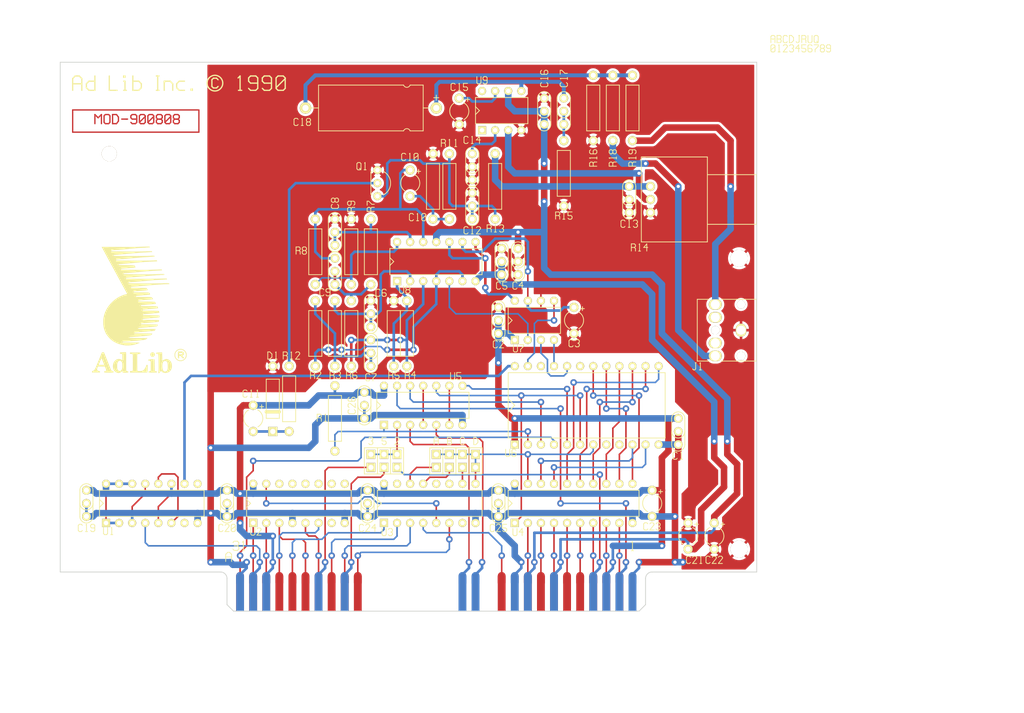
<source format=kicad_pcb>
(kicad_pcb (version 20211014) (generator pcbnew)
  (layers (0 "F.Cu" signal) (31 "B.Cu" signal) (34 "B.Paste" user) (35 "F.Paste" user) (36 "B.SilkS" user "B.Silkscreen") (37 "F.SilkS" user "F.Silkscreen") (38 "B.Mask" user) (39 "F.Mask" user) (44 "Edge.Cuts" user))
  (net 0 "")
  (net 1 "GND")
  (net 2 "VCC")
  (net 3 "/CV")
  (net 4 "+12VA")
  (net 5 "-12VA")
  (net 6 "Net-(C6-Pad2)")
  (net 7 "Net-(C7-Pad2)")
  (net 8 "Net-(C7-Pad1)")
  (net 9 "Net-(C8-Pad2)")
  (net 10 "Net-(C9-Pad2)")
  (net 11 "Net-(C10-Pad1)")
  (net 12 "Net-(C10-Pad2)")
  (net 13 "Net-(C11-Pad2)")
  (net 14 "Net-(C12-Pad2)")
  (net 15 "Net-(C13-Pad1)")
  (net 16 "Net-(C14-Pad1)")
  (net 17 "Net-(C15-Pad1)")
  (net 18 "Net-(C17-Pad2)")
  (net 19 "Net-(C17-Pad1)")
  (net 20 "Net-(C18-Pad2)")
  (net 21 "/IRQ3")
  (net 22 "Net-(P1-Pad2)")
  (net 23 "/IRQ5")
  (net 24 "/IRQ2")
  (net 25 "/0x218")
  (net 26 "/0x388")
  (net 27 "/0x288")
  (net 28 "/0x318")
  (net 29 "Net-(Q1-Pad2)")
  (net 30 "/~{IRQ}")
  (net 31 "Net-(R4-Pad1)")
  (net 32 "Net-(R8-Pad1)")
  (net 33 "Net-(R14-Pad2)")
  (net 34 "Net-(J1-Pad3)")
  (net 35 "Net-(J1-Pad2)")
  (net 36 "/OSC_14M3")
  (net 37 "Net-(U1-Pad12)")
  (net 38 "Net-(U1-Pad7)")
  (net 39 "Net-(U1-Pad9)")
  (net 40 "/MCLK")
  (net 41 "/A1")
  (net 42 "/A2")
  (net 43 "/A5")
  (net 44 "/A6")
  (net 45 "/A3")
  (net 46 "Net-(U2-Pad7)")
  (net 47 "Net-(U2-Pad9)")
  (net 48 "Net-(U2-Pad10)")
  (net 49 "Net-(U2-Pad11)")
  (net 50 "Net-(U2-Pad12)")
  (net 51 "Net-(U2-Pad13)")
  (net 52 "Net-(U2-Pad14)")
  (net 53 "Net-(U2-Pad15)")
  (net 54 "/A4")
  (net 55 "/A7")
  (net 56 "/A8")
  (net 57 "/AEN")
  (net 58 "/A9")
  (net 59 "Net-(U3-Pad7)")
  (net 60 "Net-(U3-Pad11)")
  (net 61 "Net-(U3-Pad12)")
  (net 62 "Net-(U3-Pad15)")
  (net 63 "/~{READ}")
  (net 64 "/D0")
  (net 65 "/D1")
  (net 66 "/D2")
  (net 67 "/D3")
  (net 68 "/D4")
  (net 69 "/D5")
  (net 70 "/D6")
  (net 71 "/DB5")
  (net 72 "/DB4")
  (net 73 "/DB3")
  (net 74 "/DB2")
  (net 75 "/DB1")
  (net 76 "/DB0")
  (net 77 "/D7")
  (net 78 "/DB7")
  (net 79 "/DB6")
  (net 80 "/~{IOR}")
  (net 81 "Net-(U5-Pad11)")
  (net 82 "/~{IOW}")
  (net 83 "Net-(U5-Pad6)")
  (net 84 "/~{WRITE}")
  (net 85 "/~{RESET}")
  (net 86 "/RESET")
  (net 87 "/A0")
  (net 88 "Net-(U6-Pad20)")
  (net 89 "Net-(U6-Pad21)")
  (net 90 "Net-(U6-Pad23)")
  (net 91 "Net-(U7-Pad2)")
  (net 92 "/MP")
  (net 93 "Net-(U9-Pad1)")
  (net 94 "Net-(U9-Pad8)")
  (net 95 "Net-(J1-Pad4)")
  (net 96 "Net-(J1-Pad5)")
  (net 97 "Net-(R2-Pad2)")
  (footprint "adlib:CAP23" (layer "F.Cu") (at 187.96 99.695 90)
    (fp_text reference "C1" hide)
    (fp_text value "0.1uF")
  )
  (footprint "adlib:CAP23" (layer "F.Cu") (at 153.035 78.105 90)
    (fp_text reference "C2" hide)
    (fp_text value "0.1uF")
  )
  (footprint "adlib:CAPAP200" (layer "F.Cu") (at 167.7035 75.565 -90)
    (fp_text reference "C3" hide)
    (fp_text value "10uF")
  )
  (footprint "adlib:CAP23" (layer "F.Cu") (at 156.845 66.675 90)
    (fp_text reference "C4" hide)
    (fp_text value "0.1uF")
  )
  (footprint "adlib:CAP23" (layer "F.Cu") (at 153.67 66.675 90)
    (fp_text reference "C5" hide)
    (fp_text value "0.1uF")
  )
  (footprint "adlib:CAP23" (layer "F.Cu") (at 128.27 76.835 90)
    (fp_text reference "C6" hide)
    (fp_text value "4700pF")
  )
  (footprint "adlib:CAP23" (layer "F.Cu") (at 128.27 84.455 90)
    (fp_text reference "C7" hide)
    (fp_text value "4700pF")
  )
  (footprint "adlib:CAP23" (layer "F.Cu") (at 121.285 60.96 90)
    (fp_text reference "C8" hide)
    (fp_text value "4700pF")
  )
  (footprint "adlib:CAP23" (layer "F.Cu") (at 121.285 68.58 90)
    (fp_text reference "C9" hide)
    (fp_text value "4700pF")
  )
  (footprint "adlib:CAPAP200" (layer "F.Cu") (at 135.89 48.895 -90)
    (fp_text reference "C10" hide)
    (fp_text value "4.7uF")
  )
  (footprint "adlib:CAPAP200" (layer "F.Cu") (at 105.41 94.615 -90)
    (fp_text reference "C11" hide)
    (fp_text value "10uF")
  )
  (footprint "adlib:CAP23" (layer "F.Cu") (at 147.955 55.88 90)
    (fp_text reference "C12" hide)
    (fp_text value "1000pF")
  )
  (footprint "adlib:CAP23" (layer "F.Cu") (at 178.435 54.61 90)
    (fp_text reference "C13" hide)
    (fp_text value "270pF")
  )
  (footprint "adlib:CAP23" (layer "F.Cu") (at 147.955 48.26 90)
    (fp_text reference "C14" hide)
    (fp_text value "0.1uF")
  )
  (footprint "adlib:CAPAP200" (layer "F.Cu") (at 145.415 34.925 -90)
    (fp_text reference "C15" hide)
    (fp_text value "10uF")
  )
  (footprint "adlib:CAP23" (layer "F.Cu") (at 165.735 37.465 90)
    (fp_text reference "C17" hide)
    (fp_text value "0.047uF")
  )
  (footprint "adlib:CAPA1000" (layer "F.Cu") (at 140.97 36.83 180)
    (fp_text reference "C18" hide)
    (fp_text value "10uF")
  )
  (footprint "adlib:CAP23" (layer "F.Cu") (at 73.025 113.665 90)
    (fp_text reference "C19" hide)
    (fp_text value "0.1uF")
  )
  (footprint "adlib:CAP23" (layer "F.Cu") (at 100.33 113.665 90)
    (fp_text reference "C20" hide)
    (fp_text value "0.1uF")
  )
  (footprint "adlib:CAPAP200" (layer "F.Cu") (at 189.865 117.475 -90)
    (fp_text reference "C21" hide)
    (fp_text value "10uF")
  )
  (footprint "adlib:CAPAP200" (layer "F.Cu") (at 194.945 117.475 -90)
    (fp_text reference "C22" hide)
    (fp_text value "10uF")
  )
  (footprint "adlib:CAPAP200" (layer "F.Cu") (at 182.88 111.125 -90)
    (fp_text reference "C23" hide)
    (fp_text value "10uF")
  )
  (footprint "adlib:CAP23" (layer "F.Cu") (at 127.635 113.665 90)
    (fp_text reference "C24" hide)
    (fp_text value "0.1uF")
  )
  (footprint "adlib:CAP23" (layer "F.Cu") (at 153.035 113.665 90)
    (fp_text reference "C25" hide)
    (fp_text value "0.1uF")
  )
  (footprint "adlib:CAP23" (layer "F.Cu") (at 127 94.615 90)
    (fp_text reference "C26" hide)
    (fp_text value "0.1uF")
  )
  (footprint "adlib:DIOA500" (layer "F.Cu") (at 109.22 93.345 90)
    (fp_text reference "D1" hide)
    (fp_text value "D")
  )
  (footprint "adlib:JMP3" (layer "F.Cu") (at 130.81 105.41)
    (fp_text reference "P1" hide)
    (fp_text value "IRQ")
  )
  (footprint "adlib:JMP4" (layer "F.Cu") (at 144.78 105.41)
    (fp_text reference "P2" hide)
    (fp_text value "ADDR")
  )
  (footprint "adlib:TO92-IL" (layer "F.Cu") (at 129.54 48.895 180)
    (fp_text reference "Q1" hide)
    (fp_text value "2N3904")
  )
  (footprint "adlib:RESA500" (layer "F.Cu") (at 121.285 97.155 90)
    (fp_text reference "R1" hide)
    (fp_text value "8.2K")
  )
  (footprint "adlib:RESA500" (layer "F.Cu") (at 117.475 80.645 90)
    (fp_text reference "R2" hide)
    (fp_text value "2.2K")
  )
  (footprint "adlib:RESA500" (layer "F.Cu") (at 121.285 80.645 90)
    (fp_text reference "R3" hide)
    (fp_text value "2.2K")
  )
  (footprint "adlib:RESA500" (layer "F.Cu") (at 135.255 80.645 90)
    (fp_text reference "R4" hide)
    (fp_text value "12K")
  )
  (footprint "adlib:RESA500" (layer "F.Cu") (at 132.715 80.645 90)
    (fp_text reference "R5" hide)
    (fp_text value "10K")
  )
  (footprint "adlib:RESA500" (layer "F.Cu") (at 124.46 80.645 90)
    (fp_text reference "R6" hide)
    (fp_text value "2.2K")
  )
  (footprint "adlib:RESA500" (layer "F.Cu") (at 128.27 64.77 90)
    (fp_text reference "R7" hide)
    (fp_text value "2.2K")
  )
  (footprint "adlib:RESA500" (layer "F.Cu") (at 117.475 64.77 -90)
    (fp_text reference "R8" hide)
    (fp_text value "1.5K")
  )
  (footprint "adlib:RESA500" (layer "F.Cu") (at 124.46 64.77 90)
    (fp_text reference "R9" hide)
    (fp_text value "10K")
  )
  (footprint "adlib:RESA500" (layer "F.Cu") (at 140.335 52.07 90)
    (fp_text reference "R10" hide)
    (fp_text value "10K")
  )
  (footprint "adlib:RESA500" (layer "F.Cu") (at 143.51 52.07 90)
    (fp_text reference "R11" hide)
    (fp_text value "2.2K")
  )
  (footprint "adlib:RESA500" (layer "F.Cu") (at 112.395 93.345 90)
    (fp_text reference "R12" hide)
    (fp_text value "2.2K")
  )
  (footprint "adlib:RESA500" (layer "F.Cu") (at 152.4 52.07 90)
    (fp_text reference "R13" hide)
    (fp_text value "8.2K")
  )
  (footprint "adlib:RESV_BOURNS_91A1A" (layer "F.Cu") (at 182.5625 54.61)
    (fp_text reference "R14" hide)
    (fp_text value "POT")
  )
  (footprint "adlib:RESA500" (layer "F.Cu") (at 165.735 49.53 90)
    (fp_text reference "R15" hide)
    (fp_text value "10")
  )
  (footprint "adlib:RESA500" (layer "F.Cu") (at 171.45 36.83 90)
    (fp_text reference "R16" hide)
    (fp_text value "10K")
  )
  (footprint "adlib:RESA500" (layer "F.Cu") (at 175.26 36.83 -90)
    (fp_text reference "R18" hide)
    (fp_text value "10")
  )
  (footprint "adlib:RESA500" (layer "F.Cu") (at 179.07 36.83 -90)
    (fp_text reference "R19" hide)
    (fp_text value "10")
  )
  (footprint "adlib:DIP300_16N" (layer "F.Cu") (at 76.835 117.475)
    (fp_text reference "U1" hide)
    (fp_text value "74LS109")
  )
  (footprint "adlib:DIP300_16N" (layer "F.Cu") (at 105.41 117.475)
    (fp_text reference "U2" hide)
    (fp_text value "74LS138")
  )
  (footprint "adlib:DIP300_16N" (layer "F.Cu") (at 130.81 117.475)
    (fp_text reference "U3" hide)
    (fp_text value "74LS138")
  )
  (footprint "adlib:DIP300_20N" (layer "F.Cu") (at 156.21 117.475)
    (fp_text reference "U4" hide)
    (fp_text value "74LS245")
  )
  (footprint "adlib:DIP300_14N" (layer "F.Cu") (at 130.81 98.425)
    (fp_text reference "U5" hide)
    (fp_text value "74LS04")
  )
  (footprint "adlib:DIP600_24N" (layer "F.Cu") (at 156.21 102.235)
    (fp_text reference "U6" hide)
    (fp_text value "YM3812")
  )
  (footprint "adlib:DIP300_8N" (layer "F.Cu") (at 156.21 81.915)
    (fp_text reference "U7" hide)
    (fp_text value "YM3014B")
  )
  (footprint "adlib:DIP300_14N" (layer "F.Cu") (at 133.35 70.485)
    (fp_text reference "U8" hide)
    (fp_text value "RC4136")
  )
  (footprint "adlib:DIP300_8N" (layer "F.Cu") (at 149.86 41.148)
    (fp_text reference "U9" hide)
    (fp_text value "LM386N")
  )
  (footprint "adlib:BUS_PC_ADLIB" (layer "F.Cu") (at 140.97 130.81)
    (fp_text reference "BUS1" hide)
    (fp_text value "BUSPC")
  )
  (footprint "adlib:JACK_CUI_SJ1-3553NG" (layer "F.Cu") (at 195.152 80.01 180)
    (fp_text reference "J1" hide)
    (fp_text value "CONN_01X05")
  )
  (footprint "adlib:CAP23" (layer "F.Cu") (at 161.925 37.465 90)
    (fp_text reference "C16" hide)
    (fp_text value "0.1uF")
  )
  (footprint "adlib:MNT_KEYSTONE_9202" (layer "F.Cu") (at 199.771 66.04)
    (fp_text reference "MNT1" hide)
    (fp_text value "CONN_01X01" hide)
  )
  (footprint "adlib:MNT_SPARE" (layer "F.Cu") (at 77.47 45.72)
    (fp_text reference "REF**" hide)
    (fp_text value "MNT_SPARE" hide)
  )
  (footprint "Battery:AdLib_logo" (layer "F.Cu") (at 81.945 75.94)
    (fp_text reference "G***" hide)
    (fp_text value "LOGO" hide)
  )
  (gr_line (start 72.136 31.115) (end 72.136 33.401) (layer "F.SilkS") (width 0.25))
  (gr_line (start 77.47 30.607) (end 77.47 33.401) (layer "F.SilkS") (width 0.25))
  (gr_line (start 80.264 30.607) (end 80.264 30.861) (layer "F.SilkS") (width 0.25))
  (gr_line (start 80.518 30.607) (end 80.518 30.861) (layer "F.SilkS") (width 0.25))
  (gr_line (start 80.264 33.401) (end 80.772 33.401) (layer "F.SilkS") (width 0.25))
  (gr_line (start 82.042 30.607) (end 82.042 33.401) (layer "F.SilkS") (width 0.25))
  (gr_line (start 82.042 33.401) (end 83.185 33.401) (layer "F.SilkS") (width 0.25))
  (gr_line (start 82.042 31.623) (end 83.185 31.623) (layer "F.SilkS") (width 0.25))
  (gr_line (start 83.185 31.623) (end 83.693 32.131) (layer "F.SilkS") (width 0.25))
  (gr_line (start 83.693 32.893) (end 83.185 33.401) (layer "F.SilkS") (width 0.25))
  (gr_line (start 83.693 32.131) (end 83.693 32.893) (layer "F.SilkS") (width 0.25))
  (gr_line (start 86.614 30.607) (end 87.122 30.607) (layer "F.SilkS") (width 0.25))
  (gr_line (start 88.138 31.877) (end 88.392 31.623) (layer "F.SilkS") (width 0.25))
  (gr_line (start 91.059 33.401) (end 92.075 33.401) (layer "F.SilkS") (width 0.25))
  (gr_line (start 91.059 31.623) (end 92.075 31.623) (layer "F.SilkS") (width 0.25))
  (gr_line (start 90.551 32.893) (end 91.059 33.401) (layer "F.SilkS") (width 0.25))
  (gr_line (start 91.059 31.623) (end 90.551 32.131) (layer "F.SilkS") (width 0.25))
  (gr_line (start 90.551 32.131) (end 90.551 32.893) (layer "F.SilkS") (width 0.25))
  (gr_line (start 73.025 32.131) (end 73.025 32.893) (layer "F.SilkS") (width 0.25))
  (gr_line (start 73.533 31.623) (end 73.025 32.131) (layer "F.SilkS") (width 0.25))
  (gr_line (start 74.676 30.607) (end 74.676 33.401) (layer "F.SilkS") (width 0.25))
  (gr_line (start 73.533 33.401) (end 74.676 33.401) (layer "F.SilkS") (width 0.25))
  (gr_line (start 73.533 31.623) (end 74.676 31.623) (layer "F.SilkS") (width 0.25))
  (gr_line (start 73.025 32.893) (end 73.533 33.401) (layer "F.SilkS") (width 0.25))
  (gr_line (start 93.599 33.147) (end 93.599 33.401) (layer "F.SilkS") (width 0.25))
  (gr_line (start 93.345 33.401) (end 93.599 33.401) (layer "F.SilkS") (width 0.25))
  (gr_line (start 93.345 33.147) (end 93.599 33.147) (layer "F.SilkS") (width 0.25))
  (gr_line (start 93.345 33.147) (end 93.345 33.401) (layer "F.SilkS") (width 0.25))
  (gr_line (start 102.87 30.607) (end 102.87 33.401) (layer "F.SilkS") (width 0.25))
  (gr_line (start 102.5525 33.401) (end 103.1875 33.401) (layer "F.SilkS") (width 0.25))
  (gr_line (start 102.489 30.988) (end 102.87 30.607) (layer "F.SilkS") (width 0.25))
  (gr_line (start 106.299 33.02) (end 105.918 33.401) (layer "F.SilkS") (width 0.25))
  (gr_line (start 104.521 31.623) (end 104.902 32.004) (layer "F.SilkS") (width 0.25))
  (gr_line (start 104.902 33.401) (end 105.918 33.401) (layer "F.SilkS") (width 0.25))
  (gr_line (start 104.902 32.004) (end 106.299 32.004) (layer "F.SilkS") (width 0.25))
  (gr_line (start 106.299 30.988) (end 106.299 33.02) (layer "F.SilkS") (width 0.25))
  (gr_line (start 104.521 33.02) (end 104.902 33.401) (layer "F.SilkS") (width 0.25))
  (gr_line (start 105.918 30.607) (end 106.299 30.988) (layer "F.SilkS") (width 0.25))
  (gr_line (start 110.236 33.401) (end 111.252 33.401) (layer "F.SilkS") (width 0.25))
  (gr_line (start 111.252 30.607) (end 111.633 30.988) (layer "F.SilkS") (width 0.25))
  (gr_line (start 109.855 30.988) (end 109.855 33.02) (layer "F.SilkS") (width 0.25))
  (gr_line (start 110.236 30.607) (end 111.252 30.607) (layer "F.SilkS") (width 0.25))
  (gr_line (start 111.633 30.988) (end 111.633 33.02) (layer "F.SilkS") (width 0.25))
  (gr_line (start 109.855 33.02) (end 110.236 33.401) (layer "F.SilkS") (width 0.25))
  (gr_line (start 110.236 30.607) (end 109.855 30.988) (layer "F.SilkS") (width 0.25))
  (gr_line (start 107.188 31.623) (end 107.569 32.004) (layer "F.SilkS") (width 0.25))
  (gr_line (start 109.855 32.893) (end 111.633 31.115) (layer "F.SilkS") (width 0.25))
  (gr_line (start 111.633 33.02) (end 111.252 33.401) (layer "F.SilkS") (width 0.25))
  (gr_line (start 179.2605 122.8725) (end 178.8795 122.8725) (layer "F.SilkS") (width 0.15))
  (gr_line (start 179.07 121.0945) (end 179.07 122.8725) (layer "F.SilkS") (width 0.15))
  (gr_line (start 178.8795 121.285) (end 179.07 121.0945) (layer "F.SilkS") (width 0.15))
  (gr_line (start 100.838 123.19) (end 101.219 123.571) (layer "F.SilkS") (width 0.15))
  (gr_line (start 101.219 124.079) (end 100.076 124.079) (layer "F.SilkS") (width 0.15))
  (gr_line (start 100.457 123.19) (end 100.076 123.571) (layer "F.SilkS") (width 0.15))
  (gr_line (start 100.457 123.19) (end 100.838 123.19) (layer "F.SilkS") (width 0.15))
  (gr_line (start 101.219 123.571) (end 101.219 124.968) (layer "F.SilkS") (width 0.15))
  (gr_line (start 100.076 123.571) (end 100.076 124.968) (layer "F.SilkS") (width 0.15))
  (gr_line (start 143.845 33.24) (end 144.045 33.44) (layer "F.SilkS") (width 0.15))
  (gr_line (start 102.616 122.555) (end 102.362 122.809) (layer "F.SilkS") (width 0.15))
  (gr_line (start 130.645 72.04) (end 131.045 72.04) (layer "F.SilkS") (width 0.15))
  (gr_line (start 162.625 32.493) (end 162.625 32.093) (layer "F.SilkS") (width 0.15))
  (gr_line (start 129.445 73.44) (end 129.845 73.44) (layer "F.SilkS") (width 0.15))
  (gr_line (start 148.845 31.94) (end 149.045 32.14) (layer "F.SilkS") (width 0.15))
  (gr_line (start 206.145 25.94) (end 206.545 25.94) (layer "F.SilkS") (width 0.15))
  (gr_line (start 124.245 94.24) (end 125.245 95.04) (layer "F.SilkS") (width 0.15))
  (gr_line (start 117.145 88.04) (end 117.345 88.24) (layer "F.SilkS") (width 0.15))
  (gr_line (start 152.87 72.04) (end 153.27 72.04) (layer "F.SilkS") (width 0.15))
  (gr_line (start 208.945 22.74) (end 209.145 22.94) (layer "F.SilkS") (width 0.15))
  (gr_line (start 86.614 33.401) (end 87.122 33.401) (layer "F.SilkS") (width 0.25))
  (gr_line (start 135.245 71.44) (end 135.645 71.44) (layer "F.SilkS") (width 0.15))
  (gr_line (start 213.745 24.54) (end 213.945 24.74) (layer "F.SilkS") (width 0.15))
  (gr_line (start 206.745 24.74) (end 206.545 24.54) (layer "F.SilkS") (width 0.15))
  (gr_line (start 124.745 88.74) (end 125.345 88.74) (layer "F.SilkS") (width 0.15))
  (gr_line (start 131.745 88.04) (end 131.745 89.44) (layer "F.SilkS") (width 0.15))
  (gr_line (start 126.245 119.14) (end 126.645 119.14) (layer "F.SilkS") (width 0.15))
  (gr_line (start 135.645 72.14) (end 135.845 72.34) (layer "F.SilkS") (width 0.15))
  (gr_line (start 137.445 46.84) (end 137.445 45.84) (layer "F.SilkS") (width 0.15))
  (gr_line (start 153.845 82.04) (end 154.045 82.24) (layer "F.SilkS") (width 0.15))
  (gr_line (start 131.245 73.24) (end 131.245 72.94) (layer "F.SilkS") (width 0.15))
  (gr_line (start 165.035 29.493) (end 165.335 29.493) (layer "F.SilkS") (width 0.15))
  (gr_line (start 170.745 45.54) (end 170.745 45.14) (layer "F.SilkS") (width 0.15))
  (gr_line (start 119.545 72.14) (end 119.545 72.44) (layer "F.SilkS") (width 0.15))
  (gr_line (start 128.67 89.365) (end 129.27 88.765) (layer "F.SilkS") (width 0.15))
  (gr_line (start 150.645 30.74) (end 150.845 30.94) (layer "F.SilkS") (width 0.15))
  (gr_line (start 156.445 72.04) (end 156.645 71.84) (layer "F.SilkS") (width 0.15))
  (gr_line (start 193.945 123.94) (end 194.145 124.14) (layer "F.SilkS") (width 0.15))
  (gr_line (start 213.945 25.74) (end 213.745 25.94) (layer "F.SilkS") (width 0.15))
  (gr_line (start 101.145 118.94) (end 101.345 119.14) (layer "F.SilkS") (width 0.15))
  (gr_line (start 115.745 65.04) (end 115.745 64.74) (layer "F.SilkS") (width 0.15))
  (gr_line (start 86.868 30.607) (end 86.868 33.401) (layer "F.SilkS") (width 0.25))
  (gr_line (start 126.645 117.74) (end 126.845 117.94) (layer "F.SilkS") (width 0.15))
  (gr_line (start 153.445 60.94) (end 153.245 60.74) (layer "F.SilkS") (width 0.15))
  (gr_line (start 125.045 93.04) (end 124.745 93.04) (layer "F.SilkS") (width 0.15))
  (gr_line (start 155.645 103.34) (end 155.845 103.14) (layer "F.SilkS") (width 0.15))
  (gr_line (start 210.745 25.24) (end 211.545 25.24) (layer "F.SilkS") (width 0.15))
  (gr_line (start 184.245 118.84) (end 183.845 118.84) (layer "F.SilkS") (width 0.15))
  (gr_line (start 170.945 45.74) (end 171.945 45.74) (layer "F.SilkS") (width 0.15))
  (gr_line (start 143.145 100.84) (end 143.145 102.24) (layer "F.SilkS") (width 0.15))
  (gr_line (start 144.045 33.44) (end 144.445 33.44) (layer "F.SilkS") (width 0.15))
  (gr_line (start 213.145 22.74) (end 213.145 23.94) (layer "F.SilkS") (width 0.15))
  (gr_line (start 148.755 60.09) (end 148.955 59.89) (layer "F.SilkS") (width 0.15))
  (gr_line (start 144.445 33.44) (end 144.645 33.24) (layer "F.SilkS") (width 0.15))
  (gr_line (start 120.145 73.34) (end 119.745 73.34) (layer "F.SilkS") (width 0.15))
  (gr_line (start 179.545 44.94) (end 179.745 45.14) (layer "F.SilkS") (width 0.15))
  (gr_line (start 114.845 38.94) (end 114.945 38.84) (layer "F.SilkS") (width 0.15))
  (gr_line (start 214.345 23.94) (end 214.545 24.14) (layer "F.SilkS") (width 0.15))
  (gr_line (start 77.745 119.74) (end 78.145 119.74) (layer "F.SilkS") (width 0.15))
  (gr_line (start 148.755 43.04) (end 149.555 43.04) (layer "F.SilkS") (width 0.15))
  (gr_line (start 128.445 55.54) (end 127.845 54.94) (layer "F.SilkS") (width 0.15))
  (gr_line (start 143.745 89.44) (end 143.945 89.64) (layer "F.SilkS") (width 0.15))
  (gr_line (start 146.955 42.34) (end 146.555 42.34) (layer "F.SilkS") (width 0.15))
  (gr_line (start 168.745 83.04) (end 168.745 82.74) (layer "F.SilkS") (width 0.15))
  (gr_line (start 109.045 84.64) (end 109.045 85.24) (layer "F.SilkS") (width 0.15))
  (gr_line (start 215.145 24.54) (end 215.145 24.84) (layer "F.SilkS") (width 0.15))
  (gr_line (start 124.445 54.94) (end 124.445 55.54) (layer "F.SilkS") (width 0.15))
  (gr_line (start 145.845 102.24) (end 146.245 102.24) (layer "F.SilkS") (width 0.15))
  (gr_line (start 117.745 89.44) (end 118.545 89.44) (layer "F.SilkS") (width 0.15))
  (gr_line (start 104.045 91.64) (end 103.645 91.64) (layer "F.SilkS") (width 0.15))
  (gr_line (start 209.945 24.14) (end 210.345 23.74) (layer "F.SilkS") (width 0.15))
  (gr_line (start 124.045 93.84) (end 123.845 93.64) (layer "F.SilkS") (width 0.15))
  (gr_line (start 152.345 59.64) (end 152.445 59.54) (layer "F.SilkS") (width 0.15))
  (gr_line (start 128.445 101.54) (end 128.645 101.74) (layer "F.SilkS") (width 0.15))
  (gr_line (start 211.945 25.24) (end 212.545 25.24) (layer "F.SilkS") (width 0.15))
  (gr_line (start 166.545 57.04) (end 166.545 57.74) (layer "F.SilkS") (width 0.15))
  (gr_line (start 189.745 123.94) (end 189.545 124.14) (layer "F.SilkS") (width 0.15))
  (gr_line (start 151.645 117.74) (end 151.445 117.94) (layer "F.SilkS") (width 0.15))
  (gr_line (start 121.285 54.54) (end 121.485 54.34) (layer "F.SilkS") (width 0.15))
  (gr_line (start 144.945 88.94) (end 145.545 88.94) (layer "F.SilkS") (width 0.15))
  (gr_line (start 121.745 89.44) (end 121.545 89.24) (layer "F.SilkS") (width 0.15))
  (gr_line (start 113.345 39.04) (end 113.345 40.04) (layer "F.SilkS") (width 0.15))
  (gr_line (start 156.445 104.34) (end 156.445 104.04) (layer "F.SilkS") (width 0.15))
  (gr_line (start 175.745 44.94) (end 175.445 44.94) (layer "F.SilkS") (width 0.15))
  (gr_line (start 118.445 96.34) (end 118.645 96.54) (layer "F.SilkS") (width 0.15))
  (gr_line (start 178.335 58.72) (end 178.435 58.62) (layer "F.SilkS") (width 0.15))
  (gr_line (start 97.695 31.04) (end 97.395 31.34) (layer "F.SilkS") (width 0.25))
  (gr_line (start 135.045 71.64) (end 135.045 71.94) (layer "F.SilkS") (width 0.15))
  (gr_line (start 116.545 40.04) (end 116.345 40.24) (layer "F.SilkS") (width 0.15))
  (gr_line (start 89.789 32.131) (end 89.789 33.401) (layer "F.SilkS") (width 0.25))
  (gr_line (start 164.945 58.44) (end 164.945 57.94) (layer "F.SilkS") (width 0.15))
  (gr_line (start 119.245 97.74) (end 119.645 97.74) (layer "F.SilkS") (width 0.15))
  (gr_line (start 206.745 22.94) (end 206.545 22.74) (layer "F.SilkS") (width 0.15))
  (gr_line (start 117.345 89.44) (end 117.345 88.94) (layer "F.SilkS") (width 0.15))
  (gr_line (start 72.045 117.74) (end 71.645 117.74) (layer "F.SilkS") (width 0.15))
  (gr_line (start 165.035 30.293) (end 165.035 29.493) (layer "F.SilkS") (width 0.15))
  (gr_line (start 131.045 119.94) (end 131.245 119.74) (layer "F.SilkS") (width 0.15))
  (gr_line (start 102.362 121.92) (end 102.616 122.174) (layer "F.SilkS") (width 0.15))
  (gr_line (start 108.245 84.24) (end 108.245 85.64) (layer "F.SilkS") (width 0.15))
  (gr_line (start 152.645 82.04) (end 152.245 82.04) (layer "F.SilkS") (width 0.15))
  (gr_line (start 121.285 54.94) (end 121.485 55.14) (layer "F.SilkS") (width 0.15))
  (gr_line (start 156.245 103.84) (end 156.445 104.04) (layer "F.SilkS") (width 0.15))
  (gr_line (start 153.845 60.24) (end 154.045 60.44) (layer "F.SilkS") (width 0.15))
  (gr_line (start 113.845 84.24) (end 114.245 84.24) (layer "F.SilkS") (width 0.15))
  (gr_line (start 179.045 44.94) (end 179.045 45.54) (layer "F.SilkS") (width 0.15))
  (gr_line (start 115.745 40.04) (end 115.745 39.74) (layer "F.SilkS") (width 0.15))
  (gr_line (start 136.845 47.04) (end 137.245 47.04) (layer "F.SilkS") (width 0.15))
  (gr_line (start 127.27 88.665) (end 127.27 89.665) (layer "F.SilkS") (width 0.15))
  (gr_line (start 156.645 119.74) (end 156.645 118.54) (layer "F.SilkS") (width 0.15))
  (gr_line (start 183.045 117.44) (end 183.245 117.64) (layer "F.SilkS") (width 0.15))
  (gr_line (start 143.945 101.74) (end 143.945 102.04) (layer "F.SilkS") (width 0.15))
  (gr_line (start 193.945 125.34) (end 194.145 125.14) (layer "F.SilkS") (width 0.15))
  (gr_line (start 70.358 31.115) (end 70.358 33.401) (layer "F.SilkS") (width 0.25))
  (gr_line (start 207.145 22.74) (end 207.145 24.14) (layer "F.SilkS") (width 0.15))
  (gr_line (start 144.545 44.34) (end 144.945 44.34) (layer "F.SilkS") (width 0.15))
  (gr_line (start 209.545 24.74) (end 209.745 24.54) (layer "F.SilkS") (width 0.15))
  (gr_line (start 213.945 25.74) (end 213.945 25.44) (layer "F.SilkS") (width 0.15))
  (gr_line (start 212.745 25.74) (end 212.545 25.94) (layer "F.SilkS") (width 0.15))
  (gr_line (start 171.445 45.74) (end 171.445 45.14) (layer "F.SilkS") (width 0.15))
  (gr_line (start 116.345 40.24) (end 115.945 40.24) (layer "F.SilkS") (width 0.15))
  (gr_line (start 212.745 25.44) (end 212.545 25.24) (layer "F.SilkS") (width 0.15))
  (gr_line (start 216.345 25.74) (end 216.345 25.44) (layer "F.SilkS") (width 0.15))
  (gr_line (start 108.645 85.64) (end 109.045 85.24) (layer "F.SilkS") (width 0.15))
  (gr_line (start 135.845 71.64) (end 135.845 71.94) (layer "F.SilkS") (width 0.15))
  (gr_line (start 182.645 117.44) (end 183.045 117.44) (layer "F.SilkS") (width 0.15))
  (gr_line (start 106.145 118.64) (end 106.345 118.44) (layer "F.SilkS") (width 0.15))
  (gr_line (start 155.845 71.84) (end 156.045 72.04) (layer "F.SilkS") (width 0.15))
  (gr_line (start 206.545 22.74) (end 206.145 22.74) (layer "F.SilkS") (width 0.15))
  (gr_line (start 101.145 118.74) (end 101.945 118.14) (layer "F.SilkS") (width 0.15))
  (gr_line (start 187.16 103.705) (end 186.96 103.905) (layer "F.SilkS") (width 0.15))
  (gr_line (start 111.845 84.24) (end 111.245 84.24) (layer "F.SilkS") (width 0.15))
  (gr_line (start 213.345 25.94) (end 213.145 25.74) (layer "F.SilkS") (width 0.15))
  (gr_line (start 143.845 32.24) (end 143.845 33.24) (layer "F.SilkS") (width 0.15))
  (gr_line (start 117.745 88.24) (end 117.945 88.04) (layer "F.SilkS") (width 0.15))
  (gr_line (start 134.045 72.84) (end 134.445 72.84) (layer "F.SilkS") (width 0.15))
  (gr_line (start 153.27 72.04) (end 153.47 71.84) (layer "F.SilkS") (width 0.15))
  (gr_line (start 118.945 73.34) (end 119.145 73.14) (layer "F.SilkS") (width 0.15))
  (gr_line (start 128.645 102.04) (end 128.445 102.24) (layer "F.SilkS") (width 0.15))
  (gr_line (start 114.345 63.84) (end 113.745 63.84) (layer "F.SilkS") (width 0.15))
  (gr_line (start 106.945 118.84) (end 106.145 119.84) (layer "F.SilkS") (width 0.15))
  (gr_line (start 111.845 84.24) (end 112.045 84.44) (layer "F.SilkS") (width 0.15))
  (gr_line (start 132.545 88.24) (end 132.545 88.54) (layer "F.SilkS") (width 0.15))
  (gr_line (start 205.945 25.54) (end 206.745 24.94) (layer "F.SilkS") (width 0.15))
  (gr_line (start 130.445 119.74) (end 130.645 119.94) (layer "F.SilkS") (width 0.15))
  (gr_line (start 143.745 102.24) (end 143.145 102.24) (layer "F.SilkS") (width 0.15))
  (gr_line (start 108.645 84.24) (end 108.245 84.24) (layer "F.SilkS") (width 0.15))
  (gr_line (start 130.445 118.54) (end 130.445 119.74) (layer "F.SilkS") (width 0.15))
  (gr_line (start 157.145 82.84) (end 157.945 82.84) (layer "F.SilkS") (width 0.15))
  (gr_line (start 115.945 39.54) (end 115.745 39.74) (layer "F.SilkS") (width 0.15))
  (gr_line (start 122.345 89.24) (end 122.345 88.94) (layer "F.SilkS") (width 0.15))
  (gr_line (start 106.745 118.44) (end 106.945 118.64) (layer "F.SilkS") (width 0.15))
  (gr_line (start 114.245 84.24) (end 114.445 84.44) (layer "F.SilkS") (width 0.15))
  (gr_line (start 149.045 32.14) (end 149.445 32.14) (layer "F.SilkS") (width 0.15))
  (gr_line (start 114.345 64.54) (end 114.545 64.34) (layer "F.SilkS") (width 0.15))
  (gr_line (start 174.545 47.54) (end 174.745 47.34) (layer "F.SilkS") (width 0.15))
  (gr_line (start 127.145 47.44) (end 127.145 48.84) (layer "F.SilkS") (width 0.15))
  (gr_line (start 131.245 73.24) (end 131.045 73.44) (layer "F.SilkS") (width 0.15))
  (gr_line (start 146.245 32.74) (end 146.845 32.74) (layer "F.SilkS") (width 0.15))
  (gr_line (start 103.505 121.031) (end 103.505 122.809) (layer "F.SilkS") (width 0.15))
  (gr_line (start 190.745 124.14) (end 190.945 123.94) (layer "F.SilkS") (width 0.15))
  (gr_line (start 151.445 60.24) (end 151.645 60.44) (layer "F.SilkS") (width 0.15))
  (gr_line (start 124.745 88.24) (end 124.745 89.24) (layer "F.SilkS") (width 0.15))
  (gr_line (start 123.845 95.64) (end 123.845 96.04) (layer "F.SilkS") (width 0.15))
  (gr_line (start 164.745 57.74) (end 164.945 57.94) (layer "F.SilkS") (width 0.15))
  (gr_line (start 192.145 125.34) (end 192.545 125.34) (layer "F.SilkS") (width 0.15))
  (gr_line (start 155.845 104.54) (end 155.645 104.34) (layer "F.SilkS") (width 0.15))
  (gr_line (start 149.645 31.94) (end 149.645 30.74) (layer "F.SilkS") (width 0.15))
  (gr_line (start 145.445 32.04) (end 145.445 33.44) (layer "F.SilkS") (width 0.15))
  (gr_line (start 180.345 63.34) (end 180.445 63.24) (layer "F.SilkS") (width 0.15))
  (gr_line (start 113.345 40.04) (end 113.545 40.24) (layer "F.SilkS") (width 0.15))
  (gr_line (start 214.345 24.54) (end 215.145 24.54) (layer "F.SilkS") (width 0.15))
  (gr_line (start 101.854 121.92) (end 101.727 121.92) (layer "F.SilkS") (width 0.15))
  (gr_line (start 115.545 63.84) (end 115.745 64.04) (layer "F.SilkS") (width 0.15))
  (gr_line (start 149.555 60.29) (end 148.755 61.29) (layer "F.SilkS") (width 0.15))
  (gr_line (start 209.745 24.54) (end 210.145 24.54) (layer "F.SilkS") (width 0.15))
  (gr_line (start 153.445 59.54) (end 153.845 59.54) (layer "F.SilkS") (width 0.15))
  (gr_line (start 175.745 45.74) (end 175.445 45.74) (layer "F.SilkS") (width 0.15))
  (gr_line (start 76.345 118.34) (end 76.345 119.54) (layer "F.SilkS") (width 0.15))
  (gr_line (start 112.045 85.64) (end 112.045 85.14) (layer "F.SilkS") (width 0.15))
  (gr_line (start 154.645 118.94) (end 154.445 119.14) (layer "F.SilkS") (width 0.15))
  (gr_line (start 144.445 32.04) (end 144.045 32.04) (layer "F.SilkS") (width 0.15))
  (gr_line (start 156.445 70.64) (end 156.645 70.84) (layer "F.SilkS") (width 0.15))
  (gr_line (start 127.845 117.74) (end 128.045 117.94) (layer "F.SilkS") (width 0.15))
  (gr_line (start 156.445 104.34) (end 156.245 104.54) (layer "F.SilkS") (width 0.15))
  (gr_line (start 162.425 29.493) (end 162.125 29.493) (layer "F.SilkS") (width 0.15))
  (gr_line (start 213.345 24.14) (end 213.745 24.14) (layer "F.SilkS") (width 0.15))
  (gr_line (start 122.345 88.24) (end 122.345 88.54) (layer "F.SilkS") (width 0.15))
  (gr_line (start 167.345 58.24) (end 167.145 58.44) (layer "F.SilkS") (width 0.15))
  (gr_line (start 114.945 65.04) (end 114.945 64.74) (layer "F.SilkS") (width 0.15))
  (gr_line (start 192.245 124.04) (end 192.345 123.94) (layer "F.SilkS") (width 0.15))
  (gr_line (start 152.645 83.44) (end 152.845 83.24) (layer "F.SilkS") (width 0.15))
  (gr_line (start 190.145 125.34) (end 190.345 125.14) (layer "F.SilkS") (width 0.15))
  (gr_line (start 106.245 91.64) (end 106.245 93.04) (layer "F.SilkS") (width 0.15))
  (gr_line (start 113.645 84.44) (end 113.845 84.24) (layer "F.SilkS") (width 0.15))
  (gr_line (start 148.645 100.84) (end 149.045 101.24) (layer "F.SilkS") (width 0.15))
  (gr_line (start 178.545 47.34) (end 178.845 47.34) (layer "F.SilkS") (width 0.15))
  (gr_line (start 214.545 22.74) (end 214.345 22.94) (layer "F.SilkS") (width 0.15))
  (gr_line (start 130.645 102.24) (end 130.445 102.04) (layer "F.SilkS") (width 0.15))
  (gr_line (start 101.945 117.94) (end 101.745 117.74) (layer "F.SilkS") (width 0.15))
  (gr_line (start 102.616 121.666) (end 102.362 121.92) (layer "F.SilkS") (width 0.15))
  (gr_line (start 175.945 47.34) (end 175.445 47.34) (layer "F.SilkS") (width 0.15))
  (gr_line (start 124.445 55.54) (end 124.245 55.74) (layer "F.SilkS") (width 0.15))
  (gr_line (start 147.045 33.24) (end 146.845 33.44) (layer "F.SilkS") (width 0.15))
  (gr_line (start 157.645 118.54) (end 157.645 119.94) (layer "F.SilkS") (width 0.15))
  (gr_line (start 154.445 119.14) (end 154.045 119.14) (layer "F.SilkS") (width 0.15))
  (gr_line (start 151.445 60.24) (end 151.645 60.04) (layer "F.SilkS") (width 0.15))
  (gr_line (start 118.645 97.74) (end 118.645 97.24) (layer "F.SilkS") (width 0.15))
  (gr_line (start 178.345 47.54) (end 178.345 48.14) (layer "F.SilkS") (width 0.15))
  (gr_line (start 213.145 23.94) (end 213.345 24.14) (layer "F.SilkS") (width 0.15))
  (gr_line (start 167.145 58.44) (end 166.745 58.44) (layer "F.SilkS") (width 0.15))
  (gr_line (start 133.745 101.04) (end 133.745 101.24) (layer "F.SilkS") (width 0.15))
  (gr_line (start 212.745 25.74) (end 212.745 25.44) (layer "F.SilkS") (width 0.15))
  (gr_line (start 125.245 93.24) (end 125.245 93.64) (layer "F.SilkS") (width 0.15))
  (gr_line (start 80.518 31.623) (end 80.518 33.401) (layer "F.SilkS") (width 0.25))
  (gr_line (start 145.745 89.44) (end 145.545 89.64) (layer "F.SilkS") (width 0.15))
  (gr_line (start 138.945 58.54) (end 138.945 57.54) (layer "F.SilkS") (width 0.15))
  (gr_line (start 152.045 117.74) (end 152.245 117.94) (layer "F.SilkS") (width 0.15))
  (gr_line (start 168.745 83.04) (end 168.545 83.24) (layer "F.SilkS") (width 0.15))
  (gr_line (start 134.245 45.84) (end 134.245 46.84) (layer "F.SilkS") (width 0.15))
  (gr_line (start 207.345 25.94) (end 207.745 25.94) (layer "F.SilkS") (width 0.15))
  (gr_line (start 170.945 47.34) (end 171.245 47.34) (layer "F.SilkS") (width 0.15))
  (gr_line (start 109.745 84.34) (end 109.845 84.24) (layer "F.SilkS") (width 0.15))
  (gr_line (start 135.845 72.64) (end 135.845 72.34) (layer "F.SilkS") (width 0.15))
  (gr_line (start 148.645 100.84) (end 148.245 100.84) (layer "F.SilkS") (width 0.15))
  (gr_line (start 126.045 118.94) (end 126.245 119.14) (layer "F.SilkS") (width 0.15))
  (gr_line (start 135.745 45.74) (end 135.845 45.64) (layer "F.SilkS") (width 0.15))
  (gr_line (start 154.645 104.54) (end 155.045 104.54) (layer "F.SilkS") (width 0.15))
  (gr_line (start 175.245 45.14) (end 175.045 44.94) (layer "F.SilkS") (width 0.15))
  (gr_line (start 72.845 119.14) (end 73.245 119.14) (layer "F.SilkS") (width 0.15))
  (gr_line (start 175.945 46.74) (end 175.945 46.34) (layer "F.SilkS") (width 0.15))
  (gr_line (start 133.545 89.44) (end 133.145 89.44) (layer "F.SilkS") (width 0.15))
  (gr_line (start 217.545 25.24) (end 216.945 25.24) (layer "F.SilkS") (width 0.15))
  (gr_line (start 193.345 124.14) (end 193.345 125.14) (layer "F.SilkS") (width 0.15))
  (gr_line (start 131.045 73.44) (end 130.645 73.44) (layer "F.SilkS") (width 0.15))
  (gr_line (start 74.045 118.44) (end 73.845 118.24) (layer "F.SilkS") (width 0.15))
  (gr_line (start 171.445 47.54) (end 171.645 47.34) (layer "F.SilkS") (width 0.15))
  (gr_line (start 149.045 101.24) (end 149.045 101.84) (layer "F.SilkS") (width 0.15))
  (gr_line (start 156.245 103.14) (end 156.445 103.34) (layer "F.SilkS") (width 0.15))
  (gr_line (start 132.945 101.04) (end 133.145 100.84) (layer "F.SilkS") (width 0.15))
  (gr_line (start 125.745 47.44) (end 125.545 47.64) (layer "F.SilkS") (width 0.15))
  (gr_line (start 206.145 24.54) (end 205.945 24.74) (layer "F.SilkS") (width 0.15))
  (gr_line (start 124.145 88.74) (end 123.545 88.74) (layer "F.SilkS") (width 0.15))
  (gr_line (start 147.955 59.89) (end 147.955 61.29) (layer "F.SilkS") (width 0.15))
  (gr_line (start 168.545 82.54) (end 168.745 82.74) (layer "F.SilkS") (width 0.15))
  (gr_line (start 120.345 73.14) (end 120.345 72.14) (layer "F.SilkS") (width 0.15))
  (gr_line (start 210.745 25.24) (end 211.345 24.54) (layer "F.SilkS") (width 0.15))
  (gr_line (start 157.045 71.34) (end 157.845 71.34) (layer "F.SilkS") (width 0.15))
  (gr_line (start 154.045 119.14) (end 153.845 118.94) (layer "F.SilkS") (width 0.15))
  (gr_line (start 88.138 31.623) (end 89.281 31.623) (layer "F.SilkS") (width 0.25))
  (gr_line (start 134.445 45.64) (end 134.245 45.84) (layer "F.SilkS") (width 0.15))
  (gr_line (start 208.345 25.94) (end 209.145 25.94) (layer "F.SilkS") (width 0.15))
  (gr_line (start 109.845 84.24) (end 109.845 85.64) (layer "F.SilkS") (width 0.15))
  (gr_line (start 137.245 45.64) (end 136.845 45.64) (layer "F.SilkS") (width 0.15))
  (gr_line (start 121.145 89.44) (end 121.145 88.94) (layer "F.SilkS") (width 0.15))
  (gr_line (start 107.569 30.607) (end 108.585 30.607) (layer "F.SilkS") (width 0.25))
  (gr_line (start 71.445 117.94) (end 71.445 118.94) (layer "F.SilkS") (width 0.15))
  (gr_line (start 146.245 100.84) (end 146.445 101.04) (layer "F.SilkS") (width 0.15))
  (gr_line (start 178.345 45.14) (end 178.545 44.94) (layer "F.SilkS") (width 0.15))
  (gr_line (start 80.264 30.861) (end 80.518 30.861) (layer "F.SilkS") (width 0.25))
  (gr_line (start 142.745 44.34) (end 142.745 43.84) (layer "F.SilkS") (width 0.15))
  (gr_line (start 175.945 45.14) (end 175.945 45.54) (layer "F.SilkS") (width 0.15))
  (gr_line (start 136.145 88.74) (end 136.745 88.04) (layer "F.SilkS") (width 0.15))
  (gr_line (start 142.745 43.14) (end 142.745 43.44) (layer "F.SilkS") (width 0.15))
  (gr_line (start 213.945 23.94) (end 213.945 22.74) (layer "F.SilkS") (width 0.15))
  (gr_line (start 107.569 30.607) (end 107.188 30.988) (layer "F.SilkS") (width 0.25))
  (gr_line (start 150.245 32.14) (end 150.045 31.94) (layer "F.SilkS") (width 0.15))
  (gr_line (start 124.545 93.84) (end 124.545 93.24) (layer "F.SilkS") (width 0.15))
  (gr_line (start 206.745 25.74) (end 206.745 24.74) (layer "F.SilkS") (width 0.15))
  (gr_line (start 210.145 25.94) (end 209.745 25.94) (layer "F.SilkS") (width 0.15))
  (gr_line (start 115.545 65.24) (end 115.145 65.24) (layer "F.SilkS") (width 0.15))
  (gr_line (start 125.545 89.24) (end 125.545 88.94) (layer "F.SilkS") (width 0.15))
  (gr_line (start 129.845 73.44) (end 130.045 73.24) (layer "F.SilkS") (width 0.15))
  (gr_line (start 74.645 118.94) (end 74.645 117.94) (layer "F.SilkS") (width 0.15))
  (gr_line (start 142.545 43.64) (end 142.745 43.44) (layer "F.SilkS") (width 0.15))
  (gr_line (start 141.345 101.04) (end 141.145 100.84) (layer "F.SilkS") (width 0.15))
  (gr_line (start 103.3145 121.2215) (end 103.505 121.031) (layer "F.SilkS") (width 0.15))
  (gr_line (start 124.945 54.94) (end 123.945 54.94) (layer "F.SilkS") (width 0.15))
  (gr_line (start 179.445 63.94) (end 179.645 64.14) (layer "F.SilkS") (width 0.15))
  (gr_line (start 122.145 88.74) (end 122.345 88.54) (layer "F.SilkS") (width 0.15))
  (gr_line (start 164.745 57.04) (end 164.145 57.04) (layer "F.SilkS") (width 0.15))
  (gr_line (start 143.345 44.34) (end 143.745 44.34) (layer "F.SilkS") (width 0.15))
  (gr_line (start 162.625 32.093) (end 162.425 31.893) (layer "F.SilkS") (width 0.15))
  (gr_line (start 134.245 46.84) (end 134.445 47.04) (layer "F.SilkS") (width 0.15))
  (gr_line (start 172.145 45.54) (end 171.945 45.74) (layer "F.SilkS") (width 0.15))
  (gr_line (start 174.745 45.74) (end 174.545 45.54) (layer "F.SilkS") (width 0.15))
  (gr_line (start 135.645 72.84) (end 135.245 72.84) (layer "F.SilkS") (width 0.15))
  (gr_line (start 146.355 60.09) (end 146.355 61.09) (layer "F.SilkS") (width 0.15))
  (gr_line (start 116.545 39.04) (end 116.545 39.34) (layer "F.SilkS") (width 0.15))
  (gr_line (start 99.345 117.74) (end 98.945 117.74) (layer "F.SilkS") (width 0.15))
  (gr_line (start 135.845 72.64) (end 135.645 72.84) (layer "F.SilkS") (width 0.15))
  (gr_line (start 176.835 58.82) (end 176.835 59.82) (layer "F.SilkS") (width 0.15))
  (gr_line (start 215.145 22.94) (end 215.145 23.94) (layer "F.SilkS") (width 0.15))
  (gr_line (start 143.745 88.24) (end 143.745 89.44) (layer "F.SilkS") (width 0.15))
  (gr_line (start 72.045 117.74) (end 72.245 117.94) (layer "F.SilkS") (width 0.15))
  (gr_line (start 209.945 24.14) (end 209.545 24.14) (layer "F.SilkS") (width 0.15))
  (gr_line (start 106.945 118.64) (end 106.945 118.84) (layer "F.SilkS") (width 0.15))
  (gr_line (start 212.745 24.14) (end 212.745 23.64) (layer "F.SilkS") (width 0.15))
  (gr_line (start 129.445 72.04) (end 129.245 72.24) (layer "F.SilkS") (width 0.15))
  (gr_line (start 124.445 56.34) (end 124.645 56.14) (layer "F.SilkS") (width 0.15))
  (gr_line (start 140.745 100.84) (end 140.545 101.04) (layer "F.SilkS") (width 0.15))
  (gr_line (start 102.362 121.92) (end 101.854 121.92) (layer "F.SilkS") (width 0.15))
  (gr_line (start 165.035 32.093) (end 165.235 31.893) (layer "F.SilkS") (width 0.15))
  (gr_line (start 168.145 81.84) (end 168.545 81.84) (layer "F.SilkS") (width 0.15))
  (gr_line (start 127.245 119.14) (end 128.045 119.14) (layer "F.SilkS") (width 0.15))
  (gr_line (start 174.545 46.54) (end 175.945 46.54) (layer "F.SilkS") (width 0.15))
  (gr_line (start 127.47 89.865) (end 127.87 89.865) (layer "F.SilkS") (width 0.15))
  (gr_line (start 131.245 102.04) (end 131.245 101.74) (layer "F.SilkS") (width 0.15))
  (gr_line (start 189.545 125.14) (end 189.745 125.34) (layer "F.SilkS") (width 0.15))
  (gr_line (start 143.745 100.84) (end 143.145 100.84) (layer "F.SilkS") (width 0.15))
  (gr_line (start 124.445 56.34) (end 124.445 56.94) (layer "F.SilkS") (width 0.15))
  (gr_line (start 190.945 123.94) (end 191.345 123.94) (layer "F.SilkS") (width 0.15))
  (gr_line (start 106.045 93.04) (end 106.445 93.04) (layer "F.SilkS") (width 0.15))
  (gr_line (start 177.435 60.02) (end 177.635 59.82) (layer "F.SilkS") (width 0.15))
  (gr_line (start 135.545 88.74) (end 134.945 88.74) (layer "F.SilkS") (width 0.15))
  (gr_line (start 117.345 88.24) (end 117.345 88.54) (layer "F.SilkS") (width 0.15))
  (gr_line (start 144.945 88.24) (end 145.745 88.24) (layer "F.SilkS") (width 0.15))
  (gr_line (start 190.145 123.94) (end 190.345 124.14) (layer "F.SilkS") (width 0.15))
  (gr_line (start 174.545 47.54) (end 174.545 48.14) (layer "F.SilkS") (width 0.15))
  (gr_line (start 135.645 71.44) (end 135.845 71.64) (layer "F.SilkS") (width 0.15))
  (gr_line (start 71.445 118.94) (end 71.645 119.14) (layer "F.SilkS") (width 0.15))
  (gr_line (start 146.955 61.29) (end 147.155 61.09) (layer "F.SilkS") (width 0.15))
  (gr_line (start 132.445 119.74) (end 132.245 119.94) (layer "F.SilkS") (width 0.15))
  (gr_line (start 174.745 44.94) (end 175.045 44.94) (layer "F.SilkS") (width 0.15))
  (gr_line (start 124.445 56.34) (end 124.245 56.14) (layer "F.SilkS") (width 0.15))
  (gr_line (start 209.745 25.94) (end 209.545 25.74) (layer "F.SilkS") (width 0.15))
  (gr_line (start 127.545 55.74) (end 127.545 54.94) (layer "F.SilkS") (width 0.15))
  (gr_line (start 166.435 32.493) (end 166.435 32.093) (layer "F.SilkS") (width 0.15))
  (gr_line (start 211.945 22.74) (end 211.945 24.14) (layer "F.SilkS") (width 0.15))
  (gr_line (start 98.745 118.94) (end 98.945 119.14) (layer "F.SilkS") (width 0.15))
  (gr_line (start 103.645 93.04) (end 104.045 93.04) (layer "F.SilkS") (width 0.15))
  (gr_line (start 99.345 119.14) (end 99.545 118.94) (layer "F.SilkS") (width 0.15))
  (gr_line (start 118.545 71.94) (end 118.345 72.14) (layer "F.SilkS") (width 0.15))
  (gr_line (start 175.245 47.54) (end 175.045 47.34) (layer "F.SilkS") (width 0.15))
  (gr_line (start 206.145 22.74) (end 205.945 22.94) (layer "F.SilkS") (width 0.15))
  (gr_line (start 100.145 117.74) (end 100.545 117.74) (layer "F.SilkS") (width 0.15))
  (gr_line (start 171.445 47.54) (end 171.445 48.14) (layer "F.SilkS") (width 0.15))
  (gr_line (start 177.035 58.62) (end 176.835 58.82) (layer "F.SilkS") (width 0.15))
  (gr_line (start 104.902 30.607) (end 104.521 30.988) (layer "F.SilkS") (width 0.25))
  (gr_line (start 206.545 24.54) (end 206.145 24.54) (layer "F.SilkS") (width 0.15))
  (gr_line (start 125.345 88.74) (end 125.545 88.94) (layer "F.SilkS") (width 0.15))
  (gr_line (start 124.145 88.74) (end 124.345 88.94) (layer "F.SilkS") (width 0.15))
  (gr_line (start 127.745 56.14) (end 128.045 56.14) (layer "F.SilkS") (width 0.15))
  (gr_line (start 172.145 47.34) (end 171.645 47.34) (layer "F.SilkS") (width 0.15))
  (gr_line (start 73.845 117.94) (end 73.845 118.24) (layer "F.SilkS") (width 0.15))
  (gr_line (start 101.727 122.809) (end 101.473 122.555) (layer "F.SilkS") (width 0.15))
  (gr_line (start 188.36 105.105) (end 188.76 105.105) (layer "F.SilkS") (width 0.15))
  (gr_line (start 120.585 54.54) (end 120.785 54.34) (layer "F.SilkS") (width 0.15))
  (gr_line (start 123.845 95.64) (end 124.045 95.44) (layer "F.SilkS") (width 0.15))
  (gr_line (start 167.345 83.24) (end 167.545 83.04) (layer "F.SilkS") (width 0.15))
  (gr_line (start 187.56 105.105) (end 187.76 104.905) (layer "F.SilkS") (width 0.15))
  (gr_line (start 124.945 89.44) (end 124.745 89.24) (layer "F.SilkS") (width 0.15))
  (gr_line (start 114.945 64.04) (end 115.145 63.84) (layer "F.SilkS") (width 0.15))
  (gr_line (start 133.745 88.94) (end 133.545 88.74) (layer "F.SilkS") (width 0.15))
  (gr_line (start 180.245 64.64) (end 180.645 64.64) (layer "F.SilkS") (width 0.15))
  (gr_line (start 145.545 89.64) (end 145.145 89.64) (layer "F.SilkS") (width 0.15))
  (gr_line (start 124.745 88.24) (end 124.945 88.04) (layer "F.SilkS") (width 0.15))
  (gr_line (start 179.045 45.54) (end 178.845 45.74) (layer "F.SilkS") (width 0.15))
  (gr_line (start 115.745 39.04) (end 115.745 39.34) (layer "F.SilkS") (width 0.15))
  (gr_line (start 168.745 82.04) (end 168.745 82.34) (layer "F.SilkS") (width 0.15))
  (gr_line (start 129.845 72.04) (end 129.445 72.04) (layer "F.SilkS") (width 0.15))
  (gr_line (start 107.188 33.02) (end 107.569 33.401) (layer "F.SilkS") (width 0.25))
  (gr_line (start 128.47 88.465) (end 129.27 88.465) (layer "F.SilkS") (width 0.15))
  (gr_line (start 190.945 87.74) (end 191.145 87.74) (layer "F.SilkS") (width 0.15))
  (gr_line (start 166.435 32.093) (end 166.235 31.893) (layer "F.SilkS") (width 0.15))
  (gr_line (start 165.035 32.093) (end 165.035 32.493) (layer "F.SilkS") (width 0.15))
  (gr_line (start 210.845 23.94) (end 211.045 24.14) (layer "F.SilkS") (width 0.15))
  (gr_line (start 153.87 70.64) (end 153.87 71.34) (layer "F.SilkS") (width 0.15))
  (gr_line (start 131.845 118.54) (end 132.245 118.54) (layer "F.SilkS") (width 0.15))
  (gr_line (start 100.745 117.94) (end 100.745 118.14) (layer "F.SilkS") (width 0.15))
  (gr_line (start 148.845 30.74) (end 148.845 31.94) (layer "F.SilkS") (width 0.15))
  (gr_line (start 153.445 82.04) (end 153.845 82.04) (layer "F.SilkS") (width 0.15))
  (gr_line (start 127.87 88.465) (end 127.47 88.465) (layer "F.SilkS") (width 0.15))
  (gr_line (start 166.545 57.74) (end 167.145 57.74) (layer "F.SilkS") (width 0.15))
  (gr_line (start 183.245 117.84) (end 182.445 118.84) (layer "F.SilkS") (width 0.15))
  (gr_line (start 132.445 118.74) (end 132.445 119.04) (layer "F.SilkS") (width 0.15))
  (gr_line (start 153.845 60.24) (end 154.045 60.04) (layer "F.SilkS") (width 0.15))
  (gr_line (start 216.745 24.74) (end 216.745 25.04) (layer "F.SilkS") (width 0.15))
  (gr_line (start 153.845 59.54) (end 154.045 59.74) (layer "F.SilkS") (width 0.15))
  (gr_line (start 118.545 73.34) (end 118.945 73.34) (layer "F.SilkS") (width 0.15))
  (gr_line (start 118.645 96.54) (end 118.645 96.84) (layer "F.SilkS") (width 0.15))
  (gr_line (start 209.945 22.74) (end 209.545 22.74) (layer "F.SilkS") (width 0.15))
  (gr_line (start 121.285 54.54) (end 121.285 54.94) (layer "F.SilkS") (width 0.15))
  (gr_line (start 175.245 47.54) (end 175.445 47.34) (layer "F.SilkS") (width 0.15))
  (gr_line (start 151.445 117.94) (end 151.445 118.94) (layer "F.SilkS") (width 0.15))
  (gr_line (start 151.645 60.94) (end 151.645 60.44) (layer "F.SilkS") (width 0.15))
  (gr_line (start 211.945 24.54) (end 211.945 25.24) (layer "F.SilkS") (width 0.15))
  (gr_line (start 149.445 32.14) (end 149.645 31.94) (layer "F.SilkS") (width 0.15))
  (gr_line (start 155.645 103.34) (end 155.645 104.34) (layer "F.SilkS") (width 0.15))
  (gr_line (start 207.745 23.44) (end 207.145 23.44) (layer "F.SilkS") (width 0.15))
  (gr_line (start 155.845 103.14) (end 156.245 103.14) (layer "F.SilkS") (width 0.15))
  (gr_line (start 138.745 57.34) (end 138.345 57.34) (layer "F.SilkS") (width 0.15))
  (gr_line (start 135.845 45.64) (end 135.845 47.04) (layer "F.SilkS") (width 0.15))
  (gr_line (start 135.545 88.04) (end 134.945 88.04) (layer "F.SilkS") (width 0.15))
  (gr_line (start 167.945 82.04) (end 168.145 81.84) (layer "F.SilkS") (width 0.15))
  (gr_line (start 118.445 97.04) (end 118.645 96.84) (layer "F.SilkS") (width 0.15))
  (gr_line (start 116.345 38.84) (end 116.545 39.04) (layer "F.SilkS") (width 0.15))
  (gr_line (start 138.145 57.54) (end 138.145 58.54) (layer "F.SilkS") (width 0.15))
  (gr_line (start 127.47 88.465) (end 127.27 88.665) (layer "F.SilkS") (width 0.15))
  (gr_line (start 132.945 88.04) (end 132.945 88.74) (layer "F.SilkS") (width 0.15))
  (gr_line (start 122.045 88.74) (end 122.145 88.74) (layer "F.SilkS") (width 0.15))
  (gr_line (start 154.445 104.34) (end 154.645 104.54) (layer "F.SilkS") (width 0.15))
  (gr_line (start 135.945 58.74) (end 136.345 58.74) (layer "F.SilkS") (width 0.15))
  (gr_line (start 155.845 118.54) (end 155.845 119.74) (layer "F.SilkS") (width 0.15))
  (gr_line (start 211.445 23.94) (end 211.445 22.74) (layer "F.SilkS") (width 0.15))
  (gr_line (start 148.755 61.29) (end 149.555 61.29) (layer "F.SilkS") (width 0.15))
  (gr_line (start 162.425 32.693) (end 162.625 32.493) (layer "F.SilkS") (width 0.15))
  (gr_line (start 168.445 82.54) (end 168.545 82.54) (layer "F.SilkS") (width 0.15))
  (gr_line (start 155.845 119.74) (end 156.045 119.94) (layer "F.SilkS") (width 0.15))
  (gr_line (start 164.745 57.74) (end 164.945 57.54) (layer "F.SilkS") (width 0.15))
  (gr_line (start 179.745 46.74) (end 179.745 46.34) (layer "F.SilkS") (width 0.15))
  (gr_line (start 98.295 32.94) (end 98.595 32.64) (layer "F.SilkS") (width 0.25))
  (gr_line (start 214.845 23.84) (end 215.145 24.14) (layer "F.SilkS") (width 0.15))
  (gr_line (start 217.345 25.94) (end 216.945 25.94) (layer "F.SilkS") (width 0.15))
  (gr_line (start 217.345 24.54) (end 217.545 24.74) (layer "F.SilkS") (width 0.15))
  (gr_line (start 175.245 45.14) (end 175.245 45.54) (layer "F.SilkS") (width 0.15))
  (gr_line (start 157.945 82.84) (end 157.945 83.14) (layer "F.SilkS") (width 0.15))
  (gr_line (start 152.445 59.54) (end 152.445 60.94) (layer "F.SilkS") (width 0.15))
  (gr_line (start 125.045 93.04) (end 125.245 93.24) (layer "F.SilkS") (width 0.15))
  (gr_line (start 153.845 117.74) (end 153.845 118.44) (layer "F.SilkS") (width 0.15))
  (gr_line (start 178.345 45.54) (end 178.345 45.14) (layer "F.SilkS") (width 0.15))
  (gr_line (start 126.945 48.84) (end 127.345 48.84) (layer "F.SilkS") (width 0.15))
  (gr_line (start 161.225 30.093) (end 161.225 29.693) (layer "F.SilkS") (width 0.15))
  (gr_line (start 137.245 57.44) (end 137.345 57.34) (layer "F.SilkS") (width 0.15))
  (gr_line (start 153.845 117.74) (end 154.645 117.74) (layer "F.SilkS") (width 0.15))
  (gr_line (start 149.355 42.34) (end 149.355 43.74) (layer "F.SilkS") (width 0.15))
  (gr_line (start 167.345 81.84) (end 167.545 82.04) (layer "F.SilkS") (width 0.15))
  (gr_line (start 214.945 22.74) (end 215.145 22.94) (layer "F.SilkS") (width 0.15))
  (gr_line (start 121.785 55.14) (end 121.485 55.14) (layer "F.SilkS") (width 0.15))
  (gr_line (start 77.47 33.401) (end 78.994 33.401) (layer "F.SilkS") (width 0.25))
  (gr_line (start 132.945 88.74) (end 133.545 88.74) (layer "F.SilkS") (width 0.15))
  (gr_line (start 156.145 84.24) (end 156.545 84.24) (layer "F.SilkS") (width 0.15))
  (gr_line (start 153.245 83.44) (end 154.045 83.44) (layer "F.SilkS") (width 0.15))
  (gr_line (start 164.945 57.24) (end 164.945 57.54) (layer "F.SilkS") (width 0.15))
  (gr_line (start 112.645 85.64) (end 113.045 85.64) (layer "F.SilkS") (width 0.15))
  (gr_line (start 80.264 30.607) (end 80.518 30.607) (layer "F.SilkS") (width 0.25))
  (gr_line (start 104.521 30.988) (end 104.521 31.623) (layer "F.SilkS") (width 0.25))
  (gr_line (start 117.145 88.74) (end 116.545 88.74) (layer "F.SilkS") (width 0.15))
  (gr_line (start 145.245 33.44) (end 145.645 33.44) (layer "F.SilkS") (width 0.15))
  (gr_line (start 156.445 70.64) (end 156.045 70.64) (layer "F.SilkS") (width 0.15))
  (gr_line (start 122.345 89.24) (end 122.145 89.44) (layer "F.SilkS") (width 0.15))
  (gr_line (start 137.145 58.74) (end 137.545 58.74) (layer "F.SilkS") (width 0.15))
  (gr_line (start 154.045 60.74) (end 154.045 60.44) (layer "F.SilkS") (width 0.15))
  (gr_line (start 131.045 72.04) (end 131.245 72.24) (layer "F.SilkS") (width 0.15))
  (gr_line (start 179.745 45.14) (end 179.745 45.54) (layer "F.SilkS") (width 0.15))
  (gr_line (start 132.245 119.24) (end 132.445 119.04) (layer "F.SilkS") (width 0.15))
  (gr_line (start 146.355 43.54) (end 146.555 43.74) (layer "F.SilkS") (width 0.15))
  (gr_line (start 161.225 32.493) (end 161.425 32.693) (layer "F.SilkS") (width 0.15))
  (gr_line (start 153.445 117.94) (end 153.445 118.14) (layer "F.SilkS") (width 0.15))
  (gr_line (start 125.045 96.24) (end 125.245 96.04) (layer "F.SilkS") (width 0.15))
  (gr_line (start 156.545 84.24) (end 156.745 84.04) (layer "F.SilkS") (width 0.15))
  (gr_line (start 179.045 47.54) (end 178.845 47.34) (layer "F.SilkS") (width 0.15))
  (gr_line (start 144.045 32.04) (end 143.845 32.24) (layer "F.SilkS") (width 0.15))
  (gr_line (start 120.585 54.94) (end 120.585 54.54) (layer "F.SilkS") (width 0.15))
  (gr_line (start 190.745 125.34) (end 191.545 125.34) (layer "F.SilkS") (width 0.15))
  (gr_line (start 212.545 23.44) (end 211.945 23.44) (layer "F.SilkS") (width 0.15))
  (gr_line (start 115.545 64.54) (end 115.745 64.74) (layer "F.SilkS") (width 0.15))
  (gr_line (start 181.445 117.44) (end 181.245 117.64) (layer "F.SilkS") (width 0.15))
  (gr_line (start 154.47 72.04) (end 154.07 72.04) (layer "F.SilkS") (width 0.15))
  (gr_line (start 142.545 43.64) (end 141.945 43.64) (layer "F.SilkS") (width 0.15))
  (gr_line (start 124.045 96.24) (end 125.045 96.24) (layer "F.SilkS") (width 0.15))
  (gr_line (start 187.56 103.705) (end 187.76 103.905) (layer "F.SilkS") (width 0.15))
  (gr_line (start 179.445 63.24) (end 179.645 63.44) (layer "F.SilkS") (width 0.15))
  (gr_circle (center 91.313 84.836) (end 91.313 83.716) (layer "F.SilkS") (width 0.15) (fill none))
  (gr_line (start 174.545 45.14) (end 174.745 44.94) (layer "F.SilkS") (width 0.15))
  (gr_line (start 207.745 23.44) (end 207.945 23.64) (layer "F.SilkS") (width 0.15))
  (gr_line (start 151.645 119.14) (end 152.045 119.14) (layer "F.SilkS") (width 0.15))
  (gr_line (start 104.945 119.64) (end 105.145 119.84) (layer "F.SilkS") (width 0.15))
  (gr_line (start 208.945 24.54) (end 209.145 24.74) (layer "F.SilkS") (width 0.15))
  (gr_line (start 179.835 59.32) (end 180.035 59.52) (layer "F.SilkS") (width 0.15))
  (gr_line (start 134.445 47.04) (end 134.845 47.04) (layer "F.SilkS") (width 0.15))
  (gr_line (start 165.935 30.093) (end 165.335 29.493) (layer "F.SilkS") (width 0.15))
  (gr_line (start 194.545 124.14) (end 194.745 123.94) (layer "F.SilkS") (width 0.15))
  (gr_line (start 182.445 118.84) (end 183.245 118.84) (layer "F.SilkS") (width 0.15))
  (gr_line (start 117.845 96.34) (end 117.845 97.74) (layer "F.SilkS") (width 0.15))
  (gr_line (start 134.945 88.04) (end 134.945 89.44) (layer "F.SilkS") (width 0.15))
  (gr_line (start 142.545 42.94) (end 142.745 43.14) (layer "F.SilkS") (width 0.15))
  (gr_line (start 133.845 72.64) (end 134.045 72.84) (layer "F.SilkS") (width 0.15))
  (gr_line (start 118.345 73.14) (end 118.545 73.34) (layer "F.SilkS") (width 0.15))
  (gr_line (start 132.345 88.74) (end 132.545 88.54) (layer "F.SilkS") (width 0.15))
  (gr_line (start 127.245 117.94) (end 127.445 117.74) (layer "F.SilkS") (width 0.15))
  (gr_line (start 126.145 47.44) (end 126.345 47.64) (layer "F.SilkS") (width 0.15))
  (gr_line (start 132.545 89.44) (end 132.545 88.94) (layer "F.SilkS") (width 0.15))
  (gr_line (start 155.045 104.54) (end 155.245 104.34) (layer "F.SilkS") (width 0.15))
  (gr_line (start 209.145 24.74) (end 209.145 24.94) (layer "F.SilkS") (width 0.15))
  (gr_line (start 101.727 121.031) (end 102.362 121.031) (layer "F.SilkS") (width 0.15))
  (gr_line (start 135.645 72.14) (end 135.845 71.94) (layer "F.SilkS") (width 0.15))
  (gr_line (start 132.245 119.94) (end 131.845 119.94) (layer "F.SilkS") (width 0.15))
  (gr_line (start 104.902 30.607) (end 105.918 30.607) (layer "F.SilkS") (width 0.25))
  (gr_line (start 157.345 84.24) (end 157.345 83.74) (layer "F.SilkS") (width 0.15))
  (gr_line (start 191.245 86.34) (end 191.445 86.34) (layer "F.SilkS") (width 0.15))
  (gr_line (start 114.545 64.04) (end 114.545 64.34) (layer "F.SilkS") (width 0.15))
  (gr_line (start 216.145 25.24) (end 215.745 25.24) (layer "F.SilkS") (width 0.15))
  (gr_line (start 135.245 72.14) (end 135.045 72.34) (layer "F.SilkS") (width 0.15))
  (gr_line (start 130.445 72.74) (end 131.045 72.74) (layer "F.SilkS") (width 0.15))
  (gr_line (start 168.145 83.24) (end 167.945 83.04) (layer "F.SilkS") (width 0.15))
  (gr_line (start 195.145 123.94) (end 195.345 124.14) (layer "F.SilkS") (width 0.15))
  (gr_line (start 174.545 45.54) (end 174.545 45.14) (layer "F.SilkS") (width 0.15))
  (gr_line (start 135.045 72.64) (end 135.045 72.34) (layer "F.SilkS") (width 0.15))
  (gr_line (start 183.845 117.44) (end 184.245 117.44) (layer "F.SilkS") (width 0.15))
  (gr_line (start 178.435 58.62) (end 178.435 60.02) (layer "F.SilkS") (width 0.15))
  (gr_line (start 136.845 45.64) (end 136.645 45.84) (layer "F.SilkS") (width 0.15))
  (gr_line (start 170.745 45.14) (end 170.945 44.94) (layer "F.SilkS") (width 0.15))
  (gr_line (start 152.67 71.84) (end 152.87 72.04) (layer "F.SilkS") (width 0.15))
  (gr_line (start 172.145 45.14) (end 172.145 45.54) (layer "F.SilkS") (width 0.15))
  (gr_line (start 194.745 123.94) (end 195.145 123.94) (layer "F.SilkS") (width 0.15))
  (gr_line (start 115.745 65.04) (end 115.545 65.24) (layer "F.SilkS") (width 0.15))
  (gr_line (start 125.245 96.04) (end 125.245 95.64) (layer "F.SilkS") (width 0.15))
  (gr_line (start 175.245 45.54) (end 175.445 45.74) (layer "F.SilkS") (width 0.15))
  (gr_line (start 147.855 42.44) (end 147.955 42.34) (layer "F.SilkS") (width 0.15))
  (gr_line (start 156.045 72.04) (end 156.445 72.04) (layer "F.SilkS") (width 0.15))
  (gr_line (start 179.835 60.02) (end 179.435 60.02) (layer "F.SilkS") (width 0.15))
  (gr_line (start 150.245 30.74) (end 150.645 30.74) (layer "F.SilkS") (width 0.15))
  (gr_line (start 179.545 44.94) (end 178.545 44.94) (layer "F.SilkS") (width 0.15))
  (gr_line (start 131.245 119.74) (end 131.245 118.54) (layer "F.SilkS") (width 0.15))
  (gr_line (start 213.345 24.54) (end 213.745 24.54) (layer "F.SilkS") (width 0.15))
  (gr_line (start 127.87 88.465) (end 128.07 88.665) (layer "F.SilkS") (width 0.15))
  (gr_line (start 136.145 88.74) (end 136.945 88.74) (layer "F.SilkS") (width 0.15))
  (gr_line (start 123.845 94.44) (end 124.045 94.24) (layer "F.SilkS") (width 0.15))
  (gr_line (start 150.845 31.44) (end 150.245 31.44) (layer "F.SilkS") (width 0.15))
  (gr_line (start 132.245 118.54) (end 132.445 118.74) (layer "F.SilkS") (width 0.15))
  (gr_line (start 133.745 89.24) (end 133.545 89.44) (layer "F.SilkS") (width 0.15))
  (gr_line (start 154.07 72.04) (end 153.87 71.84) (layer "F.SilkS") (width 0.15))
  (gr_line (start 180.445 63.24) (end 180.445 64.64) (layer "F.SilkS") (width 0.15))
  (gr_line (start 150.845 31.94) (end 150.645 32.14) (layer "F.SilkS") (width 0.15))
  (gr_line (start 146.845 33.44) (end 146.445 33.44) (layer "F.SilkS") (width 0.15))
  (gr_line (start 72.945 117.84) (end 73.045 117.74) (layer "F.SilkS") (width 0.15))
  (gr_line (start 122.145 88.74) (end 122.345 88.94) (layer "F.SilkS") (width 0.15))
  (gr_line (start 119.545 72.14) (end 119.745 71.94) (layer "F.SilkS") (width 0.15))
  (gr_line (start 125.545 47.64) (end 125.545 48.64) (layer "F.SilkS") (width 0.15))
  (gr_line (start 72.045 119.14) (end 72.245 118.94) (layer "F.SilkS") (width 0.15))
  (gr_line (start 161.225 32.093) (end 161.225 32.493) (layer "F.SilkS") (width 0.15))
  (gr_line (start 183.245 117.64) (end 183.245 117.84) (layer "F.SilkS") (width 0.15))
  (gr_line (start 76.345 119.54) (end 76.545 119.74) (layer "F.SilkS") (width 0.15))
  (gr_line (start 136.745 88.04) (end 136.745 89.44) (layer "F.SilkS") (width 0.15))
  (gr_line (start 209.945 22.74) (end 210.345 23.14) (layer "F.SilkS") (width 0.15))
  (gr_line (start 126.645 119.14) (end 126.845 118.94) (layer "F.SilkS") (width 0.15))
  (gr_line (start 190.145 123.94) (end 189.745 123.94) (layer "F.SilkS") (width 0.15))
  (gr_line (start 132.245 119.24) (end 132.445 119.44) (layer "F.SilkS") (width 0.15))
  (gr_line (start 172.145 46.74) (end 172.145 46.34) (layer "F.SilkS") (width 0.15))
  (gr_line (start 206.745 24.14) (end 206.745 22.94) (layer "F.SilkS") (width 0.15))
  (gr_line (start 101.745 117.74) (end 101.345 117.74) (layer "F.SilkS") (width 0.15))
  (gr_line (start 207.445 24.64) (end 207.545 24.54) (layer "F.SilkS") (width 0.15))
  (gr_line (start 105.545 119.84) (end 105.745 119.64) (layer "F.SilkS") (width 0.15))
  (gr_line (start 115.545 64.54) (end 115.145 64.54) (layer "F.SilkS") (width 0.15))
  (gr_line (start 174.745 47.34) (end 175.045 47.34) (layer "F.SilkS") (width 0.15))
  (gr_line (start 161.225 31.093) (end 162.625 31.093) (layer "F.SilkS") (width 0.15))
  (gr_line (start 154.645 118.94) (end 154.645 118.64) (layer "F.SilkS") (width 0.15))
  (gr_line (start 195.745 125.34) (end 196.545 125.34) (layer "F.SilkS") (width 0.15))
  (gr_line (start 150.245 31.44) (end 150.045 31.24) (layer "F.SilkS") (width 0.15))
  (gr_line (start 123.745 55.54) (end 123.745 55.14) (layer "F.SilkS") (width 0.15))
  (gr_line (start 109.645 85.64) (end 110.045 85.64) (layer "F.SilkS") (width 0.15))
  (gr_line (start 205.945 25.74) (end 206.145 25.94) (layer "F.SilkS") (width 0.15))
  (gr_line (start 146.245 32.04) (end 146.245 32.74) (layer "F.SilkS") (width 0.15))
  (gr_line (start 183.645 117.64) (end 183.845 117.44) (layer "F.SilkS") (width 0.15))
  (gr_line (start 125.345 88.04) (end 125.545 88.24) (layer "F.SilkS") (width 0.15))
  (gr_line (start 125.545 89.24) (end 125.345 89.44) (layer "F.SilkS") (width 0.15))
  (gr_line (start 154.045 59.74) (end 154.045 60.04) (layer "F.SilkS") (width 0.15))
  (gr_line (start 141.945 42.94) (end 141.945 44.34) (layer "F.SilkS") (width 0.15))
  (gr_line (start 102.362 121.031) (end 102.616 121.285) (layer "F.SilkS") (width 0.15))
  (gr_line (start 132.345 88.04) (end 131.745 88.04) (layer "F.SilkS") (width 0.15))
  (gr_line (start 214.945 22.74) (end 214.545 22.74) (layer "F.SilkS") (width 0.15))
  (gr_line (start 208.945 22.74) (end 208.545 22.74) (layer "F.SilkS") (width 0.15))
  (gr_line (start 181.245 117.64) (end 181.245 118.64) (layer "F.SilkS") (width 0.15))
  (gr_circle (center 97.9805 32.004) (end 99.5045 32.004) (layer "F.SilkS") (width 0.25) (fill none))
  (gr_line (start 112.845 84.24) (end 112.845 85.64) (layer "F.SilkS") (width 0.15))
  (gr_line (start 88.138 31.623) (end 88.138 33.401) (layer "F.SilkS") (width 0.25))
  (gr_line (start 154.645 118.64) (end 154.445 118.44) (layer "F.SilkS") (width 0.15))
  (gr_line (start 179.645 63.44) (end 179.645 63.74) (layer "F.SilkS") (width 0.15))
  (gr_line (start 184.245 117.44) (end 184.445 117.64) (layer "F.SilkS") (width 0.15))
  (gr_line (start 156.745 84.04) (end 156.745 82.84) (layer "F.SilkS") (width 0.15))
  (gr_line (start 108.966 33.02) (end 108.585 33.401) (layer "F.SilkS") (width 0.25))
  (gr_line (start 211.945 24.54) (end 212.745 24.54) (layer "F.SilkS") (width 0.15))
  (gr_line (start 170.945 45.74) (end 170.745 45.54) (layer "F.SilkS") (width 0.15))
  (gr_line (start 215.745 25.24) (end 215.545 25.04) (layer "F.SilkS") (width 0.15))
  (gr_line (start 152.645 117.94) (end 152.845 117.74) (layer "F.SilkS") (width 0.15))
  (gr_line (start 115.145 64.54) (end 114.945 64.34) (layer "F.SilkS") (width 0.15))
  (gr_line (start 126.145 48.84) (end 126.345 48.64) (layer "F.SilkS") (width 0.15))
  (gr_line (start 179.745 45.54) (end 179.545 45.74) (layer "F.SilkS") (width 0.15))
  (gr_line (start 101.145 117.94) (end 101.145 118.94) (layer "F.SilkS") (width 0.15))
  (gr_line (start 123.845 93.24) (end 124.045 93.04) (layer "F.SilkS") (width 0.15))
  (gr_line (start 136.645 45.84) (end 136.645 46.84) (layer "F.SilkS") (width 0.15))
  (gr_line (start 97.695 32.94) (end 97.395 32.64) (layer "F.SilkS") (width 0.25))
  (gr_line (start 165.645 57.14) (end 165.745 57.04) (layer "F.SilkS") (width 0.15))
  (gr_line (start 101.945 118.94) (end 101.945 117.94) (layer "F.SilkS") (width 0.15))
  (gr_line (start 130.645 73.44) (end 130.445 73.24) (layer "F.SilkS") (width 0.15))
  (gr_line (start 165.035 32.493) (end 165.235 32.693) (layer "F.SilkS") (width 0.15))
  (gr_line (start 104.945 118.44) (end 104.945 119.64) (layer "F.SilkS") (width 0.15))
  (gr_line (start 146.355 61.09) (end 146.555 61.29) (layer "F.SilkS") (width 0.15))
  (gr_line (start 140.545 101.54) (end 141.345 101.54) (layer "F.SilkS") (width 0.15))
  (gr_line (start 124.945 54.94) (end 125.145 55.14) (layer "F.SilkS") (width 0.15))
  (gr_line (start 153.845 60.94) (end 153.445 60.94) (layer "F.SilkS") (width 0.15))
  (gr_line (start 148.755 43.04) (end 149.355 42.34) (layer "F.SilkS") (width 0.15))
  (gr_line (start 166.545 57.04) (end 167.345 57.04) (layer "F.SilkS") (width 0.15))
  (gr_line (start 117.145 88.74) (end 117.345 88.94) (layer "F.SilkS") (width 0.15))
  (gr_line (start 175.945 45.54) (end 175.745 45.74) (layer "F.SilkS") (width 0.15))
  (gr_line (start 119.745 71.94) (end 120.145 71.94) (layer "F.SilkS") (width 0.15))
  (gr_line (start 131.845 119.94) (end 131.645 119.74) (layer "F.SilkS") (width 0.15))
  (gr_line (start 211.045 24.14) (end 211.245 24.14) (layer "F.SilkS") (width 0.15))
  (gr_line (start 136.345 57.34) (end 135.945 57.34) (layer "F.SilkS") (width 0.15))
  (gr_line (start 152.045 117.74) (end 151.645 117.74) (layer "F.SilkS") (width 0.15))
  (gr_line (start 136.345 57.34) (end 136.545 57.54) (layer "F.SilkS") (width 0.15))
  (gr_line (start 134.645 72.64) (end 134.645 71.44) (layer "F.SilkS") (width 0.15))
  (gr_line (start 148.245 100.84) (end 148.245 102.24) (layer "F.SilkS") (width 0.15))
  (gr_line (start 155.845 70.84) (end 155.845 71.84) (layer "F.SilkS") (width 0.15))
  (gr_line (start 168.545 82.54) (end 168.745 82.34) (layer "F.SilkS") (width 0.15))
  (gr_line (start 116.345 39.54) (end 115.945 39.54) (layer "F.SilkS") (width 0.15))
  (gr_line (start 166.745 58.44) (end 166.545 58.24) (layer "F.SilkS") (width 0.15))
  (gr_line (start 124.045 95.04) (end 123.845 94.84) (layer "F.SilkS") (width 0.15))
  (gr_line (start 181.845 63.24) (end 181.845 64.64) (layer "F.SilkS") (width 0.15))
  (gr_line (start 120.785 56.34) (end 121.785 56.34) (layer "F.SilkS") (width 0.15))
  (gr_line (start 161.425 30.293) (end 162.425 30.293) (layer "F.SilkS") (width 0.15))
  (gr_line (start 120.945 88.04) (end 120.345 88.04) (layer "F.SilkS") (width 0.15))
  (gr_line (start 119.745 73.34) (end 119.545 73.14) (layer "F.SilkS") (width 0.15))
  (gr_line (start 164.745 57.74) (end 164.145 57.74) (layer "F.SilkS") (width 0.15))
  (gr_line (start 166.745 82.04) (end 166.745 83.04) (layer "F.SilkS") (width 0.15))
  (gr_line (start 196.545 124.34) (end 195.745 125.34) (layer "F.SilkS") (width 0.15))
  (gr_line (start 126.645 117.74) (end 126.245 117.74) (layer "F.SilkS") (width 0.15))
  (gr_line (start 107.569 33.401) (end 108.585 33.401) (layer "F.SilkS") (width 0.25))
  (gr_line (start 145.345 32.14) (end 145.445 32.04) (layer "F.SilkS") (width 0.15))
  (gr_line (start 128.445 101.54) (end 128.645 101.34) (layer "F.SilkS") (width 0.15))
  (gr_line (start 171.945 44.94) (end 171.645 44.94) (layer "F.SilkS") (width 0.15))
  (gr_line (start 182.445 117.64) (end 182.645 117.44) (layer "F.SilkS") (width 0.15))
  (gr_line (start 135.245 72.14) (end 135.045 71.94) (layer "F.SilkS") (width 0.15))
  (gr_line (start 124.145 88.74) (end 124.345 88.54) (layer "F.SilkS") (width 0.15))
  (gr_line (start 114.445 84.64) (end 113.645 85.64) (layer "F.SilkS") (width 0.15))
  (gr_line (start 133.145 89.44) (end 132.945 89.24) (layer "F.SilkS") (width 0.15))
  (gr_line (start 147.045 32.94) (end 146.845 32.74) (layer "F.SilkS") (width 0.15))
  (gr_line (start 138.345 58.74) (end 138.745 58.74) (layer "F.SilkS") (width 0.15))
  (gr_line (start 143.745 101.54) (end 143.945 101.74) (layer "F.SilkS") (width 0.15))
  (gr_line (start 100.545 117.74) (end 100.745 117.94) (layer "F.SilkS") (width 0.15))
  (gr_line (start 216.945 24.54) (end 217.345 24.54) (layer "F.SilkS") (width 0.15))
  (gr_line (start 213.745 25.24) (end 213.945 25.44) (layer "F.SilkS") (width 0.15))
  (gr_line (start 146.445 33.44) (end 146.245 33.24) (layer "F.SilkS") (width 0.15))
  (gr_line (start 121.285 54.94) (end 121.085 55.14) (layer "F.SilkS") (width 0.15))
  (gr_line (start 115.545 64.54) (end 115.745 64.34) (layer "F.SilkS") (width 0.15))
  (gr_line (start 214.545 24.14) (end 214.945 24.14) (layer "F.SilkS") (width 0.15))
  (gr_line (start 179.645 64.64) (end 179.645 64.14) (layer "F.SilkS") (width 0.15))
  (gr_line (start 125.145 56.14) (end 124.645 56.14) (layer "F.SilkS") (width 0.15))
  (gr_line (start 97.395 31.34) (end 97.395 32.64) (layer "F.SilkS") (width 0.25))
  (gr_line (start 147.755 61.29) (end 148.155 61.29) (layer "F.SilkS") (width 0.15))
  (gr_line (start 130.645 119.94) (end 131.045 119.94) (layer "F.SilkS") (width 0.15))
  (gr_line (start 155.945 82.84) (end 155.945 84.04) (layer "F.SilkS") (width 0.15))
  (gr_line (start 192.345 123.94) (end 192.345 125.34) (layer "F.SilkS") (width 0.15))
  (gr_line (start 191.145 87.74) (end 191.345 87.54) (layer "F.SilkS") (width 0.15))
  (gr_line (start 99.345 117.74) (end 99.545 117.94) (layer "F.SilkS") (width 0.15))
  (gr_line (start 128.445 118.44) (end 129.045 117.74) (layer "F.SilkS") (width 0.15))
  (gr_line (start 210.345 23.14) (end 210.345 23.74) (layer "F.SilkS") (width 0.15))
  (gr_line (start 103.645 91.64) (end 103.445 91.84) (layer "F.SilkS") (width 0.15))
  (gr_line (start 143.745 101.54) (end 143.945 101.34) (layer "F.SilkS") (width 0.15))
  (gr_line (start 131.645 118.74) (end 131.845 118.54) (layer "F.SilkS") (width 0.15))
  (gr_line (start 97.695 31.04) (end 98.295 31.04) (layer "F.SilkS") (width 0.25))
  (gr_line (start 208.345 22.94) (end 208.345 23.94) (layer "F.SilkS") (width 0.15))
  (gr_line (start 113.945 40.24) (end 114.145 40.04) (layer "F.SilkS") (width 0.15))
  (gr_line (start 124.345 88.24) (end 124.345 88.54) (layer "F.SilkS") (width 0.15))
  (gr_line (start 162.625 31.293) (end 162.625 30.893) (layer "F.SilkS") (width 0.15))
  (gr_line (start 174.745 45.74) (end 175.045 45.74) (layer "F.SilkS") (width 0.15))
  (gr_line (start 113.545 40.24) (end 113.945 40.24) (layer "F.SilkS") (width 0.15))
  (gr_line (start 114.445 84.44) (end 114.445 84.64) (layer "F.SilkS") (width 0.15))
  (gr_line (start 184.445 117.64) (end 184.445 117.94) (layer "F.SilkS") (width 0.15))
  (gr_line (start 196.345 123.94) (end 196.545 124.14) (layer "F.SilkS") (width 0.15))
  (gr_line (start 215.745 25.24) (end 215.545 25.44) (layer "F.SilkS") (width 0.15))
  (gr_line (start 154.67 71.54) (end 154.47 71.34) (layer "F.SilkS") (width 0.15))
  (gr_line (start 131.045 72.74) (end 131.245 72.94) (layer "F.SilkS") (width 0.15))
  (gr_line (start 193.545 125.34) (end 193.945 125.34) (layer "F.SilkS") (width 0.15))
  (gr_line (start 190.745 87.54) (end 190.945 87.74) (layer "F.SilkS") (width 0.15))
  (gr_line (start 108.645 85.64) (end 108.245 85.64) (layer "F.SilkS") (width 0.15))
  (gr_line (start 145.745 89.44) (end 145.745 89.14) (layer "F.SilkS") (width 0.15))
  (gr_line (start 124.545 93.24) (end 124.745 93.04) (layer "F.SilkS") (width 0.15))
  (gr_line (start 123.945 55.74) (end 123.745 55.54) (layer "F.SilkS") (width 0.15))
  (gr_line (start 114.945 64.04) (end 114.945 64.34) (layer "F.SilkS") (width 0.15))
  (gr_line (start 71.628 30.607) (end 72.136 31.115) (layer "F.SilkS") (width 0.25))
  (gr_line (start 128.245 56.34) (end 128.445 56.14) (layer "F.SilkS") (width 0.15))
  (gr_line (start 111.245 84.24) (end 111.245 85.64) (layer "F.SilkS") (width 0.15))
  (gr_line (start 145.145 89.64) (end 144.945 89.44) (layer "F.SilkS") (width 0.15))
  (gr_line (start 214.345 22.94) (end 214.345 23.94) (layer "F.SilkS") (width 0.15))
  (gr_line (start 149.355 59.89) (end 149.555 60.09) (layer "F.SilkS") (width 0.15))
  (gr_line (start 105.145 119.84) (end 105.545 119.84) (layer "F.SilkS") (width 0.15))
  (gr_line (start 165.545 58.44) (end 165.945 58.44) (layer "F.SilkS") (width 0.15))
  (gr_line (start 165.745 57.04) (end 165.745 58.44) (layer "F.SilkS") (width 0.15))
  (gr_line (start 165.035 31.093) (end 166.435 31.093) (layer "F.SilkS") (width 0.15))
  (gr_line (start 167.345 81.84) (end 166.945 81.84) (layer "F.SilkS") (width 0.15))
  (gr_line (start 133.745 101.24) (end 132.945 102.24) (layer "F.SilkS") (width 0.15))
  (gr_line (start 123.745 55.14) (end 123.945 54.94) (layer "F.SilkS") (width 0.15))
  (gr_line (start 118.345 88.04) (end 118.545 88.24) (layer "F.SilkS") (width 0.15))
  (gr_line (start 98.945 117.74) (end 98.745 117.94) (layer "F.SilkS") (width 0.15))
  (gr_line (start 130.445 72.24) (end 130.445 73.24) (layer "F.SilkS") (width 0.15))
  (gr_line (start 133.845 71.44) (end 133.845 72.64) (layer "F.SilkS") (width 0.15))
  (gr_line (start 80.264 31.623) (end 80.518 31.623) (layer "F.SilkS") (width 0.25))
  (gr_line (start 210.345 24.74) (end 210.345 25.04) (layer "F.SilkS") (width 0.15))
  (gr_line (start 127.545 56.94) (end 128.945 56.94) (layer "F.SilkS") (width 0.15))
  (gr_line (start 98.295 31.04) (end 98.595 31.34) (layer "F.SilkS") (width 0.25))
  (gr_line (start 157.045 119.24) (end 157.845 119.24) (layer "F.SilkS") (width 0.15))
  (gr_line (start 207.545 24.54) (end 207.545 25.94) (layer "F.SilkS") (width 0.15))
  (gr_line (start 116.345 39.54) (end 116.545 39.74) (layer "F.SilkS") (width 0.15))
  (gr_line (start 118.945 71.94) (end 119.145 72.14) (layer "F.SilkS") (width 0.15))
  (gr_line (start 135.045 71.64) (end 135.245 71.44) (layer "F.SilkS") (width 0.15))
  (gr_line (start 74.045 117.74) (end 74.445 117.74) (layer "F.SilkS") (width 0.15))
  (gr_line (start 215.545 24.74) (end 215.545 25.04) (layer "F.SilkS") (width 0.15))
  (gr_line (start 193.545 123.94) (end 193.345 124.14) (layer "F.SilkS") (width 0.15))
  (gr_line (start 174.545 48.14) (end 175.945 48.14) (layer "F.SilkS") (width 0.15))
  (gr_line (start 156.045 70.64) (end 155.845 70.84) (layer "F.SilkS") (width 0.15))
  (gr_line (start 161.925 30.293) (end 161.925 29.693) (layer "F.SilkS") (width 0.15))
  (gr_line (start 180.035 59.82) (end 180.035 59.52) (layer "F.SilkS") (width 0.15))
  (gr_line (start 146.555 43.74) (end 146.955 43.74) (layer "F.SilkS") (width 0.15))
  (gr_line (start 179.045 47.54) (end 179.045 48.14) (layer "F.SilkS") (width 0.15))
  (gr_line (start 168.545 81.84) (end 168.745 82.04) (layer "F.SilkS") (width 0.15))
  (gr_line (start 128.445 100.84) (end 128.645 101.04) (layer "F.SilkS") (width 0.15))
  (gr_line (start 113.645 85.64) (end 114.445 85.64) (layer "F.SilkS") (width 0.15))
  (gr_line (start 210.045 25.24) (end 210.145 25.24) (layer "F.SilkS") (width 0.15))
  (gr_line (start 191.545 124.34) (end 190.745 125.34) (layer "F.SilkS") (width 0.15))
  (gr_line (start 135.545 88.74) (end 135.745 88.54) (layer "F.SilkS") (width 0.15))
  (gr_line (start 184.445 118.64) (end 184.445 118.34) (layer "F.SilkS") (width 0.15))
  (gr_line (start 144.745 42.94) (end 144.745 44.34) (layer "F.SilkS") (width 0.15))
  (gr_line (start 120.345 88.04) (end 120.345 89.44) (layer "F.SilkS") (width 0.15))
  (gr_line (start 128.945 56.14) (end 128.445 56.14) (layer "F.SilkS") (width 0.15))
  (gr_line (start 181.845 117.44) (end 182.045 117.64) (layer "F.SilkS") (width 0.15))
  (gr_line (start 143.945 89.64) (end 144.345 89.64) (layer "F.SilkS") (width 0.15))
  (gr_line (start 164.145 57.04) (end 164.145 58.44) (layer "F.SilkS") (width 0.15))
  (gr_line (start 118.545 88.24) (end 118.545 88.44) (layer "F.SilkS") (width 0.15))
  (gr_line (start 125.545 48.64) (end 125.745 48.84) (layer "F.SilkS") (width 0.15))
  (gr_line (start 216.945 25.94) (end 216.745 25.74) (layer "F.SilkS") (width 0.15))
  (gr_line (start 162.425 29.493) (end 162.625 29.693) (layer "F.SilkS") (width 0.15))
  (gr_line (start 150.645 32.14) (end 150.245 32.14) (layer "F.SilkS") (width 0.15))
  (gr_line (start 154.445 103.14) (end 154.445 104.34) (layer "F.SilkS") (width 0.15))
  (gr_line (start 135.945 57.34) (end 135.745 57.54) (layer "F.SilkS") (width 0.15))
  (gr_line (start 212.545 25.94) (end 212.145 25.94) (layer "F.SilkS") (width 0.15))
  (gr_line (start 153.245 117.74) (end 153.445 117.94) (layer "F.SilkS") (width 0.15))
  (gr_line (start 99.945 117.94) (end 100.145 117.74) (layer "F.SilkS") (width 0.15))
  (gr_line (start 122.145 89.44) (end 121.745 89.44) (layer "F.SilkS") (width 0.15))
  (gr_line (start 181.845 117.44) (end 181.445 117.44) (layer "F.SilkS") (width 0.15))
  (gr_line (start 115.145 63.84) (end 115.545 63.84) (layer "F.SilkS") (width 0.15))
  (gr_line (start 171.445 47.54) (end 171.245 47.34) (layer "F.SilkS") (width 0.15))
  (gr_line (start 127.845 101.04) (end 128.045 100.84) (layer "F.SilkS") (width 0.15))
  (gr_line (start 170.745 47.54) (end 170.745 48.14) (layer "F.SilkS") (width 0.15))
  (gr_line (start 191.545 124.14) (end 191.545 124.34) (layer "F.SilkS") (width 0.15))
  (gr_line (start 130.445 101.54) (end 131.045 101.54) (layer "F.SilkS") (width 0.15))
  (gr_line (start 193.945 123.94) (end 193.545 123.94) (layer "F.SilkS") (width 0.15))
  (gr_line (start 127.545 54.94) (end 127.845 54.94) (layer "F.SilkS") (width 0.15))
  (gr_line (start 126.345 47.64) (end 126.345 48.64) (layer "F.SilkS") (width 0.15))
  (gr_line (start 117.145 88.74) (end 117.345 88.54) (layer "F.SilkS") (width 0.15))
  (gr_line (start 133.745 89.24) (end 133.745 88.94) (layer "F.SilkS") (width 0.15))
  (gr_line (start 146.955 59.89) (end 146.555 59.89) (layer "F.SilkS") (width 0.15))
  (gr_line (start 151.445 59.54) (end 151.645 59.74) (layer "F.SilkS") (width 0.15))
  (gr_line (start 154.045 82.44) (end 153.245 83.44) (layer "F.SilkS") (width 0.15))
  (gr_line (start 178.545 45.74) (end 178.845 45.74) (layer "F.SilkS") (width 0.15))
  (gr_line (start 170.745 48.14) (end 172.145 48.14) (layer "F.SilkS") (width 0.15))
  (gr_line (start 216.145 24.54) (end 216.345 24.74) (layer "F.SilkS") (width 0.15))
  (gr_line (start 134.845 47.04) (end 135.045 46.84) (layer "F.SilkS") (width 0.15))
  (gr_line (start 152.245 83.44) (end 152.645 83.44) (layer "F.SilkS") (width 0.15))
  (gr_line (start 143.545 42.94) (end 143.545 44.34) (layer "F.SilkS") (width 0.15))
  (gr_line (start 179.445 63.24) (end 178.845 63.24) (layer "F.SilkS") (width 0.15))
  (gr_line (start 184.145 118.14) (end 184.245 118.14) (layer "F.SilkS") (width 0.15))
  (gr_line (start 166.745 83.04) (end 166.945 83.24) (layer "F.SilkS") (width 0.15))
  (gr_line (start 146.245 32.04) (end 147.045 32.04) (layer "F.SilkS") (width 0.15))
  (gr_line (start 102.616 121.285) (end 102.616 121.666) (layer "F.SilkS") (width 0.15))
  (gr_line (start 153.445 118.14) (end 152.645 119.14) (layer "F.SilkS") (width 0.15))
  (gr_line (start 153.87 70.64) (end 154.67 70.64) (layer "F.SilkS") (width 0.15))
  (gr_line (start 150.045 30.94) (end 150.245 30.74) (layer "F.SilkS") (width 0.15))
  (gr_line (start 121.145 88.24) (end 121.145 88.54) (layer "F.SilkS") (width 0.15))
  (gr_line (start 192.045 87.74) (end 192.445 87.74) (layer "F.SilkS") (width 0.15))
  (gr_line (start 130.445 100.84) (end 130.445 101.54) (layer "F.SilkS") (width 0.15))
  (gr_line (start 148.645 102.24) (end 149.045 101.84) (layer "F.SilkS") (width 0.15))
  (gr_line (start 212.745 22.94) (end 212.745 23.24) (layer "F.SilkS") (width 0.15))
  (gr_line (start 120.785 55.14) (end 121.085 55.14) (layer "F.SilkS") (width 0.15))
  (gr_line (start 151.445 60.24) (end 150.845 60.24) (layer "F.SilkS") (width 0.15))
  (gr_line (start 120.945 88.74) (end 120.345 88.74) (layer "F.SilkS") (width 0.15))
  (gr_line (start 187.56 103.705) (end 187.16 103.705) (layer "F.SilkS") (width 0.15))
  (gr_line (start 152.045 82.24) (end 152.045 83.24) (layer "F.SilkS") (width 0.15))
  (gr_line (start 115.745 64.04) (end 115.745 64.34) (layer "F.SilkS") (width 0.15))
  (gr_line (start 103.445 92.84) (end 103.645 93.04) (layer "F.SilkS") (width 0.15))
  (gr_line (start 124.145 88.04) (end 124.345 88.24) (layer "F.SilkS") (width 0.15))
  (gr_line (start 128.245 56.34) (end 128.245 56.94) (layer "F.SilkS") (width 0.15))
  (gr_line (start 178.845 63.24) (end 178.845 64.64) (layer "F.SilkS") (width 0.15))
  (gr_line (start 179.435 58.62) (end 179.835 58.62) (layer "F.SilkS") (width 0.15))
  (gr_line (start 147.955 42.34) (end 147.955 43.74) (layer "F.SilkS") (width 0.15))
  (gr_line (start 138.145 58.54) (end 138.345 58.74) (layer "F.SilkS") (width 0.15))
  (gr_line (start 70.866 30.607) (end 71.628 30.607) (layer "F.SilkS") (width 0.25))
  (gr_line (start 194.545 125.34) (end 195.345 125.34) (layer "F.SilkS") (width 0.15))
  (gr_line (start 121.985 55.74) (end 121.785 55.54) (layer "F.SilkS") (width 0.15))
  (gr_line (start 123.845 94.84) (end 123.845 94.44) (layer "F.SilkS") (width 0.15))
  (gr_line (start 121.785 54.34) (end 121.985 54.54) (layer "F.SilkS") (width 0.15))
  (gr_line (start 103.6955 122.809) (end 103.3145 122.809) (layer "F.SilkS") (width 0.15))
  (gr_line (start 211.345 22.74) (end 211.545 22.74) (layer "F.SilkS") (width 0.15))
  (gr_line (start 76.945 119.74) (end 77.145 119.54) (layer "F.SilkS") (width 0.15))
  (gr_line (start 154.67 71.84) (end 154.67 71.54) (layer "F.SilkS") (width 0.15))
  (gr_line (start 215.745 25.94) (end 215.545 25.74) (layer "F.SilkS") (width 0.15))
  (gr_line (start 147.755 43.74) (end 148.155 43.74) (layer "F.SilkS") (width 0.15))
  (gr_line (start 186.96 104.905) (end 187.16 105.105) (layer "F.SilkS") (width 0.15))
  (gr_line (start 145.645 102.04) (end 145.845 102.24) (layer "F.SilkS") (width 0.15))
  (gr_line (start 153.87 71.34) (end 154.47 71.34) (layer "F.SilkS") (width 0.15))
  (gr_line (start 207.745 22.74) (end 207.145 22.74) (layer "F.SilkS") (width 0.15))
  (gr_line (start 205.945 24.74) (end 205.945 25.74) (layer "F.SilkS") (width 0.15))
  (gr_line (start 105.045 91.64) (end 105.045 93.04) (layer "F.SilkS") (width 0.15))
  (gr_line (start 156.045 119.94) (end 156.445 119.94) (layer "F.SilkS") (width 0.15))
  (gr_line (start 152.645 82.04) (end 152.845 82.24) (layer "F.SilkS") (width 0.15))
  (gr_line (start 127.545 56.34) (end 127.545 56.94) (layer "F.SilkS") (width 0.15))
  (gr_line (start 154.045 60.74) (end 153.845 60.94) (layer "F.SilkS") (width 0.15))
  (gr_line (start 150.045 30.94) (end 150.045 31.24) (layer "F.SilkS") (width 0.15))
  (gr_line (start 121.285 54.54) (end 121.085 54.34) (layer "F.SilkS") (width 0.15))
  (gr_line (start 207.745 24.14) (end 207.945 23.94) (layer "F.SilkS") (width 0.15))
  (gr_line (start 120.945 88.04) (end 121.145 88.24) (layer "F.SilkS") (width 0.15))
  (gr_line (start 157.645 70.64) (end 157.645 72.04) (layer "F.SilkS") (width 0.15))
  (gr_line (start 155.245 104.34) (end 155.245 103.14) (layer "F.SilkS") (width 0.15))
  (gr_line (start 105.745 119.64) (end 105.745 118.44) (layer "F.SilkS") (width 0.15))
  (gr_line (start 116.545 40.04) (end 116.545 39.74) (layer "F.SilkS") (width 0.15))
  (gr_line (start 177.035 60.02) (end 177.435 60.02) (layer "F.SilkS") (width 0.15))
  (gr_line (start 161.925 29.693) (end 162.125 29.493) (layer "F.SilkS") (width 0.15))
  (gr_line (start 211.345 24.54) (end 211.345 25.94) (layer "F.SilkS") (width 0.15))
  (gr_line (start 136.345 58.74) (end 136.545 58.54) (layer "F.SilkS") (width 0.15))
  (gr_line (start 184.445 118.64) (end 184.245 118.84) (layer "F.SilkS") (width 0.15))
  (gr_line (start 212.545 22.74) (end 211.945 22.74) (layer "F.SilkS") (width 0.15))
  (gr_line (start 132.345 88.74) (end 131.745 88.74) (layer "F.SilkS") (width 0.15))
  (gr_line (start 166.435 31.293) (end 166.435 30.893) (layer "F.SilkS") (width 0.15))
  (gr_line (start 123.845 96.04) (end 124.045 96.24) (layer "F.SilkS") (width 0.15))
  (gr_line (start 124.945 88.04) (end 125.345 88.04) (layer "F.SilkS") (width 0.15))
  (gr_line (start 138.745 58.74) (end 138.945 58.54) (layer "F.SilkS") (width 0.15))
  (gr_line (start 123.845 93.64) (end 123.845 93.24) (layer "F.SilkS") (width 0.15))
  (gr_line (start 126.045 48.54) (end 126.345 48.84) (layer "F.SilkS") (width 0.15))
  (gr_line (start 119.345 96.44) (end 119.445 96.34) (layer "F.SilkS") (width 0.15))
  (gr_line (start 147.855 59.99) (end 147.955 59.89) (layer "F.SilkS") (width 0.15))
  (gr_line (start 179.745 47.34) (end 179.245 47.34) (layer "F.SilkS") (width 0.15))
  (gr_line (start 119.445 96.34) (end 119.445 97.74) (layer "F.SilkS") (width 0.15))
  (gr_line (start 189.745 125.34) (end 190.145 125.34) (layer "F.SilkS") (width 0.15))
  (gr_line (start 153.245 82.24) (end 153.445 82.04) (layer "F.SilkS") (width 0.15))
  (gr_line (start 175.245 45.14) (end 175.445 44.94) (layer "F.SilkS") (width 0.15))
  (gr_line (start 146.245 100.84) (end 145.845 100.84) (layer "F.SilkS") (width 0.15))
  (gr_line (start 208.545 22.74) (end 208.345 22.94) (layer "F.SilkS") (width 0.15))
  (gr_line (start 128.445 118.44) (end 129.245 118.44) (layer "F.SilkS") (width 0.15))
  (gr_line (start 128.045 118.14) (end 127.245 119.14) (layer "F.SilkS") (width 0.15))
  (gr_line (start 135.545 88.74) (end 135.745 88.94) (layer "F.SilkS") (width 0.15))
  (gr_line (start 135.745 88.24) (end 135.745 88.54) (layer "F.SilkS") (width 0.15))
  (gr_line (start 157.345 83.74) (end 157.945 83.14) (layer "F.SilkS") (width 0.15))
  (gr_line (start 116.345 39.54) (end 116.545 39.34) (layer "F.SilkS") (width 0.15))
  (gr_line (start 130.445 100.84) (end 131.245 100.84) (layer "F.SilkS") (width 0.15))
  (gr_line (start 210.345 25.74) (end 210.145 25.94) (layer "F.SilkS") (width 0.15))
  (gr_line (start 166.945 81.84) (end 166.745 82.04) (layer "F.SilkS") (width 0.15))
  (gr_line (start 151.445 59.54) (end 150.845 59.54) (layer "F.SilkS") (width 0.15))
  (gr_line (start 114.745 40.24) (end 115.145 40.24) (layer "F.SilkS") (width 0.15))
  (gr_line (start 179.045 47.54) (end 179.245 47.34) (layer "F.SilkS") (width 0.15))
  (gr_line (start 98.945 119.14) (end 99.345 119.14) (layer "F.SilkS") (width 0.15))
  (gr_line (start 138.345 57.34) (end 138.145 57.54) (layer "F.SilkS") (width 0.15))
  (gr_line (start 123.545 88.04) (end 123.545 89.44) (layer "F.SilkS") (width 0.15))
  (gr_line (start 193.345 125.14) (end 193.545 125.34) (layer "F.SilkS") (width 0.15))
  (gr_line (start 98.745 117.94) (end 98.745 118.94) (layer "F.SilkS") (width 0.15))
  (gr_line (start 146.355 42.54) (end 146.355 43.54) (layer "F.SilkS") (width 0.15))
  (gr_line (start 131.045 102.24) (end 130.645 102.24) (layer "F.SilkS") (width 0.15))
  (gr_line (start 127.045 47.54) (end 127.145 47.44) (layer "F.SilkS") (width 0.15))
  (gr_line (start 70.358 32.131) (end 72.136 32.131) (layer "F.SilkS") (width 0.25))
  (gr_line (start 124.145 88.04) (end 123.545 88.04) (layer "F.SilkS") (width 0.15))
  (gr_line (start 116.545 88.04) (end 116.545 89.44) (layer "F.SilkS") (width 0.15))
  (gr_line (start 212.545 23.44) (end 212.745 23.64) (layer "F.SilkS") (width 0.15))
  (gr_line (start 166.945 83.24) (end 167.345 83.24) (layer "F.SilkS") (width 0.15))
  (gr_line (start 100.745 118.14) (end 99.945 119.14) (layer "F.SilkS") (width 0.15))
  (gr_line (start 120.785 54.34) (end 121.085 54.34) (layer "F.SilkS") (width 0.15))
  (gr_line (start 148.645 102.24) (end 148.245 102.24) (layer "F.SilkS") (width 0.15))
  (gr_line (start 162.625 30.093) (end 162.425 30.293) (layer "F.SilkS") (width 0.15))
  (gr_line (start 146.955 42.34) (end 147.155 42.54) (layer "F.SilkS") (width 0.15))
  (gr_line (start 112.745 84.34) (end 112.845 84.24) (layer "F.SilkS") (width 0.15))
  (gr_line (start 178.345 47.54) (end 178.545 47.34) (layer "F.SilkS") (width 0.15))
  (gr_line (start 145.645 101.04) (end 145.645 102.04) (layer "F.SilkS") (width 0.15))
  (gr_line (start 118.545 88.44) (end 117.745 89.44) (layer "F.SilkS") (width 0.15))
  (gr_line (start 152.245 60.94) (end 152.645 60.94) (layer "F.SilkS") (width 0.15))
  (gr_line (start 137.445 45.84) (end 137.245 45.64) (layer "F.SilkS") (width 0.15))
  (gr_line (start 113.545 38.84) (end 113.345 39.04) (layer "F.SilkS") (width 0.15))
  (gr_line (start 209.545 22.74) (end 209.545 24.14) (layer "F.SilkS") (width 0.15))
  (gr_line (start 180.035 59.82) (end 179.835 60.02) (layer "F.SilkS") (width 0.15))
  (gr_line (start 151.645 59.74) (end 151.645 60.04) (layer "F.SilkS") (width 0.15))
  (gr_line (start 165.235 32.693) (end 166.235 32.693) (layer "F.SilkS") (width 0.15))
  (gr_line (start 216.945 25.24) (end 216.745 25.04) (layer "F.SilkS") (width 0.15))
  (gr_line (start 147.045 33.24) (end 147.045 32.94) (layer "F.SilkS") (width 0.15))
  (gr_line (start 191.345 87.54) (end 191.345 86.34) (layer "F.SilkS") (width 0.15))
  (gr_line (start 136.645 46.64) (end 137.445 46.04) (layer "F.SilkS") (width 0.15))
  (gr_line (start 125.145 55.54) (end 124.945 55.74) (layer "F.SilkS") (width 0.15))
  (gr_line (start 141.345 102.24) (end 141.345 101.04) (layer "F.SilkS") (width 0.15))
  (gr_line (start 166.435 30.093) (end 165.935 30.093) (layer "F.SilkS") (width 0.15))
  (gr_line (start 120.945 88.74) (end 121.145 88.54) (layer "F.SilkS") (width 0.15))
  (gr_line (start 73.845 117.94) (end 74.045 117.74) (layer "F.SilkS") (width 0.15))
  (gr_line (start 143.745 100.84) (end 143.945 101.04) (layer "F.SilkS") (width 0.15))
  (gr_line (start 151.445 118.94) (end 151.645 119.14) (layer "F.SilkS") (width 0.15))
  (gr_line (start 178.235 60.02) (end 178.635 60.02) (layer "F.SilkS") (width 0.15))
  (gr_line (start 195.345 124.14) (end 195.345 124.34) (layer "F.SilkS") (width 0.15))
  (gr_line (start 152.045 119.14) (end 152.245 118.94) (layer "F.SilkS") (width 0.15))
  (gr_line (start 114.945 38.84) (end 114.945 40.24) (layer "F.SilkS") (width 0.15))
  (gr_line (start 152.245 82.04) (end 152.045 82.24) (layer "F.SilkS") (width 0.15))
  (gr_line (start 174.645 46.64) (end 174.545 46.54) (layer "F.SilkS") (width 0.15))
  (gr_line (start 171.445 45.14) (end 171.645 44.94) (layer "F.SilkS") (width 0.15))
  (gr_line (start 162.625 29.693) (end 162.625 30.093) (layer "F.SilkS") (width 0.15))
  (gr_line (start 115.945 38.84) (end 116.345 38.84) (layer "F.SilkS") (width 0.15))
  (gr_line (start 191.345 123.94) (end 191.545 124.14) (layer "F.SilkS") (width 0.15))
  (gr_line (start 178.545 45.74) (end 178.345 45.54) (layer "F.SilkS") (width 0.15))
  (gr_line (start 125.145 55.14) (end 125.145 55.54) (layer "F.SilkS") (width 0.15))
  (gr_line (start 106.145 91.74) (end 106.245 91.64) (layer "F.SilkS") (width 0.15))
  (gr_line (start 195.945 123.94) (end 196.345 123.94) (layer "F.SilkS") (width 0.15))
  (gr_line (start 212.545 23.44) (end 212.745 23.24) (layer "F.SilkS") (width 0.15))
  (gr_line (start 128.645 101.04) (end 128.645 101.34) (layer "F.SilkS") (width 0.15))
  (gr_line (start 177.435 58.62) (end 177.035 58.62) (layer "F.SilkS") (width 0.15))
  (gr_line (start 120.785 55.14) (end 120.585 54.94) (layer "F.SilkS") (width 0.15))
  (gr_line (start 129.245 73.24) (end 129.445 73.44) (layer "F.SilkS") (width 0.15))
  (gr_line (start 118.445 97.04) (end 117.845 97.04) (layer "F.SilkS") (width 0.15))
  (gr_line (start 120.345 72.64) (end 119.745 72.64) (layer "F.SilkS") (width 0.15))
  (gr_line (start 99.945 119.14) (end 100.745 119.14) (layer "F.SilkS") (width 0.15))
  (gr_line (start 181.245 63.94) (end 182.045 63.94) (layer "F.SilkS") (width 0.15))
  (gr_line (start 125.245 95.64) (end 125.045 95.44) (layer "F.SilkS") (width 0.15))
  (gr_line (start 121.785 56.34) (end 121.985 56.14) (layer "F.SilkS") (width 0.15))
  (gr_line (start 144.645 43.04) (end 144.745 42.94) (layer "F.SilkS") (width 0.15))
  (gr_line (start 123.945 55.74) (end 124.245 55.74) (layer "F.SilkS") (width 0.15))
  (gr_line (start 216.145 25.94) (end 215.745 25.94) (layer "F.SilkS") (width 0.15))
  (gr_line (start 161.225 29.693) (end 161.425 29.493) (layer "F.SilkS") (width 0.15))
  (gr_line (start 104.045 93.04) (end 104.245 92.84) (layer "F.SilkS") (width 0.15))
  (gr_line (start 212.545 22.74) (end 212.745 22.94) (layer "F.SilkS") (width 0.15))
  (gr_line (start 178.345 46.54) (end 179.745 46.54) (layer "F.SilkS") (width 0.15))
  (gr_line (start 101.727 121.031) (end 101.473 121.285) (layer "F.SilkS") (width 0.15))
  (gr_line (start 209.145 24.94) (end 208.345 25.94) (layer "F.SilkS") (width 0.15))
  (gr_line (start 179.835 58.62) (end 180.035 58.82) (layer "F.SilkS") (width 0.15))
  (gr_line (start 71.645 119.14) (end 72.045 119.14) (layer "F.SilkS") (width 0.15))
  (gr_line (start 77.145 119.54) (end 77.145 118.34) (layer "F.SilkS") (width 0.15))
  (gr_line (start 210.145 25.24) (end 210.345 25.44) (layer "F.SilkS") (width 0.15))
  (gr_line (start 210.145 24.54) (end 210.345 24.74) (layer "F.SilkS") (width 0.15))
  (gr_line (start 179.735 59.32) (end 179.835 59.32) (layer "F.SilkS") (width 0.15))
  (gr_line (start 216.345 25.74) (end 216.145 25.94) (layer "F.SilkS") (width 0.15))
  (gr_line (start 115.145 64.54) (end 114.945 64.74) (layer "F.SilkS") (width 0.15))
  (gr_line (start 132.945 102.24) (end 133.745 102.24) (layer "F.SilkS") (width 0.15))
  (gr_line (start 118.345 72.14) (end 118.345 73.14) (layer "F.SilkS") (width 0.15))
  (gr_line (start 101.745 119.14) (end 101.945 118.94) (layer "F.SilkS") (width 0.15))
  (gr_line (start 134.445 72.84) (end 134.645 72.64) (layer "F.SilkS") (width 0.15))
  (gr_line (start 212.145 25.94) (end 211.945 25.74) (layer "F.SilkS") (width 0.15))
  (gr_line (start 155.645 103.84) (end 156.245 103.84) (layer "F.SilkS") (width 0.15))
  (gr_line (start 179.835 59.32) (end 180.035 59.12) (layer "F.SilkS") (width 0.15))
  (gr_line (start 106.145 119.84) (end 106.945 119.84) (layer "F.SilkS") (width 0.15))
  (gr_line (start 138.145 58.34) (end 138.945 57.74) (layer "F.SilkS") (width 0.15))
  (gr_line (start 192.245 86.34) (end 192.245 87.74) (layer "F.SilkS") (width 0.15))
  (gr_line (start 214.545 25.94) (end 214.545 25.44) (layer "F.SilkS") (width 0.15))
  (gr_line (start 217.545 25.74) (end 217.545 24.74) (layer "F.SilkS") (width 0.15))
  (gr_line (start 168.545 83.24) (end 168.145 83.24) (layer "F.SilkS") (width 0.15))
  (gr_line (start 114.345 63.84) (end 114.545 64.04) (layer "F.SilkS") (width 0.15))
  (gr_line (start 113.945 38.84) (end 113.545 38.84) (layer "F.SilkS") (width 0.15))
  (gr_line (start 144.345 89.64) (end 144.545 89.44) (layer "F.SilkS") (width 0.15))
  (gr_line (start 131.245 102.04) (end 131.045 102.24) (layer "F.SilkS") (width 0.15))
  (gr_line (start 120.585 55.74) (end 120.585 56.14) (layer "F.SilkS") (width 0.15))
  (gr_line (start 74.645 118.44) (end 74.045 118.44) (layer "F.SilkS") (width 0.15))
  (gr_line (start 128.645 102.04) (end 128.645 101.74) (layer "F.SilkS") (width 0.15))
  (gr_line (start 175.245 45.54) (end 175.045 45.74) (layer "F.SilkS") (width 0.15))
  (gr_line (start 213.145 24.74) (end 213.145 25.74) (layer "F.SilkS") (width 0.15))
  (gr_line (start 127.445 117.74) (end 127.845 117.74) (layer "F.SilkS") (width 0.15))
  (gr_line (start 143.745 102.24) (end 143.945 102.04) (layer "F.SilkS") (width 0.15))
  (gr_line (start 153.245 59.74) (end 153.445 59.54) (layer "F.SilkS") (width 0.15))
  (gr_line (start 102.616 122.174) (end 102.616 122.555) (layer "F.SilkS") (width 0.15))
  (gr_line (start 208.545 24.14) (end 208.945 24.14) (layer "F.SilkS") (width 0.15))
  (gr_line (start 70.866 30.607) (end 70.358 31.115) (layer "F.SilkS") (width 0.25))
  (gr_line (start 132.345 88.74) (end 132.545 88.94) (layer "F.SilkS") (width 0.15))
  (gr_line (start 179.435 60.02) (end 179.235 59.82) (layer "F.SilkS") (width 0.15))
  (gr_line (start 175.245 47.54) (end 175.245 48.14) (layer "F.SilkS") (width 0.15))
  (gr_line (start 177.435 58.62) (end 177.635 58.82) (layer "F.SilkS") (width 0.15))
  (gr_line (start 120.145 71.94) (end 120.345 72.14) (layer "F.SilkS") (width 0.15))
  (gr_line (start 125.245 95.04) (end 125.245 94.24) (layer "F.SilkS") (width 0.15))
  (gr_line (start 188.56 103.705) (end 188.56 105.105) (layer "F.SilkS") (width 0.15))
  (gr_line (start 157.045 119.24) (end 157.645 118.54) (layer "F.SilkS") (width 0.15))
  (gr_line (start 146.555 59.89) (end 146.355 60.09) (layer "F.SilkS") (width 0.15))
  (gr_line (start 125.245 93.64) (end 125.045 93.84) (layer "F.SilkS") (width 0.15))
  (gr_line (start 128.045 117.94) (end 128.045 118.14) (layer "F.SilkS") (width 0.15))
  (gr_line (start 132.345 88.04) (end 132.545 88.24) (layer "F.SilkS") (width 0.15))
  (gr_line (start 137.345 57.34) (end 137.345 58.74) (layer "F.SilkS") (width 0.15))
  (gr_line (start 115.945 40.24) (end 115.745 40.04) (layer "F.SilkS") (width 0.15))
  (gr_line (start 135.645 47.04) (end 136.045 47.04) (layer "F.SilkS") (width 0.15))
  (gr_line (start 180.035 58.82) (end 180.035 59.12) (layer "F.SilkS") (width 0.15))
  (gr_line (start 134.845 45.64) (end 134.445 45.64) (layer "F.SilkS") (width 0.15))
  (gr_line (start 121.985 56.14) (end 121.985 55.74) (layer "F.SilkS") (width 0.15))
  (gr_line (start 156.445 119.94) (end 156.645 119.74) (layer "F.SilkS") (width 0.15))
  (gr_line (start 141.145 100.84) (end 140.745 100.84) (layer "F.SilkS") (width 0.15))
  (gr_line (start 112.045 84.44) (end 112.045 84.74) (layer "F.SilkS") (width 0.15))
  (gr_line (start 77.945 118.34) (end 77.945 119.74) (layer "F.SilkS") (width 0.15))
  (gr_line (start 181.445 118.84) (end 181.845 118.84) (layer "F.SilkS") (width 0.15))
  (gr_line (start 170.745 46.54) (end 172.145 46.54) (layer "F.SilkS") (width 0.15))
  (gr_line (start 150.845 31.94) (end 150.845 30.94) (layer "F.SilkS") (width 0.15))
  (gr_line (start 188.46 103.805) (end 188.56 103.705) (layer "F.SilkS") (width 0.15))
  (gr_line (start 145.745 89.14) (end 145.545 88.94) (layer "F.SilkS") (width 0.15))
  (gr_line (start 137.245 47.04) (end 137.445 46.84) (layer "F.SilkS") (width 0.15))
  (gr_line (start 195.345 124.34) (end 194.545 125.34) (layer "F.SilkS") (width 0.15))
  (gr_line (start 121.745 88.04) (end 122.145 88.04) (layer "F.SilkS") (width 0.15))
  (gr_line (start 205.945 23.44) (end 206.745 23.44) (layer "F.SilkS") (width 0.15))
  (gr_line (start 189.545 124.14) (end 189.545 125.14) (layer "F.SilkS") (width 0.15))
  (gr_line (start 117.145 88.04) (end 116.545 88.04) (layer "F.SilkS") (width 0.15))
  (gr_line (start 119.745 72.64) (end 119.545 72.44) (layer "F.SilkS") (width 0.15))
  (gr_line (start 128.045 100.84) (end 128.445 100.84) (layer "F.SilkS") (width 0.15))
  (gr_line (start 130.445 72.24) (end 130.645 72.04) (layer "F.SilkS") (width 0.15))
  (gr_line (start 133.145 100.84) (end 133.545 100.84) (layer "F.SilkS") (width 0.15))
  (gr_line (start 123.745 56.34) (end 123.745 56.94) (layer "F.SilkS") (width 0.15))
  (gr_line (start 115.745 39.04) (end 115.945 38.84) (layer "F.SilkS") (width 0.15))
  (gr_line (start 101.345 119.14) (end 101.745 119.14) (layer "F.SilkS") (width 0.15))
  (gr_line (start 214.945 24.14) (end 215.145 23.94) (layer "F.SilkS") (width 0.15))
  (gr_line (start 108.645 84.24) (end 109.045 84.64) (layer "F.SilkS") (width 0.15))
  (gr_line (start 124.045 93.84) (end 125.045 93.84) (layer "F.SilkS") (width 0.15))
  (gr_line (start 129.845 72.04) (end 130.045 72.24) (layer "F.SilkS") (width 0.15))
  (gr_line (start 143.945 101.04) (end 143.945 101.34) (layer "F.SilkS") (width 0.15))
  (gr_line (start 161.325 31.193) (end 161.225 31.093) (layer "F.SilkS") (width 0.15))
  (gr_line (start 216.145 25.24) (end 216.345 25.44) (layer "F.SilkS") (width 0.15))
  (gr_line (start 181.245 118.64) (end 181.445 118.84) (layer "F.SilkS") (width 0.15))
  (gr_line (start 152.645 119.14) (end 153.445 119.14) (layer "F.SilkS") (width 0.15))
  (gr_line (start 216.145 25.24) (end 216.345 25.04) (layer "F.SilkS") (width 0.15))
  (gr_line (start 144.445 32.04) (end 144.645 32.24) (layer "F.SilkS") (width 0.15))
  (gr_line (start 129.27 88.465) (end 129.27 88.765) (layer "F.SilkS") (width 0.15))
  (gr_line (start 74.645 118.94) (end 74.445 119.14) (layer "F.SilkS") (width 0.15))
  (gr_line (start 121.545 88.24) (end 121.745 88.04) (layer "F.SilkS") (width 0.15))
  (gr_line (start 208.345 23.94) (end 208.545 24.14) (layer "F.SilkS") (width 0.15))
  (gr_line (start 102.362 122.809) (end 101.727 122.809) (layer "F.SilkS") (width 0.15))
  (gr_line (start 103.445 91.84) (end 103.445 92.84) (layer "F.SilkS") (width 0.15))
  (gr_line (start 144.545 89.44) (end 144.545 88.24) (layer "F.SilkS") (width 0.15))
  (gr_line (start 117.945 88.04) (end 118.345 88.04) (layer "F.SilkS") (width 0.15))
  (gr_line (start 121.985 54.54) (end 121.985 54.94) (layer "F.SilkS") (width 0.15))
  (gr_line (start 128.67 89.865) (end 128.67 89.365) (layer "F.SilkS") (width 0.15))
  (gr_line (start 120.945 88.74) (end 121.145 88.94) (layer "F.SilkS") (width 0.15))
  (gr_line (start 170.845 46.64) (end 170.745 46.54) (layer "F.SilkS") (width 0.15))
  (gr_line (start 101.345 117.74) (end 101.145 117.94) (layer "F.SilkS") (width 0.15))
  (gr_line (start 77.845 118.44) (end 77.945 118.34) (layer "F.SilkS") (width 0.15))
  (gr_line (start 207.745 24.14) (end 207.145 24.14) (layer "F.SilkS") (width 0.15))
  (gr_line (start 106.345 118.44) (end 106.745 118.44) (layer "F.SilkS") (width 0.15))
  (gr_line (start 164.745 57.04) (end 164.945 57.24) (layer "F.SilkS") (width 0.15))
  (gr_line (start 153.27 70.64) (end 153.47 70.84) (layer "F.SilkS") (width 0.15))
  (gr_line (start 149.555 60.09) (end 149.555 60.29) (layer "F.SilkS") (width 0.15))
  (gr_line (start 195.745 124.14) (end 195.945 123.94) (layer "F.SilkS") (width 0.15))
  (gr_line (start 143.445 43.04) (end 143.545 42.94) (layer "F.SilkS") (width 0.15))
  (gr_line (start 165.135 31.193) (end 165.035 31.093) (layer "F.SilkS") (width 0.15))
  (gr_line (start 154.67 71.84) (end 154.47 72.04) (layer "F.SilkS") (width 0.15))
  (gr_line (start 115.145 65.24) (end 114.945 65.04) (layer "F.SilkS") (width 0.15))
  (gr_line (start 126.145 47.44) (end 125.745 47.44) (layer "F.SilkS") (width 0.15))
  (gr_line (start 207.745 22.74) (end 207.945 22.94) (layer "F.SilkS") (width 0.15))
  (gr_line (start 215.545 25.74) (end 215.545 25.44) (layer "F.SilkS") (width 0.15))
  (gr_line (start 144.945 88.24) (end 144.945 88.94) (layer "F.SilkS") (width 0.15))
  (gr_line (start 187.16 105.105) (end 187.56 105.105) (layer "F.SilkS") (width 0.15))
  (gr_line (start 135.745 58.54) (end 135.945 58.74) (layer "F.SilkS") (width 0.15))
  (gr_line (start 146.555 42.34) (end 146.355 42.54) (layer "F.SilkS") (width 0.15))
  (gr_line (start 181.245 63.94) (end 181.845 63.24) (layer "F.SilkS") (width 0.15))
  (gr_line (start 138.945 57.54) (end 138.745 57.34) (layer "F.SilkS") (width 0.15))
  (gr_line (start 122.145 88.04) (end 122.345 88.24) (layer "F.SilkS") (width 0.15))
  (gr_line (start 118.945 71.94) (end 118.545 71.94) (layer "F.SilkS") (width 0.15))
  (gr_line (start 120.585 56.14) (end 120.785 56.34) (layer "F.SilkS") (width 0.15))
  (gr_line (start 128.045 102.24) (end 127.845 102.04) (layer "F.SilkS") (width 0.15))
  (gr_line (start 71.645 117.74) (end 71.445 117.94) (layer "F.SilkS") (width 0.15))
  (gr_line (start 210.345 25.74) (end 210.345 25.44) (layer "F.SilkS") (width 0.15))
  (gr_line (start 157.045 71.34) (end 157.645 70.64) (layer "F.SilkS") (width 0.15))
  (gr_line (start 167.345 58.24) (end 167.345 57.94) (layer "F.SilkS") (width 0.15))
  (gr_line (start 208.545 24.54) (end 208.945 24.54) (layer "F.SilkS") (width 0.15))
  (gr_line (start 207.745 23.44) (end 207.945 23.24) (layer "F.SilkS") (width 0.15))
  (gr_line (start 213.745 24.14) (end 213.945 23.94) (layer "F.SilkS") (width 0.15))
  (gr_line (start 107.188 30.988) (end 107.188 31.623) (layer "F.SilkS") (width 0.25))
  (gr_line (start 133.545 100.84) (end 133.745 101.04) (layer "F.SilkS") (width 0.15))
  (gr_line (start 176.835 59.82) (end 177.035 60.02) (layer "F.SilkS") (width 0.15))
  (gr_line (start 142.545 42.94) (end 141.945 42.94) (layer "F.SilkS") (width 0.15))
  (gr_line (start 127.545 56.34) (end 127.745 56.14) (layer "F.SilkS") (width 0.15))
  (gr_line (start 208.945 24.14) (end 209.145 23.94) (layer "F.SilkS") (width 0.15))
  (gr_line (start 132.945 88.04) (end 133.745 88.04) (layer "F.SilkS") (width 0.15))
  (gr_line (start 123.745 56.34) (end 123.945 56.14) (layer "F.SilkS") (width 0.15))
  (gr_line (start 124.045 94.24) (end 124.245 94.24) (layer "F.SilkS") (width 0.15))
  (gr_line (start 146.555 61.29) (end 146.955 61.29) (layer "F.SilkS") (width 0.15))
  (gr_line (start 145.845 100.84) (end 145.645 101.04) (layer "F.SilkS") (width 0.15))
  (gr_line (start 121.785 54.34) (end 121.485 54.34) (layer "F.SilkS") (width 0.15))
  (gr_line (start 150.845 59.54) (end 150.845 60.94) (layer "F.SilkS") (width 0.15))
  (gr_line (start 161.425 32.693) (end 162.425 32.693) (layer "F.SilkS") (width 0.15))
  (gr_line (start 142.545 43.64) (end 142.745 43.84) (layer "F.SilkS") (width 0.15))
  (gr_line (start 128.445 102.24) (end 128.045 102.24) (layer "F.SilkS") (width 0.15))
  (gr_line (start 111.845 84.94) (end 111.245 84.94) (layer "F.SilkS") (width 0.15))
  (gr_line (start 210.145 25.24) (end 210.345 25.04) (layer "F.SilkS") (width 0.15))
  (gr_line (start 175.745 44.94) (end 175.945 45.14) (layer "F.SilkS") (width 0.15))
  (gr_line (start 179.235 58.82) (end 179.435 58.62) (layer "F.SilkS") (width 0.15))
  (gr_line (start 128.245 56.34) (end 128.045 56.14) (layer "F.SilkS") (width 0.15))
  (gr_line (start 123.945 56.14) (end 124.245 56.14) (layer "F.SilkS") (width 0.15))
  (gr_line (start 184.245 118.14) (end 184.445 118.34) (layer "F.SilkS") (width 0.15))
  (gr_line (start 118.445 96.34) (end 117.845 96.34) (layer "F.SilkS") (width 0.15))
  (gr_line (start 186.96 103.905) (end 186.96 104.905) (layer "F.SilkS") (width 0.15))
  (gr_line (start 131.245 101.74) (end 131.045 101.54) (layer "F.SilkS") (width 0.15))
  (gr_line (start 108.966 30.988) (end 108.966 33.02) (layer "F.SilkS") (width 0.25))
  (gr_line (start 152.87 70.64) (end 152.67 70.84) (layer "F.SilkS") (width 0.15))
  (gr_line (start 128.945 55.54) (end 128.445 55.54) (layer "F.SilkS") (width 0.15))
  (gr_line (start 153.845 118.44) (end 154.445 118.44) (layer "F.SilkS") (width 0.15))
  (gr_line (start 146.245 102.24) (end 146.445 102.04) (layer "F.SilkS") (width 0.15))
  (gr_line (start 118.445 97.04) (end 118.645 97.24) (layer "F.SilkS") (width 0.15))
  (gr_line (start 104.845 93.04) (end 105.245 93.04) (layer "F.SilkS") (width 0.15))
  (gr_line (start 192.145 86.44) (end 192.245 86.34) (layer "F.SilkS") (width 0.15))
  (gr_line (start 171.945 44.94) (end 172.145 45.14) (layer "F.SilkS") (width 0.15))
  (gr_line (start 213.745 25.94) (end 213.345 25.94) (layer "F.SilkS") (width 0.15))
  (gr_line (start 127.27 89.665) (end 127.47 89.865) (layer "F.SilkS") (width 0.15))
  (gr_line (start 126.045 117.94) (end 126.045 118.94) (layer "F.SilkS") (width 0.15))
  (gr_line (start 111.845 84.94) (end 112.045 84.74) (layer "F.SilkS") (width 0.15))
  (gr_line (start 74.045 119.14) (end 73.845 118.94) (layer "F.SilkS") (width 0.15))
  (gr_line (start 132.145 119.24) (end 132.245 119.24) (layer "F.SilkS") (width 0.15))
  (gr_line (start 132.445 119.74) (end 132.445 119.44) (layer "F.SilkS") (width 0.15))
  (gr_line (start 143.745 101.54) (end 143.145 101.54) (layer "F.SilkS") (width 0.15))
  (gr_line (start 215.545 24.74) (end 215.745 24.54) (layer "F.SilkS") (width 0.15))
  (gr_line (start 135.745 57.54) (end 135.745 58.54) (layer "F.SilkS") (width 0.15))
  (gr_line (start 125.745 48.84) (end 126.145 48.84) (layer "F.SilkS") (width 0.15))
  (gr_line (start 207.945 23.64) (end 207.945 23.94) (layer "F.SilkS") (width 0.15))
  (gr_line (start 208.345 24.74) (end 208.545 24.54) (layer "F.SilkS") (width 0.15))
  (gr_line (start 178.345 48.14) (end 179.745 48.14) (layer "F.SilkS") (width 0.15))
  (gr_line (start 213.145 24.74) (end 213.345 24.54) (layer "F.SilkS") (width 0.15))
  (gr_line (start 73.045 117.74) (end 73.045 119.14) (layer "F.SilkS") (width 0.15))
  (gr_line (start 114.545 65.24) (end 114.545 64.74) (layer "F.SilkS") (width 0.15))
  (gr_line (start 213.145 25.24) (end 213.745 25.24) (layer "F.SilkS") (width 0.15))
  (gr_line (start 167.345 57.94) (end 167.145 57.74) (layer "F.SilkS") (width 0.15))
  (gr_line (start 89.281 31.623) (end 89.789 32.131) (layer "F.SilkS") (width 0.25))
  (gr_line (start 179.445 63.94) (end 178.845 63.94) (layer "F.SilkS") (width 0.15))
  (gr_line (start 74.445 119.14) (end 74.045 119.14) (layer "F.SilkS") (width 0.15))
  (gr_line (start 183.845 118.84) (end 183.645 118.64) (layer "F.SilkS") (width 0.15))
  (gr_line (start 181.845 118.84) (end 182.045 118.64) (layer "F.SilkS") (width 0.15))
  (gr_line (start 129.045 117.74) (end 129.045 119.14) (layer "F.SilkS") (width 0.15))
  (gr_line (start 161.425 30.293) (end 161.225 30.093) (layer "F.SilkS") (width 0.15))
  (gr_line (start 140.545 101.04) (end 140.545 102.24) (layer "F.SilkS") (width 0.15))
  (gr_line (start 115.945 39.54) (end 115.745 39.34) (layer "F.SilkS") (width 0.15))
  (gr_line (start 104.045 91.64) (end 104.245 91.84) (layer "F.SilkS") (width 0.15))
  (gr_line (start 146.955 59.89) (end 147.155 60.09) (layer "F.SilkS") (width 0.15))
  (gr_line (start 214.545 25.44) (end 215.145 24.84) (layer "F.SilkS") (width 0.15))
  (gr_line (start 74.445 117.74) (end 74.645 117.94) (layer "F.SilkS") (width 0.15))
  (gr_line (start 152.045 83.24) (end 152.245 83.44) (layer "F.SilkS") (width 0.15))
  (gr_line (start 125.345 89.44) (end 124.945 89.44) (layer "F.SilkS") (width 0.15))
  (gr_line (start 113.945 38.84) (end 114.145 39.04) (layer "F.SilkS") (width 0.15))
  (gr_line (start 111.845 84.94) (end 112.045 85.14) (layer "F.SilkS") (width 0.15))
  (gr_line (start 206.545 25.94) (end 206.745 25.74) (layer "F.SilkS") (width 0.15))
  (gr_line (start 123.745 56.94) (end 125.145 56.94) (layer "F.SilkS") (width 0.15))
  (gr_line (start 148.955 59.89) (end 149.355 59.89) (layer "F.SilkS") (width 0.15))
  (gr_line (start 98.295 32.94) (end 97.695 32.94) (layer "F.SilkS") (width 0.25))
  (gr_line (start 134.845 45.64) (end 135.045 45.84) (layer "F.SilkS") (width 0.15))
  (gr_line (start 121.985 54.94) (end 121.785 55.14) (layer "F.SilkS") (width 0.15))
  (gr_line (start 179.445 63.94) (end 179.645 63.74) (layer "F.SilkS") (width 0.15))
  (gr_line (start 135.545 88.04) (end 135.745 88.24) (layer "F.SilkS") (width 0.15))
  (gr_line (start 161.225 32.093) (end 161.425 31.893) (layer "F.SilkS") (width 0.15))
  (gr_line (start 146.955 43.74) (end 147.155 43.54) (layer "F.SilkS") (width 0.15))
  (gr_line (start 155.945 84.04) (end 156.145 84.24) (layer "F.SilkS") (width 0.15))
  (gr_line (start 135.745 89.44) (end 135.745 88.94) (layer "F.SilkS") (width 0.15))
  (gr_line (start 217.545 25.74) (end 217.345 25.94) (layer "F.SilkS") (width 0.15))
  (gr_line (start 136.645 46.84) (end 136.845 47.04) (layer "F.SilkS") (width 0.15))
  (gr_line (start 126.245 117.74) (end 126.045 117.94) (layer "F.SilkS") (width 0.15))
  (gr_line (start 207.945 22.94) (end 207.945 23.24) (layer "F.SilkS") (width 0.15))
  (gr_line (start 76.545 119.74) (end 76.945 119.74) (layer "F.SilkS") (width 0.15))
  (gr_line (start 113.745 63.84) (end 113.745 65.24) (layer "F.SilkS") (width 0.15))
  (gr_line (start 153.745 60.24) (end 153.845 60.24) (layer "F.SilkS") (width 0.15))
  (gr_line (start 127.87 89.865) (end 128.07 89.665) (layer "F.SilkS") (width 0.15))
  (gr_line (start 152.845 117.74) (end 153.245 117.74) (layer "F.SilkS") (width 0.15))
  (gr_line (start 196.545 124.14) (end 196.545 124.34) (layer "F.SilkS") (width 0.15))
  (gr_line (start 108.585 30.607) (end 108.966 30.988) (layer "F.SilkS") (width 0.25))
  (gr_line (start 135.645 72.14) (end 135.245 72.14) (layer "F.SilkS") (width 0.15))
  (gr_line (start 156.245 104.54) (end 155.845 104.54) (layer "F.SilkS") (width 0.15))
  (gr_line (start 104.945 91.74) (end 105.045 91.64) (layer "F.SilkS") (width 0.15))
  (gr_line (start 166.235 32.693) (end 166.435 32.493) (layer "F.SilkS") (width 0.15))
  (gr_line (start 153.27 70.64) (end 152.87 70.64) (layer "F.SilkS") (width 0.15))
  (gr_line (start 184.245 118.14) (end 184.445 117.94) (layer "F.SilkS") (width 0.15))
  (gr_line (start 216.745 24.74) (end 216.945 24.54) (layer "F.SilkS") (width 0.15))
  (gr_line (start 120.585 55.74) (end 120.785 55.54) (layer "F.SilkS") (width 0.15))
  (gr_line (start 114.345 64.54) (end 114.545 64.74) (layer "F.SilkS") (width 0.15))
  (gr_line (start 205.945 22.94) (end 205.945 24.14) (layer "F.SilkS") (width 0.15))
  (gr_line (start 216.345 24.74) (end 216.345 25.04) (layer "F.SilkS") (width 0.15))
  (gr_line (start 170.745 47.54) (end 170.945 47.34) (layer "F.SilkS") (width 0.15))
  (gr_line (start 114.345 64.54) (end 113.745 64.54) (layer "F.SilkS") (width 0.15))
  (gr_line (start 124.345 89.44) (end 124.345 88.94) (layer "F.SilkS") (width 0.15))
  (gr_line (start 211.245 24.14) (end 211.445 23.94) (layer "F.SilkS") (width 0.15))
  (gr_line (start 129.245 72.24) (end 129.245 73.24) (layer "F.SilkS") (width 0.15))
  (gr_line (start 107.569 32.004) (end 108.966 32.004) (layer "F.SilkS") (width 0.25))
  (gr_line (start 135.245 72.84) (end 135.045 72.64) (layer "F.SilkS") (width 0.15))
  (gr_line (start 215.745 24.54) (end 216.145 24.54) (layer "F.SilkS") (width 0.15))
  (gr_line (start 152.67 70.84) (end 152.67 71.84) (layer "F.SilkS") (width 0.15))
  (gr_line (start 128.345 101.54) (end 128.445 101.54) (layer "F.SilkS") (width 0.15))
  (gr_line (start 178.445 46.64) (end 178.345 46.54) (layer "F.SilkS") (width 0.15))
  (gr_line (start 120.345 73.14) (end 120.145 73.34) (layer "F.SilkS") (width 0.15))
  (gr_line (start 154.045 82.24) (end 154.045 82.44) (layer "F.SilkS") (width 0.15))
  (gr_arc (start 99.06 127) (mid 99.958026 127.371974) (end 100.33 128.27) (layer "Edge.Cuts") (width 0.15))
  (gr_line (start 99.06 127) (end 67.945 127) (layer "Edge.Cuts") (width 0.15))
  (gr_line (start 67.945 27.94) (end 203.2 27.94) (layer "Edge.Cuts") (width 0.15))
  (gr_line (start 181.61 133.35) (end 181.61 128.27) (layer "Edge.Cuts") (width 0.15))
  (gr_line (start 180.34 134.62) (end 181.61 133.35) (layer "Edge.Cuts") (width 0.15))
  (gr_line (start 100.33 133.35) (end 101.6 134.62) (layer "Edge.Cuts") (width 0.15))
  (gr_line (start 101.6 134.62) (end 180.34 134.62) (layer "Edge.Cuts") (width 0.15))
  (gr_arc (start 181.61 128.27) (mid 181.981974 127.371974) (end 182.88 127) (layer "Edge.Cuts") (width 0.15))
  (gr_line (start 203.2 127) (end 182.88 127) (layer "Edge.Cuts") (width 0.15))
  (gr_line (start 100.33 128.27) (end 100.33 133.35) (layer "Edge.Cuts") (width 0.15))
  (gr_line (start 203.2 27.94) (end 203.2 127) (layer "Edge.Cuts") (width 0.15))
  (gr_line (start 67.945 127) (end 67.945 27.94) (layer "Edge.Cuts") (width 0.15))
  (gr_text "R" (at 91.3384 84.8868) (layer "F.SilkS") (effects (font (size 1.1 1.6) (thickness 0.25))))
  (segment (start 85.852 38.1) (end 86.106 38.354) (width 0.25) (layer "F.Cu") (net 0))
  (segment (start 86.106 39.624) (end 85.852 39.878) (width 0.25) (layer "F.Cu") (net 0))
  (segment (start 84.963 38.354) (end 85.217 38.1) (width 0.25) (layer "F.Cu") (net 0))
  (segment (start 84.963 39.624) (end 84.963 38.354) (width 0.25) (layer "F.Cu") (net 0))
  (segment (start 85.217 38.1) (end 85.852 38.1) (width 0.25) (layer "F.Cu") (net 0))
  (segment (start 85.852 39.878) (end 85.217 39.878) (width 0.25) (layer "F.Cu") (net 0))
  (segment (start 85.09 39.497) (end 86.106 38.481) (width 0.25) (layer "F.Cu") (net 0))
  (segment (start 86.106 38.481) (end 86.106 39.624) (width 0.25) (layer "F.Cu") (net 0))
  (segment (start 86.106 38.354) (end 86.106 38.481) (width 0.25) (layer "F.Cu") (net 0))
  (segment (start 85.217 39.878) (end 84.963 39.624) (width 0.25) (layer "F.Cu") (net 0))
  (segment (start 90.17 38.1) (end 89.916 38.354) (width 0.25) (layer "F.Cu") (net 0))
  (segment (start 91.059 38.354) (end 90.805 38.1) (width 0.25) (layer "F.Cu") (net 0))
  (segment (start 90.805 38.1) (end 90.17 38.1) (width 0.25) (layer "F.Cu") (net 0))
  (segment (start 90.17 38.989) (end 90.551 38.989) (width 0.25) (layer "F.Cu") (net 0))
  (segment (start 90.551 38.989) (end 90.678 38.989) (width 0.25) (layer "F.Cu") (net 0))
  (segment (start 90.805 38.989) (end 90.551 38.989) (width 0.25) (layer "F.Cu") (net 0))
  (segment (start 90.805 38.989) (end 91.059 38.735) (width 0.25) (layer "F.Cu") (net 0))
  (segment (start 91.059 38.735) (end 91.059 38.354) (width 0.25) (layer "F.Cu") (net 0))
  (segment (start 90.805 39.878) (end 91.059 39.624) (width 0.25) (layer "F.Cu") (net 0))
  (segment (start 91.059 39.243) (end 90.805 38.989) (width 0.25) (layer "F.Cu") (net 0))
  (segment (start 91.059 39.624) (end 91.059 39.243) (width 0.25) (layer "F.Cu") (net 0))
  (segment (start 89.916 39.624) (end 90.17 39.878) (width 0.25) (layer "F.Cu") (net 0))
  (segment (start 89.916 39.243) (end 89.916 39.624) (width 0.25) (layer "F.Cu") (net 0))
  (segment (start 90.17 38.989) (end 89.916 39.243) (width 0.25) (layer "F.Cu") (net 0))
  (segment (start 89.916 38.354) (end 89.916 38.735) (width 0.25) (layer "F.Cu") (net 0))
  (segment (start 90.17 39.878) (end 90.805 39.878) (width 0.25) (layer "F.Cu") (net 0))
  (segment (start 89.916 38.735) (end 90.17 38.989) (width 0.25) (layer "F.Cu") (net 0))
  (segment (start 88.519 39.878) (end 88.265 39.624) (width 0.25) (layer "F.Cu") (net 0))
  (segment (start 88.265 38.354) (end 88.519 38.1) (width 0.25) (layer "F.Cu") (net 0))
  (segment (start 89.154 39.878) (end 88.519 39.878) (width 0.25) (layer "F.Cu") (net 0))
  (segment (start 88.392 39.497) (end 89.408 38.481) (width 0.25) (layer "F.Cu") (net 0))
  (segment (start 89.154 38.1) (end 89.408 38.354) (width 0.25) (layer "F.Cu") (net 0))
  (segment (start 89.408 38.481) (end 89.408 39.624) (width 0.25) (layer "F.Cu") (net 0))
  (segment (start 88.265 39.624) (end 88.265 38.354) (width 0.25) (layer "F.Cu") (net 0))
  (segment (start 89.408 38.354) (end 89.408 38.481) (width 0.25) (layer "F.Cu") (net 0))
  (segment (start 88.519 38.1) (end 89.154 38.1) (width 0.25) (layer "F.Cu") (net 0))
  (segment (start 89.408 39.624) (end 89.154 39.878) (width 0.25) (layer "F.Cu") (net 0))
  (segment (start 87.757 38.735) (end 87.757 38.354) (width 0.25) (layer "F.Cu") (net 0))
  (segment (start 78.867 39.878) (end 78.105 39.878) (width 0.25) (layer "F.Cu") (net 0))
  (segment (start 83.566 38.1) (end 84.201 38.1) (width 0.25) (layer "F.Cu") (net 0))
  (segment (start 84.201 38.1) (end 84.455 38.354) (width 0.25) (layer "F.Cu") (net 0))
  (segment (start 87.503 38.989) (end 87.249 38.989) (width 0.25) (layer "F.Cu") (net 0))
  (segment (start 86.614 39.243) (end 86.614 39.624) (width 0.25) (layer "F.Cu") (net 0))
  (segment (start 86.868 38.1) (end 86.614 38.354) (width 0.25) (layer "F.Cu") (net 0))
  (segment (start 75.184 38.608) (end 75.311 38.735) (width 0.25) (layer "F.Cu") (net 0))
  (segment (start 78.105 39.878) (end 78.105 38.1) (width 0.25) (layer "F.Cu") (net 0))
  (segment (start 84.201 39.878) (end 83.566 39.878) (width 0.25) (layer "F.Cu") (net 0))
  (segment (start 82.55 39.878) (end 81.915 39.878) (width 0.25) (layer "F.Cu") (net 0))
  (segment (start 87.503 39.878) (end 87.757 39.624) (width 0.25) (layer "F.Cu") (net 0))
  (segment (start 87.757 39.624) (end 87.757 39.243) (width 0.25) (layer "F.Cu") (net 0))
  (segment (start 77.597 38.354) (end 77.343 38.1) (width 0.25) (layer "F.Cu") (net 0))
  (segment (start 77.343 39.878) (end 77.597 39.624) (width 0.25) (layer "F.Cu") (net 0))
  (segment (start 86.868 38.989) (end 87.249 38.989) (width 0.25) (layer "F.Cu") (net 0))
  (segment (start 76.454 38.354) (end 76.454 39.624) (width 0.25) (layer "F.Cu") (net 0))
  (segment (start 81.915 38.1) (end 82.55 38.1) (width 0.25) (layer "F.Cu") (net 0))
  (segment (start 94.869 41.529) (end 70.358 41.529) (width 0.25) (layer "F.Cu") (net 0))
  (segment (start 82.804 38.989) (end 82.804 39.624) (width 0.25) (layer "F.Cu") (net 0))
  (segment (start 79.248 39.37) (end 78.867 39.878) (width 0.25) (layer "F.Cu") (net 0))
  (segment (start 82.804 38.989) (end 81.915 38.989) (width 0.25) (layer "F.Cu") (net 0))
  (segment (start 83.312 39.624) (end 83.312 38.354) (width 0.25) (layer "F.Cu") (net 0))
  (segment (start 75.946 38.1) (end 75.946 39.878) (width 0.25) (layer "F.Cu") (net 0))
  (segment (start 83.439 39.497) (end 84.455 38.481) (width 0.25) (layer "F.Cu") (net 0))
  (segment (start 80.772 38.989) (end 81.026 38.989) (width 0.25) (layer "F.Cu") (net 0))
  (segment (start 81.915 38.1) (end 81.661 38.354) (width 0.25) (layer "F.Cu") (net 0))
  (segment (start 70.358 37.211) (end 94.869 37.211) (width 0.25) (layer "F.Cu") (net 0))
  (segment (start 87.757 38.354) (end 87.503 38.1) (width 0.25) (layer "F.Cu") (net 0))
  (segment (start 82.55 38.1) (end 82.804 38.354) (width 0.25) (layer "F.Cu") (net 0))
  (segment (start 83.566 39.878) (end 83.312 39.624) (width 0.25) (layer "F.Cu") (net 0))
  (segment (start 78.867 38.1) (end 79.248 38.608) (width 0.25) (layer "F.Cu") (net 0))
  (segment (start 87.249 38.989) (end 87.376 38.989) (width 0.25) (layer "F.Cu") (net 0))
  (segment (start 86.614 38.735) (end 86.868 38.989) (width 0.25) (layer "F.Cu") (net 0))
  (segment (start 86.868 38.989) (end 86.614 39.243) (width 0.25) (layer "F.Cu") (net 0))
  (segment (start 76.708 39.878) (end 77.343 39.878) (width 0.25) (layer "F.Cu") (net 0))
  (segment (start 74.676 38.1) (end 74.676 39.878) (width 0.25) (layer "F.Cu") (net 0))
  (segment (start 79.883 38.989) (end 80.772 38.989) (width 0.25) (layer "F.Cu") (net 0))
  (segment (start 79.248 38.608) (end 79.248 39.37) (width 0.25) (layer "F.Cu") (net 0))
  (segment (start 84.455 39.624) (end 84.201 39.878) (width 0.25) (layer "F.Cu") (net 0))
  (segment (start 77.597 39.624) (end 77.597 38.354) (width 0.25) (layer "F.Cu") (net 0))
  (segment (start 87.503 38.989) (end 87.757 38.735) (width 0.25) (layer "F.Cu") (net 0))
  (segment (start 81.915 38.989) (end 81.661 38.735) (width 0.25) (layer "F.Cu") (net 0))
  (segment (start 78.105 38.1) (end 78.867 38.1) (width 0.25) (layer "F.Cu") (net 0))
  (segment (start 87.503 38.1) (end 86.868 38.1) (width 0.25) (layer "F.Cu") (net 0))
  (segment (start 82.804 39.624) (end 82.55 39.878) (width 0.25) (layer "F.Cu") (net 0))
  (segment (start 83.312 38.354) (end 83.566 38.1) (width 0.25) (layer "F.Cu") (net 0))
  (segment (start 87.757 39.243) (end 87.503 38.989) (width 0.25) (layer "F.Cu") (net 0))
  (segment (start 74.676 38.1) (end 75.184 38.608) (width 0.25) (layer "F.Cu") (net 0))
  (segment (start 76.454 39.624) (end 76.708 39.878) (width 0.25) (layer "F.Cu") (net 0))
  (segment (start 81.915 39.878) (end 81.661 39.624) (width 0.25) (layer "F.Cu") (net 0))
  (segment (start 75.311 38.735) (end 75.946 38.1) (width 0.25) (layer "F.Cu") (net 0))
  (segment (start 84.455 38.481) (end 84.455 39.624) (width 0.25) (layer "F.Cu") (net 0))
  (segment (start 81.661 38.735) (end 81.661 38.354) (width 0.25) (layer "F.Cu") (net 0))
  (segment (start 86.614 39.624) (end 86.868 39.878) (width 0.25) (layer "F.Cu") (net 0))
  (segment (start 77.343 38.1) (end 76.708 38.1) (width 0.25) (layer "F.Cu") (net 0))
  (segment (start 86.614 38.354) (end 86.614 38.735) (width 0.25) (layer "F.Cu") (net 0))
  (segment (start 86.868 39.878) (end 87.503 39.878) (width 0.25) (layer "F.Cu") (net 0))
  (segment (start 94.869 37.211) (end 94.869 41.529) (width 0.25) (layer "F.Cu") (net 0))
  (segment (start 82.804 38.354) (end 82.804 38.989) (width 0.25) (layer "F.Cu") (net 0))
  (segment (start 70.358 41.529) (end 70.358 37.211) (width 0.25) (layer "F.Cu") (net 0))
  (segment (start 84.455 38.354) (end 84.455 38.481) (width 0.25) (layer "F.Cu") (net 0))
  (segment (start 76.708 38.1) (end 76.454 38.354) (width 0.25) (layer "F.Cu") (net 0))
  (segment (start 81.915 114.3) (end 84.455 111.76) (width 0.3048) (layer "F.Cu") (net 1))
  (segment (start 84.455 111.76) (end 84.455 109.855) (width 0.3048) (layer "F.Cu") (net 1))
  (segment (start 187.325 125.095) (end 187.325 116.205) (width 1.27) (layer "F.Cu") (net 1))
  (segment (start 187.96 104.775) (end 187.96 102.235) (width 1.27) (layer "F.Cu") (net 1))
  (segment (start 81.915 117.475) (end 81.915 114.3) (width 0.3048) (layer "F.Cu") (net 1))
  (segment (start 161.29 74.295) (end 161.29 72.898) (width 0.3048) (layer "F.Cu") (net 1))
  (segment (start 97.155 125.095) (end 97.155 115.57) (width 1.27) (layer "F.Cu") (net 1))
  (segment (start 180.34 125.095) (end 187.325 125.095) (width 1.27) (layer "F.Cu") (net 1))
  (segment (start 97.155 115.57) (end 97.155 102.87) (width 1.27) (layer "F.Cu") (net 1))
  (segment (start 97.155 102.87) (end 97.155 89.535) (width 1.27) (layer "F.Cu") (net 1))
  (segment (start 161.29 74.295) (end 161.29 75.819) (width 0.3048) (layer "F.Cu") (net 1))
  (segment (start 187.325 116.205) (end 187.325 105.41) (width 1.27) (layer "F.Cu") (net 1))
  (segment (start 187.96 102.235) (end 187.96 99.695) (width 1.27) (layer "F.Cu") (net 1))
  (via (at 104.14 125.095) (size 1.27) (drill 0.635) (layers "F.Cu" "B.Cu") (net 1))
  (via (at 180.34 125.095) (size 1.27) (drill 0.635) (layers "F.Cu" "B.Cu") (net 1))
  (via (at 188.849 125.095) (size 1.27) (drill 0.635) (layers "F.Cu" "B.Cu") (net 1))
  (via (at 187.325 125.095) (size 1.27) (drill 0.635) (layers "F.Cu" "B.Cu") (net 1))
  (via (at 97.155 125.095) (size 1.27) (drill 0.635) (layers "F.Cu" "B.Cu") (net 1))
  (via (at 97.155 102.87) (size 1.27) (drill 0.635) (layers "F.Cu" "B.Cu") (net 1))
  (via (at 187.325 116.205) (size 1.27) (drill 0.635) (layers "F.Cu" "B.Cu") (net 1))
  (via (at 97.155 115.57) (size 1.27) (drill 0.635) (layers "F.Cu" "B.Cu") (net 1))
  (via (at 157.48 125.095) (size 1.27) (drill 0.635) (layers "F.Cu" "B.Cu") (net 1))
  (segment (start 101.6 116.205) (end 100.33 116.205) (width 1.27) (layer "B.Cu") (net 1))
  (segment (start 102.87 131.191) (end 102.87 127.508) (width 0.508) (layer "B.Cu") (net 1))
  (segment (start 74.295 116.205) (end 73.025 116.205) (width 1.27) (layer "B.Cu") (net 1))
  (segment (start 184.15 102.235) (end 187.96 102.235) (width 1.27) (layer "B.Cu") (net 1))
  (segment (start 179.07 117.475) (end 179.07 115.57) (width 1.27) (layer "B.Cu") (net 1))
  (segment (start 179.07 131.191) (end 179.07 127.508) (width 0.508) (layer "B.Cu") (net 1))
  (segment (start 154.305 116.205) (end 153.035 116.205) (width 1.27) (layer "B.Cu") (net 1))
  (segment (start 156.21 131.191) (end 156.21 127.508) (width 0.508) (layer "B.Cu") (net 1))
  (segment (start 118.745 97.155) (end 117.475 98.425) (width 1.27) (layer "B.Cu") (net 1))
  (segment (start 146.05 98.425) (end 146.05 96.52) (width 1.27) (layer "B.Cu") (net 1))
  (segment (start 125.73 115.57) (end 123.19 115.57) (width 1.27) (layer "B.Cu") (net 1))
  (segment (start 126.365 116.205) (end 125.73 115.57) (width 1.27) (layer "B.Cu") (net 1))
  (segment (start 180.34 126.238) (end 180.34 125.095) (width 0.508) (layer "B.Cu") (net 1))
  (segment (start 153.035 113.665) (end 153.035 116.205) (width 0.508) (layer "B.Cu") (net 1))
  (segment (start 128.27 97.155) (end 127 97.155) (width 1.27) (layer "B.Cu") (net 1))
  (segment (start 81.915 117.475) (end 81.915 115.57) (width 0.508) (layer "B.Cu") (net 1))
  (segment (start 156.21 123.825) (end 157.48 125.095) (width 1.27) (layer "B.Cu") (net 1))
  (segment (start 148.59 117.475) (end 148.59 115.57) (width 1.27) (layer "B.Cu") (net 1))
  (segment (start 153.035 116.205) (end 151.765 116.205) (width 1.27) (layer "B.Cu") (net 1))
  (segment (start 94.615 115.57) (end 81.915 115.57) (width 1.27) (layer "B.Cu") (net 1))
  (segment (start 123.19 115.57) (end 113.03 115.57) (width 1.27) (layer "B.Cu") (net 1))
  (segment (start 94.615 115.57) (end 97.155 115.57) (width 1.27) (layer "B.Cu") (net 1))
  (segment (start 104.14 125.984) (end 104.14 125.095) (width 0.508) (layer "B.Cu") (net 1))
  (segment (start 187.325 125.095) (end 188.849 125.095) (width 1.27) (layer "B.Cu") (net 1))
  (segment (start 99.06 116.205) (end 98.425 115.57) (width 1.27) (layer "B.Cu") (net 1))
  (segment (start 148.59 115.57) (end 129.54 115.57) (width 1.27) (layer "B.Cu") (net 1))
  (segment (start 113.03 117.475) (end 113.03 115.57) (width 1.27) (layer "B.Cu") (net 1))
  (segment (start 104.14 126.238) (end 104.14 125.984) (width 0.508) (layer "B.Cu") (net 1))
  (segment (start 151.765 116.205) (end 151.13 115.57) (width 1.27) (layer "B.Cu") (net 1))
  (segment (start 182.88 116.205) (end 180.975 116.205) (width 1.27) (layer "B.Cu") (net 1))
  (segment (start 94.615 117.475) (end 94.615 115.57) (width 1.27) (layer "B.Cu") (net 1))
  (segment (start 128.905 96.52) (end 128.27 97.155) (width 1.27) (layer "B.Cu") (net 1))
  (segment (start 81.915 115.57) (end 74.93 115.57) (width 1.27) (layer "B.Cu") (net 1))
  (segment (start 116.205 102.87) (end 97.155 102.87) (width 1.27) (layer "B.Cu") (net 1))
  (segment (start 102.235 115.57) (end 101.6 116.205) (width 1.27) (layer "B.Cu") (net 1))
  (segment (start 73.025 113.665) (end 73.025 116.205) (width 0.508) (layer "B.Cu") (net 1))
  (segment (start 187.325 116.205) (end 182.88 116.205) (width 1.27) (layer "B.Cu") (net 1))
  (segment (start 123.19 117.475) (end 123.19 115.57) (width 1.27) (layer "B.Cu") (net 1))
  (segment (start 117.475 101.6) (end 116.205 102.87) (width 1.27) (layer "B.Cu") (net 1))
  (segment (start 104.14 125.095) (end 103.632 125.603) (width 1.27) (layer "B.Cu") (net 1))
  (segment (start 151.13 115.57) (end 148.59 115.57) (width 1.27) (layer "B.Cu") (net 1))
  (segment (start 129.54 115.57) (end 128.905 116.205) (width 1.27) (layer "B.Cu") (net 1))
  (segment (start 102.87 127.508) (end 104.14 126.238) (width 0.508) (layer "B.Cu") (net 1))
  (segment (start 103.632 125.603) (end 101.473 125.603) (width 1.27) (layer "B.Cu") (net 1))
  (segment (start 179.07 115.57) (end 154.94 115.57) (width 1.27) (layer "B.Cu") (net 1))
  (segment (start 127.635 116.205) (end 126.365 116.205) (width 1.27) (layer "B.Cu") (net 1))
  (segment (start 74.93 115.57) (end 74.295 116.205) (width 1.27) (layer "B.Cu") (net 1))
  (segment (start 127 94.615) (end 127 97.155) (width 0.508) (layer "B.Cu") (net 1))
  (segment (start 117.475 98.425) (end 117.475 101.6) (width 1.27) (layer "B.Cu") (net 1))
  (segment (start 100.965 125.095) (end 97.155 125.095) (width 1.27) (layer "B.Cu") (net 1))
  (segment (start 127 97.155) (end 118.745 97.155) (width 1.27) (layer "B.Cu") (net 1))
  (segment (start 156.21 127.508) (end 157.48 126.238) (width 0.508) (layer "B.Cu") (net 1))
  (segment (start 100.33 116.205) (end 99.06 116.205) (width 1.27) (layer "B.Cu") (net 1))
  (segment (start 179.07 127.508) (end 180.34 126.238) (width 0.508) (layer "B.Cu") (net 1))
  (segment (start 113.03 115.57) (end 102.235 115.57) (width 1.27) (layer "B.Cu") (net 1))
  (segment (start 180.975 116.205) (end 180.34 115.57) (width 1.27) (layer "B.Cu") (net 1))
  (segment (start 146.05 96.52) (end 128.905 96.52) (width 1.27) (layer "B.Cu") (net 1))
  (segment (start 153.035 118.745) (end 156.21 121.92) (width 1.27) (layer "B.Cu") (net 1))
  (segment (start 153.035 116.205) (end 153.035 118.745) (width 1.27) (layer "B.Cu") (net 1))
  (segment (start 100.33 113.665) (end 100.33 116.205) (width 0.508) (layer "B.Cu") (net 1))
  (segment (start 156.21 121.92) (end 156.21 123.825) (width 1.27) (layer "B.Cu") (net 1))
  (segment (start 128.905 116.205) (end 127.635 116.205) (width 1.27) (layer "B.Cu") (net 1))
  (segment (start 98.425 115.57) (end 97.155 115.57) (width 1.27) (layer "B.Cu") (net 1))
  (segment (start 157.48 126.238) (end 157.48 125.095) (width 0.508) (layer "B.Cu") (net 1))
  (segment (start 127.635 113.665) (end 127.635 116.205) (width 0.508) (layer "B.Cu") (net 1))
  (segment (start 154.94 115.57) (end 154.305 116.205) (width 1.27) (layer "B.Cu") (net 1))
  (segment (start 180.34 115.57) (end 179.07 115.57) (width 1.27) (layer "B.Cu") (net 1))
  (segment (start 101.473 125.603) (end 100.965 125.095) (width 1.27) (layer "B.Cu") (net 1))
  (segment (start 76.835 115.57) (end 76.835 117.475) (width 0.3048) (layer "F.Cu") (net 2))
  (segment (start 184.785 104.775) (end 186.055 103.505) (width 1.27) (layer "F.Cu") (net 2))
  (segment (start 186.055 97.79) (end 186.69 97.155) (width 1.27) (layer "F.Cu") (net 2))
  (segment (start 156.21 102.235) (end 156.21 97.155) (width 1.27) (layer "F.Cu") (net 2))
  (segment (start 182.88 111.125) (end 184.785 111.125) (width 1.27) (layer "F.Cu") (net 2))
  (segment (start 184.785 121.92) (end 184.785 111.125) (width 1.27) (layer "F.Cu") (net 2))
  (segment (start 86.995 114.3) (end 89.535 111.76) (width 0.3048) (layer "F.Cu") (net 2))
  (segment (start 186.055 103.505) (end 186.055 97.79) (width 1.27) (layer "F.Cu") (net 2))
  (segment (start 186.69 97.155) (end 187.96 97.155) (width 1.27) (layer "F.Cu") (net 2))
  (segment (start 184.785 111.125) (end 184.785 104.775) (width 1.27) (layer "F.Cu") (net 2))
  (segment (start 153.035 94.615) (end 153.035 86.36) (width 1.27) (layer "F.Cu") (net 2))
  (segment (start 76.835 109.855) (end 76.835 115.57) (width 0.3048) (layer "F.Cu") (net 2))
  (segment (start 89.535 111.76) (end 89.535 109.855) (width 0.3048) (layer "F.Cu") (net 2))
  (segment (start 86.995 117.475) (end 86.995 114.3) (width 0.3048) (layer "F.Cu") (net 2))
  (segment (start 155.575 97.155) (end 153.035 94.615) (width 1.27) (layer "F.Cu") (net 2))
  (segment (start 105.41 94.615) (end 103.505 94.615) (width 1.27) (layer "F.Cu") (net 2))
  (segment (start 102.87 111.76) (end 102.87 117.475) (width 1.27) (layer "F.Cu") (net 2))
  (segment (start 156.21 97.155) (end 155.575 97.155) (width 1.27) (layer "F.Cu") (net 2))
  (segment (start 103.505 94.615) (end 102.87 95.25) (width 1.27) (layer "F.Cu") (net 2))
  (segment (start 102.87 95.25) (end 102.87 111.76) (width 1.27) (layer "F.Cu") (net 2))
  (via (at 102.87 111.76) (size 1.27) (drill 0.635) (layers "F.Cu" "B.Cu") (net 2))
  (via (at 175.26 125.095) (size 1.27) (drill 0.635) (layers "F.Cu" "B.Cu") (net 2))
  (via (at 156.21 97.155) (size 1.27) (drill 0.635) (layers "F.Cu" "B.Cu") (net 2))
  (via (at 102.87 117.475) (size 1.27) (drill 0.635) (layers "F.Cu" "B.Cu") (net 2))
  (via (at 153.035 86.36) (size 1.27) (drill 0.635) (layers "F.Cu" "B.Cu") (net 2))
  (via (at 109.22 120.015) (size 1.27) (drill 0.635) (layers "F.Cu" "B.Cu") (net 2))
  (via (at 109.22 125.095) (size 1.27) (drill 0.635) (layers "F.Cu" "B.Cu") (net 2))
  (via (at 184.785 121.92) (size 1.27) (drill 0.635) (layers "F.Cu" "B.Cu") (net 2))
  (segment (start 153.035 78.105) (end 153.035 80.645) (width 1.27) (layer "B.Cu") (net 2))
  (segment (start 104.14 120.015) (end 109.22 120.015) (width 1.27) (layer "B.Cu") (net 2))
  (segment (start 99.06 111.125) (end 98.425 111.76) (width 1.27) (layer "B.Cu") (net 2))
  (segment (start 74.295 111.125) (end 73.025 111.125) (width 1.27) (layer "B.Cu") (net 2))
  (segment (start 125.095 92.71) (end 121.285 92.71) (width 1.27) (layer "B.Cu") (net 2))
  (segment (start 151.765 111.125) (end 151.13 111.76) (width 1.27) (layer "B.Cu") (net 2))
  (segment (start 187.96 97.155) (end 156.21 97.155) (width 1.27) (layer "B.Cu") (net 2))
  (segment (start 102.235 111.76) (end 102.87 111.76) (width 1.27) (layer "B.Cu") (net 2))
  (segment (start 126.365 111.125) (end 125.73 111.76) (width 1.27) (layer "B.Cu") (net 2))
  (segment (start 127 92.075) (end 125.73 92.075) (width 1.27) (layer "B.Cu") (net 2))
  (segment (start 76.835 117.475) (end 79.375 117.475) (width 0.508) (layer "B.Cu") (net 2))
  (segment (start 102.87 118.745) (end 104.14 120.015) (width 1.27) (layer "B.Cu") (net 2))
  (segment (start 130.81 109.855) (end 130.81 111.76) (width 1.27) (layer "B.Cu") (net 2))
  (segment (start 127.635 111.125) (end 126.365 111.125) (width 1.27) (layer "B.Cu") (net 2))
  (segment (start 175.26 126.238) (end 175.26 125.095) (width 0.508) (layer "B.Cu") (net 2))
  (segment (start 79.375 109.855) (end 81.915 109.855) (width 0.508) (layer "B.Cu") (net 2))
  (segment (start 154.94 80.645) (end 153.035 80.645) (width 1.27) (layer "B.Cu") (net 2))
  (segment (start 125.73 111.76) (end 105.41 111.76) (width 1.27) (layer "B.Cu") (net 2))
  (segment (start 125.73 92.075) (end 125.095 92.71) (width 1.27) (layer "B.Cu") (net 2))
  (segment (start 105.41 109.855) (end 105.41 111.76) (width 1.27) (layer "B.Cu") (net 2))
  (segment (start 107.95 127.508) (end 109.22 126.238) (width 0.508) (layer "B.Cu") (net 2))
  (segment (start 128.27 92.075) (end 127 92.075) (width 1.27) (layer "B.Cu") (net 2))
  (segment (start 154.305 111.125) (end 153.035 111.125) (width 1.27) (layer "B.Cu") (net 2))
  (segment (start 128.905 92.71) (end 128.27 92.075) (width 1.27) (layer "B.Cu") (net 2))
  (segment (start 173.99 127.508) (end 175.26 126.238) (width 0.508) (layer "B.Cu") (net 2))
  (segment (start 180.975 111.125) (end 180.34 111.76) (width 1.27) (layer "B.Cu") (net 2))
  (segment (start 184.785 121.92) (end 175.895 121.92) (width 1.27) (layer "B.Cu") (net 2))
  (segment (start 76.835 109.855) (end 76.835 111.76) (width 1.27) (layer "B.Cu") (net 2))
  (segment (start 151.13 111.76) (end 130.81 111.76) (width 1.27) (layer "B.Cu") (net 2))
  (segment (start 100.33 111.125) (end 99.06 111.125) (width 1.27) (layer "B.Cu") (net 2))
  (segment (start 156.21 81.915) (end 154.94 80.645) (width 1.27) (layer "B.Cu") (net 2))
  (segment (start 173.99 131.191) (end 173.99 127.508) (width 0.508) (layer "B.Cu") (net 2))
  (segment (start 128.905 111.125) (end 127.635 111.125) (width 1.27) (layer "B.Cu") (net 2))
  (segment (start 105.41 111.76) (end 102.87 111.76) (width 1.27) (layer "B.Cu") (net 2))
  (segment (start 180.34 111.76) (end 156.21 111.76) (width 1.27) (layer "B.Cu") (net 2))
  (segment (start 98.425 111.76) (end 89.535 111.76) (width 1.27) (layer "B.Cu") (net 2))
  (segment (start 102.87 117.475) (end 102.87 118.745) (width 1.27) (layer "B.Cu") (net 2))
  (segment (start 175.895 121.92) (end 175.26 121.92) (width 1.27) (layer "B.Cu") (net 2))
  (segment (start 76.835 111.76) (end 74.93 111.76) (width 1.27) (layer "B.Cu") (net 2))
  (segment (start 154.94 111.76) (end 154.305 111.125) (width 1.27) (layer "B.Cu") (net 2))
  (segment (start 121.285 92.71) (end 118.11 92.71) (width 1.27) (layer "B.Cu") (net 2))
  (segment (start 101.6 111.125) (end 102.235 111.76) (width 1.27) (layer "B.Cu") (net 2))
  (segment (start 116.205 94.615) (end 105.41 94.615) (width 1.27) (layer "B.Cu") (net 2))
  (segment (start 153.035 86.36) (end 153.035 80.645) (width 1.27) (layer "B.Cu") (net 2))
  (segment (start 130.81 90.805) (end 130.81 92.71) (width 1.27) (layer "B.Cu") (net 2))
  (segment (start 121.285 90.805) (end 121.285 92.71) (width 0.508) (layer "B.Cu") (net 2))
  (segment (start 109.22 120.015) (end 109.22 125.095) (width 0.508) (layer "B.Cu") (net 2))
  (segment (start 156.21 109.855) (end 156.21 111.76) (width 1.27) (layer "B.Cu") (net 2))
  (segment (start 156.21 111.76) (end 154.94 111.76) (width 1.27) (layer "B.Cu") (net 2))
  (segment (start 182.88 111.125) (end 180.975 111.125) (width 1.27) (layer "B.Cu") (net 2))
  (segment (start 129.54 111.76) (end 128.905 111.125) (width 1.27) (layer "B.Cu") (net 2))
  (segment (start 130.81 111.76) (end 129.54 111.76) (width 1.27) (layer "B.Cu") (net 2))
  (segment (start 130.81 92.71) (end 128.905 92.71) (width 1.27) (layer "B.Cu") (net 2))
  (segment (start 109.22 126.238) (end 109.22 125.095) (width 0.508) (layer "B.Cu") (net 2))
  (segment (start 89.535 111.76) (end 76.835 111.76) (width 1.27) (layer "B.Cu") (net 2))
  (segment (start 153.035 111.125) (end 151.765 111.125) (width 1.27) (layer "B.Cu") (net 2))
  (segment (start 89.535 109.855) (end 89.535 111.76) (width 0.508) (layer "B.Cu") (net 2))
  (segment (start 175.26 125.095) (end 175.26 121.92) (width 0.508) (layer "B.Cu") (net 2))
  (segment (start 100.33 111.125) (end 101.6 111.125) (width 1.27) (layer "B.Cu") (net 2))
  (segment (start 74.93 111.76) (end 74.295 111.125) (width 1.27) (layer "B.Cu") (net 2))
  (segment (start 118.11 92.71) (end 116.205 94.615) (width 1.27) (layer "B.Cu") (net 2))
  (segment (start 107.95 131.191) (end 107.95 127.508) (width 0.508) (layer "B.Cu") (net 2))
  (segment (start 76.835 109.855) (end 79.375 109.855) (width 0.508) (layer "B.Cu") (net 2))
  (segment (start 158.75 74.295) (end 158.75 68.58) (width 0.3048) (layer "F.Cu") (net 3))
  (via (at 158.75 68.58) (size 1.27) (drill 0.635) (layers "F.Cu" "B.Cu") (net 3))
  (segment (start 158.75 75.565) (end 159.385 76.2) (width 0.508) (layer "B.Cu") (net 3))
  (segment (start 152.4 62.23) (end 149.86 64.77) (width 0.508) (layer "B.Cu") (net 3))
  (segment (start 158.75 68.58) (end 158.75 62.865) (width 0.508) (layer "B.Cu") (net 3))
  (segment (start 149.86 64.77) (end 146.685 64.77) (width 0.508) (layer "B.Cu") (net 3))
  (segment (start 146.685 64.77) (end 146.05 64.135) (width 0.508) (layer "B.Cu") (net 3))
  (segment (start 158.75 62.865) (end 158.115 62.23) (width 0.508) (layer "B.Cu") (net 3))
  (segment (start 159.385 76.2) (end 165.1 76.2) (width 0.508) (layer "B.Cu") (net 3))
  (segment (start 158.75 74.295) (end 158.75 75.565) (width 0.508) (layer "B.Cu") (net 3))
  (segment (start 165.1 76.2) (end 165.735 75.565) (width 0.508) (layer "B.Cu") (net 3))
  (segment (start 146.05 64.135) (end 146.05 62.865) (width 0.508) (layer "B.Cu") (net 3))
  (segment (start 158.115 62.23) (end 152.4 62.23) (width 0.508) (layer "B.Cu") (net 3))
  (segment (start 165.735 75.565) (end 167.7035 75.565) (width 0.508) (layer "B.Cu") (net 3))
  (segment (start 199.39 111.125) (end 199.39 106.045) (width 1.27) (layer "F.Cu") (net 4))
  (segment (start 194.945 116.205) (end 194.945 117.475) (width 1.27) (layer "F.Cu") (net 4))
  (segment (start 197.485 104.14) (end 197.485 101.6) (width 1.27) (layer "F.Cu") (net 4))
  (segment (start 156.845 60.96) (end 156.845 64.135) (width 1.27) (layer "F.Cu") (net 4))
  (segment (start 199.39 111.76) (end 194.945 116.205) (width 1.27) (layer "F.Cu") (net 4))
  (segment (start 161.925 54.991) (end 161.925 47.625) (width 1.27) (layer "F.Cu") (net 4))
  (segment (start 199.39 111.125) (end 199.39 111.76) (width 1.27) (layer "F.Cu") (net 4))
  (segment (start 199.39 106.045) (end 197.485 104.14) (width 1.27) (layer "F.Cu") (net 4))
  (via (at 161.925 47.625) (size 1.27) (drill 0.635) (layers "F.Cu" "B.Cu") (net 4))
  (via (at 160.02 125.095) (size 1.27) (drill 0.635) (layers "F.Cu" "B.Cu") (net 4))
  (via (at 156.845 60.96) (size 1.27) (drill 0.635) (layers "F.Cu" "B.Cu") (net 4))
  (via (at 161.925 54.991) (size 1.27) (drill 0.635) (layers "F.Cu" "B.Cu") (net 4))
  (via (at 197.485 101.6) (size 1.27) (drill 0.635) (layers "F.Cu" "B.Cu") (net 4))
  (segment (start 156.21 37.465) (end 154.94 36.195) (width 1.27) (layer "B.Cu") (net 4))
  (segment (start 161.925 37.465) (end 156.21 37.465) (width 1.27) (layer "B.Cu") (net 4))
  (segment (start 184.785 80.645) (end 197.485 93.345) (width 1.27) (layer "B.Cu") (net 4))
  (segment (start 197.485 93.345) (end 197.485 101.6) (width 1.27) (layer "B.Cu") (net 4))
  (segment (start 184.785 71.12) (end 184.785 80.645) (width 1.27) (layer "B.Cu") (net 4))
  (segment (start 182.88 69.215) (end 184.785 71.12) (width 1.27) (layer "B.Cu") (net 4))
  (segment (start 161.925 67.945) (end 163.195 69.215) (width 1.27) (layer "B.Cu") (net 4))
  (segment (start 160.02 119.38) (end 194.31 119.38) (width 0.508) (layer "B.Cu") (net 4))
  (segment (start 194.945 118.745) (end 194.945 117.475) (width 0.508) (layer "B.Cu") (net 4))
  (segment (start 161.925 47.625) (end 161.925 40.005) (width 1.27) (layer "B.Cu") (net 4))
  (segment (start 160.02 126.238) (end 160.02 125.095) (width 0.508) (layer "B.Cu") (net 4))
  (segment (start 163.195 69.215) (end 182.88 69.215) (width 1.27) (layer "B.Cu") (net 4))
  (segment (start 156.845 60.96) (end 161.925 60.96) (width 1.27) (layer "B.Cu") (net 4))
  (segment (start 161.925 60.96) (end 161.925 54.991) (width 1.27) (layer "B.Cu") (net 4))
  (segment (start 158.75 131.191) (end 158.75 127.508) (width 0.508) (layer "B.Cu") (net 4))
  (segment (start 161.925 40.005) (end 161.925 37.465) (width 1.27) (layer "B.Cu") (net 4))
  (segment (start 160.02 125.095) (end 160.02 119.38) (width 0.508) (layer "B.Cu") (net 4))
  (segment (start 158.75 127.508) (end 160.02 126.238) (width 0.508) (layer "B.Cu") (net 4))
  (segment (start 194.31 119.38) (end 194.945 118.745) (width 0.508) (layer "B.Cu") (net 4))
  (segment (start 140.97 62.865) (end 140.97 61.595) (width 1.27) (layer "B.Cu") (net 4))
  (segment (start 141.605 60.96) (end 156.845 60.96) (width 1.27) (layer "B.Cu") (net 4))
  (segment (start 154.94 36.195) (end 154.94 33.528) (width 1.27) (layer "B.Cu") (net 4))
  (segment (start 140.97 61.595) (end 141.605 60.96) (width 1.27) (layer "B.Cu") (net 4))
  (segment (start 161.925 60.96) (end 161.925 67.945) (width 1.27) (layer "B.Cu") (net 4))
  (segment (start 196.85 106.68) (end 194.945 104.775) (width 1.27) (layer "F.Cu") (net 5))
  (segment (start 192.405 114.935) (end 192.405 121.285) (width 1.27) (layer "F.Cu") (net 5))
  (segment (start 196.85 110.49) (end 192.405 114.935) (width 1.27) (layer "F.Cu") (net 5))
  (segment (start 196.85 110.49) (end 196.85 106.68) (width 1.27) (layer "F.Cu") (net 5))
  (segment (start 191.135 122.555) (end 189.865 122.555) (width 1.27) (layer "F.Cu") (net 5))
  (segment (start 192.405 121.285) (end 191.135 122.555) (width 1.27) (layer "F.Cu") (net 5))
  (segment (start 194.945 104.775) (end 194.945 101.6) (width 1.27) (layer "F.Cu") (net 5))
  (via (at 165.1 125.095) (size 1.27) (drill 0.635) (layers "F.Cu" "B.Cu") (net 5))
  (via (at 194.945 101.6) (size 1.27) (drill 0.635) (layers "F.Cu" "B.Cu") (net 5))
  (segment (start 189.23 120.65) (end 165.1 120.65) (width 0.508) (layer "B.Cu") (net 5))
  (segment (start 154.305 71.12) (end 180.975 71.12) (width 1.27) (layer "B.Cu") (net 5))
  (segment (start 180.975 71.12) (end 182.88 73.025) (width 1.27) (layer "B.Cu") (net 5))
  (segment (start 163.83 131.191) (end 163.83 127.508) (width 0.508) (layer "B.Cu") (net 5))
  (segment (start 153.67 70.485) (end 154.305 71.12) (width 1.27) (layer "B.Cu") (net 5))
  (segment (start 189.23 120.65) (end 189.865 121.285) (width 0.508) (layer "B.Cu") (net 5))
  (segment (start 165.1 120.65) (end 165.1 125.095) (width 0.508) (layer "B.Cu") (net 5))
  (segment (start 182.88 73.025) (end 182.88 81.915) (width 1.27) (layer "B.Cu") (net 5))
  (segment (start 148.59 70.485) (end 149.86 69.215) (width 1.27) (layer "B.Cu") (net 5))
  (segment (start 153.67 69.215) (end 153.67 70.485) (width 1.27) (layer "B.Cu") (net 5))
  (segment (start 153.67 66.675) (end 153.67 69.215) (width 1.27) (layer "B.Cu") (net 5))
  (segment (start 165.1 126.238) (end 165.1 125.095) (width 0.508) (layer "B.Cu") (net 5))
  (segment (start 149.86 69.215) (end 153.67 69.215) (width 1.27) (layer "B.Cu") (net 5))
  (segment (start 194.945 93.98) (end 194.945 101.6) (width 1.27) (layer "B.Cu") (net 5))
  (segment (start 189.865 121.285) (end 189.865 122.555) (width 0.508) (layer "B.Cu") (net 5))
  (segment (start 182.88 81.915) (end 194.945 93.98) (width 1.27) (layer "B.Cu") (net 5))
  (segment (start 163.83 127.508) (end 165.1 126.238) (width 0.508) (layer "B.Cu") (net 5))
  (segment (start 121.285 76.2) (end 121.92 76.835) (width 0.508) (layer "B.Cu") (net 6))
  (segment (start 130.175 76.2) (end 130.175 69.215) (width 0.508) (layer "B.Cu") (net 6))
  (segment (start 130.81 68.58) (end 135.255 68.58) (width 0.508) (layer "B.Cu") (net 6))
  (segment (start 135.89 69.215) (end 135.89 70.485) (width 0.508) (layer "B.Cu") (net 6))
  (segment (start 121.285 74.295) (end 121.285 76.2) (width 0.508) (layer "B.Cu") (net 6))
  (segment (start 130.175 69.215) (end 130.81 68.58) (width 0.508) (layer "B.Cu") (net 6))
  (segment (start 128.27 76.835) (end 128.27 79.375) (width 0.508) (layer "B.Cu") (net 6))
  (segment (start 129.54 76.835) (end 130.175 76.2) (width 0.508) (layer "B.Cu") (net 6))
  (segment (start 128.27 76.835) (end 129.54 76.835) (width 0.508) (layer "B.Cu") (net 6))
  (segment (start 135.255 68.58) (end 135.89 69.215) (width 0.508) (layer "B.Cu") (net 6))
  (segment (start 121.92 76.835) (end 128.27 76.835) (width 0.508) (layer "B.Cu") (net 6))
  (segment (start 117.475 76.835) (end 117.475 74.295) (width 0.508) (layer "B.Cu") (net 7))
  (segment (start 128.27 86.995) (end 128.27 84.455) (width 0.508) (layer "B.Cu") (net 7))
  (segment (start 128.27 84.455) (end 127 84.455) (width 0.508) (layer "B.Cu") (net 7))
  (segment (start 126.365 85.09) (end 121.285 85.09) (width 0.508) (layer "B.Cu") (net 7))
  (segment (start 121.285 85.09) (end 121.285 86.995) (width 0.508) (layer "B.Cu") (net 7))
  (segment (start 127 84.455) (end 126.365 85.09) (width 0.508) (layer "B.Cu") (net 7))
  (segment (start 121.285 80.645) (end 117.475 76.835) (width 0.508) (layer "B.Cu") (net 7))
  (segment (start 121.285 85.09) (end 121.285 80.645) (width 0.508) (layer "B.Cu") (net 7))
  (segment (start 124.46 81.915) (end 124.46 86.995) (width 0.508) (layer "F.Cu") (net 8))
  (segment (start 133.985 81.915) (end 131.445 81.915) (width 0.508) (layer "F.Cu") (net 8))
  (via (at 133.985 81.915) (size 1.27) (drill 0.635) (layers "F.Cu" "B.Cu") (net 8))
  (via (at 131.445 81.915) (size 1.27) (drill 0.635) (layers "F.Cu" "B.Cu") (net 8))
  (via (at 124.46 81.915) (size 1.27) (drill 0.635) (layers "F.Cu" "B.Cu") (net 8))
  (segment (start 138.43 70.485) (end 138.43 74.93) (width 0.508) (layer "B.Cu") (net 8))
  (segment (start 135.255 78.105) (end 135.255 81.915) (width 0.508) (layer "B.Cu") (net 8))
  (segment (start 135.255 81.915) (end 135.255 86.995) (width 0.508) (layer "B.Cu") (net 8))
  (segment (start 128.27 81.915) (end 131.445 81.915) (width 0.508) (layer "B.Cu") (net 8))
  (segment (start 128.27 81.915) (end 124.46 81.915) (width 0.508) (layer "B.Cu") (net 8))
  (segment (start 138.43 74.93) (end 135.255 78.105) (width 0.508) (layer "B.Cu") (net 8))
  (segment (start 135.255 81.915) (end 133.985 81.915) (width 0.508) (layer "B.Cu") (net 8))
  (segment (start 135.89 62.865) (end 135.89 61.595) (width 0.508) (layer "B.Cu") (net 9))
  (segment (start 121.285 60.96) (end 121.285 63.5) (width 0.508) (layer "B.Cu") (net 9))
  (segment (start 135.255 60.96) (end 128.27 60.96) (width 0.508) (layer "B.Cu") (net 9))
  (segment (start 128.27 60.96) (end 121.285 60.96) (width 0.508) (layer "B.Cu") (net 9))
  (segment (start 128.27 58.42) (end 128.27 60.96) (width 0.508) (layer "B.Cu") (net 9))
  (segment (start 135.89 61.595) (end 135.255 60.96) (width 0.508) (layer "B.Cu") (net 9))
  (segment (start 121.285 68.58) (end 121.285 71.12) (width 0.508) (layer "F.Cu") (net 10))
  (segment (start 128.27 71.12) (end 126.365 73.025) (width 0.508) (layer "B.Cu") (net 10))
  (segment (start 124.46 73.025) (end 123.19 73.025) (width 0.508) (layer "B.Cu") (net 10))
  (segment (start 124.46 74.295) (end 124.46 73.025) (width 0.508) (layer "B.Cu") (net 10))
  (segment (start 126.365 73.025) (end 124.46 73.025) (width 0.508) (layer "B.Cu") (net 10))
  (segment (start 123.19 73.025) (end 121.285 71.12) (width 0.508) (layer "B.Cu") (net 10))
  (segment (start 121.285 66.04) (end 118.745 66.04) (width 0.508) (layer "B.Cu") (net 11))
  (segment (start 135.89 48.895) (end 134.62 48.895) (width 0.508) (layer "B.Cu") (net 11))
  (segment (start 138.43 57.785) (end 137.16 56.515) (width 0.508) (layer "B.Cu") (net 11))
  (segment (start 118.745 66.04) (end 117.475 64.77) (width 0.508) (layer "B.Cu") (net 11))
  (segment (start 133.985 56.515) (end 118.11 56.515) (width 0.508) (layer "B.Cu") (net 11))
  (segment (start 137.16 56.515) (end 133.985 56.515) (width 0.508) (layer "B.Cu") (net 11))
  (segment (start 133.985 49.53) (end 133.985 56.515) (width 0.508) (layer "B.Cu") (net 11))
  (segment (start 134.62 48.895) (end 133.985 49.53) (width 0.508) (layer "B.Cu") (net 11))
  (segment (start 117.475 58.42) (end 117.475 64.77) (width 0.508) (layer "B.Cu") (net 11))
  (segment (start 138.43 62.865) (end 138.43 57.785) (width 0.508) (layer "B.Cu") (net 11))
  (segment (start 117.475 57.15) (end 117.475 58.42) (width 0.508) (layer "B.Cu") (net 11))
  (segment (start 118.11 56.515) (end 117.475 57.15) (width 0.508) (layer "B.Cu") (net 11))
  (segment (start 135.89 53.975) (end 137.795 53.975) (width 0.508) (layer "B.Cu") (net 12))
  (segment (start 140.335 56.515) (end 140.335 58.42) (width 0.508) (layer "B.Cu") (net 12))
  (segment (start 137.795 53.975) (end 140.335 56.515) (width 0.508) (layer "B.Cu") (net 12))
  (segment (start 140.335 58.42) (end 143.51 58.42) (width 0.508) (layer "B.Cu") (net 12))
  (segment (start 105.41 99.695) (end 109.22 99.695) (width 0.508) (layer "B.Cu") (net 13))
  (segment (start 109.22 99.695) (end 112.395 99.695) (width 0.508) (layer "B.Cu") (net 13))
  (segment (start 143.51 47.625) (end 143.51 45.72) (width 0.508) (layer "B.Cu") (net 14))
  (segment (start 147.955 55.88) (end 144.145 55.88) (width 0.508) (layer "B.Cu") (net 14))
  (segment (start 147.955 55.88) (end 151.765 55.88) (width 0.508) (layer "B.Cu") (net 14))
  (segment (start 131.445 47.625) (end 131.445 53.34) (width 0.508) (layer "B.Cu") (net 14))
  (segment (start 143.51 55.245) (end 143.51 47.625) (width 0.508) (layer "B.Cu") (net 14))
  (segment (start 152.4 56.515) (end 152.4 58.42) (width 0.508) (layer "B.Cu") (net 14))
  (segment (start 147.955 58.42) (end 147.955 55.88) (width 0.508) (layer "B.Cu") (net 14))
  (segment (start 138.43 47.625) (end 137.795 46.99) (width 0.508) (layer "B.Cu") (net 14))
  (segment (start 131.445 53.34) (end 130.81 53.975) (width 0.508) (layer "B.Cu") (net 14))
  (segment (start 130.81 53.975) (end 129.54 53.975) (width 0.508) (layer "B.Cu") (net 14))
  (segment (start 132.08 46.99) (end 131.445 47.625) (width 0.508) (layer "B.Cu") (net 14))
  (segment (start 144.145 55.88) (end 143.51 55.245) (width 0.508) (layer "B.Cu") (net 14))
  (segment (start 143.51 47.625) (end 138.43 47.625) (width 0.508) (layer "B.Cu") (net 14))
  (segment (start 151.765 55.88) (end 152.4 56.515) (width 0.508) (layer "B.Cu") (net 14))
  (segment (start 137.795 46.99) (end 132.08 46.99) (width 0.508) (layer "B.Cu") (net 14))
  (segment (start 153.67 52.07) (end 178.435 52.07) (width 1.27) (layer "B.Cu") (net 15))
  (segment (start 152.4 50.8) (end 153.67 52.07) (width 1.27) (layer "B.Cu") (net 15))
  (segment (start 152.4 45.72) (end 152.4 50.8) (width 1.27) (layer "B.Cu") (net 15))
  (segment (start 178.435 52.07) (end 182.5625 52.07) (width 1.27) (layer "B.Cu") (net 15))
  (segment (start 152.4 41.148) (end 152.4 43.18) (width 0.508) (layer "B.Cu") (net 16))
  (segment (start 152.4 43.18) (end 151.765 43.815) (width 0.508) (layer "B.Cu") (net 16))
  (segment (start 147.955 44.45) (end 147.955 45.72) (width 0.508) (layer "B.Cu") (net 16))
  (segment (start 148.59 43.815) (end 147.955 44.45) (width 0.508) (layer "B.Cu") (net 16))
  (segment (start 151.765 43.815) (end 148.59 43.815) (width 0.508) (layer "B.Cu") (net 16))
  (segment (start 147.955 35.56) (end 147.32 34.925) (width 0.508) (layer "B.Cu") (net 17))
  (segment (start 152.4 33.528) (end 152.4 34.925) (width 0.508) (layer "B.Cu") (net 17))
  (segment (start 152.4 34.925) (end 151.765 35.56) (width 0.508) (layer "B.Cu") (net 17))
  (segment (start 147.32 34.925) (end 145.415 34.925) (width 0.508) (layer "B.Cu") (net 17))
  (segment (start 151.765 35.56) (end 147.955 35.56) (width 0.508) (layer "B.Cu") (net 17))
  (segment (start 165.735 40.005) (end 165.735 43.18) (width 0.508) (layer "B.Cu") (net 18))
  (segment (start 165.735 37.465) (end 165.735 40.005) (width 0.508) (layer "B.Cu") (net 18))
  (segment (start 141.605 31.75) (end 140.97 32.385) (width 0.762) (layer "B.Cu") (net 19))
  (segment (start 164.846 31.75) (end 157.48 31.75) (width 0.762) (layer "B.Cu") (net 19))
  (segment (start 140.97 32.385) (end 140.97 36.83) (width 0.762) (layer "B.Cu") (net 19))
  (segment (start 165.735 34.925) (end 165.735 32.639) (width 0.762) (layer "B.Cu") (net 19))
  (segment (start 157.48 31.75) (end 141.605 31.75) (width 0.762) (layer "B.Cu") (net 19))
  (segment (start 165.735 32.639) (end 164.846 31.75) (width 0.762) (layer "B.Cu") (net 19))
  (segment (start 157.48 33.528) (end 157.48 31.75) (width 0.762) (layer "B.Cu") (net 19))
  (segment (start 175.26 30.48) (end 171.45 30.48) (width 0.762) (layer "B.Cu") (net 20))
  (segment (start 171.45 30.48) (end 117.475 30.48) (width 0.762) (layer "B.Cu") (net 20))
  (segment (start 117.475 30.48) (end 115.57 32.385) (width 0.762) (layer "B.Cu") (net 20))
  (segment (start 115.57 32.385) (end 115.57 36.83) (width 0.762) (layer "B.Cu") (net 20))
  (segment (start 179.07 30.48) (end 175.26 30.48) (width 0.762) (layer "B.Cu") (net 20))
  (segment (start 119.38 107.315) (end 119.38 125.095) (width 0.3048) (layer "F.Cu") (net 21))
  (segment (start 128.27 106.68) (end 120.015 106.68) (width 0.3048) (layer "F.Cu") (net 21))
  (segment (start 120.015 106.68) (end 119.38 107.315) (width 0.3048) (layer "F.Cu") (net 21))
  (via (at 119.38 125.095) (size 1.27) (drill 0.635) (layers "F.Cu" "B.Cu") (net 21))
  (segment (start 118.11 127.508) (end 119.38 126.238) (width 0.508) (layer "B.Cu") (net 21))
  (segment (start 118.11 131.191) (end 118.11 127.508) (width 0.508) (layer "B.Cu") (net 21))
  (segment (start 119.38 126.238) (end 119.38 125.095) (width 0.508) (layer "B.Cu") (net 21))
  (segment (start 133.35 98.425) (end 133.35 104.14) (width 0.3048) (layer "F.Cu") (net 22))
  (segment (start 130.81 104.14) (end 128.27 104.14) (width 0.3048) (layer "B.Cu") (net 22))
  (segment (start 133.35 104.14) (end 130.81 104.14) (width 0.3048) (layer "B.Cu") (net 22))
  (segment (start 130.175 108.585) (end 125.73 108.585) (width 0.3048) (layer "F.Cu") (net 23))
  (segment (start 130.81 106.68) (end 130.81 107.95) (width 0.3048) (layer "F.Cu") (net 23))
  (segment (start 125.73 108.585) (end 124.46 109.855) (width 0.3048) (layer "F.Cu") (net 23))
  (segment (start 130.81 107.95) (end 130.175 108.585) (width 0.3048) (layer "F.Cu") (net 23))
  (segment (start 124.46 109.855) (end 124.46 125.095) (width 0.3048) (layer "F.Cu") (net 23))
  (via (at 124.46 125.095) (size 1.27) (drill 0.635) (layers "F.Cu" "B.Cu") (net 23))
  (segment (start 123.19 127.508) (end 124.46 126.238) (width 0.508) (layer "B.Cu") (net 23))
  (segment (start 123.19 131.191) (end 123.19 127.508) (width 0.508) (layer "B.Cu") (net 23))
  (segment (start 124.46 126.238) (end 124.46 125.095) (width 0.508) (layer "B.Cu") (net 23))
  (segment (start 172.72 108.077) (end 172.72 125.095) (width 0.3048) (layer "F.Cu") (net 24))
  (via (at 172.72 125.095) (size 1.27) (drill 0.635) (layers "F.Cu" "B.Cu") (net 24))
  (via (at 172.72 108.077) (size 1.27) (drill 0.635) (layers "F.Cu" "B.Cu") (net 24))
  (segment (start 171.45 131.191) (end 171.45 127.508) (width 0.508) (layer "B.Cu") (net 24))
  (segment (start 134.747 108.077) (end 172.72 108.077) (width 0.3048) (layer "B.Cu") (net 24))
  (segment (start 172.72 126.238) (end 172.72 125.095) (width 0.508) (layer "B.Cu") (net 24))
  (segment (start 171.45 127.508) (end 172.72 126.238) (width 0.508) (layer "B.Cu") (net 24))
  (segment (start 133.35 106.68) (end 134.747 108.077) (width 0.3048) (layer "B.Cu") (net 24))
  (segment (start 135.89 107.95) (end 135.89 109.855) (width 0.3048) (layer "F.Cu") (net 25))
  (segment (start 137.16 106.68) (end 135.89 107.95) (width 0.3048) (layer "F.Cu") (net 25))
  (segment (start 140.97 106.68) (end 137.16 106.68) (width 0.3048) (layer "F.Cu") (net 25))
  (segment (start 158.75 109.855) (end 158.75 104.14) (width 0.3048) (layer "F.Cu") (net 26))
  (segment (start 148.59 106.68) (end 148.59 109.855) (width 0.3048) (layer "F.Cu") (net 26))
  (via (at 158.75 104.14) (size 1.27) (drill 0.635) (layers "F.Cu" "B.Cu") (net 26))
  (segment (start 170.815 104.14) (end 171.45 103.505) (width 0.3048) (layer "B.Cu") (net 26))
  (segment (start 158.75 104.14) (end 170.815 104.14) (width 0.3048) (layer "B.Cu") (net 26))
  (segment (start 148.59 104.14) (end 146.05 104.14) (width 0.3048) (layer "B.Cu") (net 26))
  (segment (start 171.45 103.505) (end 171.45 102.235) (width 0.3048) (layer "B.Cu") (net 26))
  (segment (start 146.05 104.14) (end 143.51 104.14) (width 0.3048) (layer "B.Cu") (net 26))
  (segment (start 158.75 104.14) (end 148.59 104.14) (width 0.3048) (layer "B.Cu") (net 26))
  (segment (start 143.51 104.14) (end 140.97 104.14) (width 0.3048) (layer "B.Cu") (net 26))
  (segment (start 148.59 104.14) (end 148.59 106.68) (width 0.3048) (layer "B.Cu") (net 26))
  (segment (start 142.875 108.585) (end 139.7 108.585) (width 0.3048) (layer "F.Cu") (net 27))
  (segment (start 139.7 108.585) (end 138.43 109.855) (width 0.3048) (layer "F.Cu") (net 27))
  (segment (start 143.51 106.68) (end 143.51 107.95) (width 0.3048) (layer "F.Cu") (net 27))
  (segment (start 143.51 107.95) (end 142.875 108.585) (width 0.3048) (layer "F.Cu") (net 27))
  (segment (start 146.05 106.68) (end 146.05 109.855) (width 0.3048) (layer "F.Cu") (net 28))
  (segment (start 113.665 51.435) (end 129.54 51.435) (width 0.508) (layer "B.Cu") (net 29))
  (segment (start 112.395 52.705) (end 113.665 51.435) (width 0.508) (layer "B.Cu") (net 29))
  (segment (start 112.395 86.995) (end 112.395 52.705) (width 0.508) (layer "B.Cu") (net 29))
  (segment (start 158.75 99.695) (end 158.75 102.235) (width 0.3048) (layer "F.Cu") (net 30))
  (via (at 158.75 99.695) (size 1.27) (drill 0.635) (layers "F.Cu" "B.Cu") (net 30))
  (segment (start 121.92 99.695) (end 130.81 99.695) (width 0.3048) (layer "B.Cu") (net 30))
  (segment (start 130.81 99.695) (end 158.75 99.695) (width 0.3048) (layer "B.Cu") (net 30))
  (segment (start 121.285 103.505) (end 121.285 100.33) (width 0.3048) (layer "B.Cu") (net 30))
  (segment (start 130.81 98.425) (end 130.81 99.695) (width 0.3048) (layer "B.Cu") (net 30))
  (segment (start 121.285 100.33) (end 121.92 99.695) (width 0.3048) (layer "B.Cu") (net 30))
  (segment (start 135.255 76.2) (end 135.255 74.295) (width 0.508) (layer "B.Cu") (net 31))
  (segment (start 132.715 86.995) (end 132.715 78.74) (width 0.508) (layer "B.Cu") (net 31))
  (segment (start 135.255 73.66) (end 133.35 71.755) (width 0.508) (layer "B.Cu") (net 31))
  (segment (start 135.255 74.295) (end 135.255 73.66) (width 0.508) (layer "B.Cu") (net 31))
  (segment (start 132.715 78.74) (end 135.255 76.2) (width 0.508) (layer "B.Cu") (net 31))
  (segment (start 133.35 71.755) (end 133.35 70.485) (width 0.508) (layer "B.Cu") (net 31))
  (segment (start 133.35 64.135) (end 132.715 64.77) (width 0.508) (layer "B.Cu") (net 32))
  (segment (start 124.46 69.85) (end 124.46 71.12) (width 0.3048) (layer "B.Cu") (net 32))
  (segment (start 125.095 64.77) (end 124.46 65.405) (width 0.508) (layer "B.Cu") (net 32))
  (segment (start 117.475 71.12) (end 118.745 69.85) (width 0.3048) (layer "B.Cu") (net 32))
  (segment (start 118.745 69.85) (end 124.46 69.85) (width 0.3048) (layer "B.Cu") (net 32))
  (segment (start 132.715 64.77) (end 125.095 64.77) (width 0.508) (layer "B.Cu") (net 32))
  (segment (start 124.46 65.405) (end 124.46 71.12) (width 0.508) (layer "B.Cu") (net 32))
  (segment (start 133.35 62.865) (end 133.35 64.135) (width 0.508) (layer "B.Cu") (net 32))
  (segment (start 180.34 49.53) (end 180.34 53.34) (width 1.27) (layer "F.Cu") (net 33))
  (segment (start 181.61 54.61) (end 182.5625 54.61) (width 1.27) (layer "F.Cu") (net 33))
  (segment (start 180.34 53.34) (end 181.61 54.61) (width 1.27) (layer "F.Cu") (net 33))
  (via (at 180.34 49.53) (size 1.27) (drill 0.635) (layers "F.Cu" "B.Cu") (net 33))
  (segment (start 154.94 48.26) (end 156.21 49.53) (width 1.27) (layer "B.Cu") (net 33))
  (segment (start 156.21 49.53) (end 180.34 49.53) (width 1.27) (layer "B.Cu") (net 33))
  (segment (start 154.94 41.148) (end 154.94 48.26) (width 1.27) (layer "B.Cu") (net 33))
  (segment (start 181.61 47.625) (end 183.515 47.625) (width 1.27) (layer "F.Cu") (net 34))
  (segment (start 183.515 47.625) (end 187.96 52.07) (width 1.27) (layer "F.Cu") (net 34))
  (via (at 187.96 52.07) (size 1.27) (drill 0.635) (layers "F.Cu" "B.Cu") (net 34))
  (via (at 181.61 47.625) (size 1.27) (drill 0.635) (layers "F.Cu" "B.Cu") (net 34))
  (segment (start 192.96 85.01) (end 195.152 85.01) (width 1.27) (layer "B.Cu") (net 34))
  (segment (start 187.96 80.01) (end 192.96 85.01) (width 1.27) (layer "B.Cu") (net 34))
  (segment (start 175.26 45.72) (end 175.26 43.18) (width 1.27) (layer "B.Cu") (net 34))
  (segment (start 187.96 76.835) (end 187.96 52.07) (width 1.27) (layer "B.Cu") (net 34))
  (segment (start 187.96 76.835) (end 187.96 80.01) (width 1.27) (layer "B.Cu") (net 34))
  (segment (start 175.26 45.72) (end 177.165 47.625) (width 1.27) (layer "B.Cu") (net 34))
  (segment (start 177.165 47.625) (end 181.61 47.625) (width 1.27) (layer "B.Cu") (net 34))
  (segment (start 182.88 43.18) (end 179.07 43.18) (width 1.27) (layer "F.Cu") (net 35))
  (segment (start 198.12 43.18) (end 198.12 52.07) (width 1.27) (layer "F.Cu") (net 35))
  (segment (start 195.58 40.64) (end 198.12 43.18) (width 1.27) (layer "F.Cu") (net 35))
  (segment (start 184.15 41.91) (end 185.42 40.64) (width 1.27) (layer "F.Cu") (net 35))
  (segment (start 185.42 40.64) (end 195.58 40.64) (width 1.27) (layer "F.Cu") (net 35))
  (segment (start 184.15 41.91) (end 182.88 43.18) (width 1.27) (layer "F.Cu") (net 35))
  (via (at 198.12 52.07) (size 1.27) (drill 0.635) (layers "F.Cu" "B.Cu") (net 35))
  (segment (start 195.152 63.293) (end 195.152 75.01) (width 1.27) (layer "B.Cu") (net 35))
  (segment (start 198.12 57.785) (end 198.12 60.325) (width 1.27) (layer "B.Cu") (net 35))
  (segment (start 198.12 60.325) (end 195.152 63.293) (width 1.27) (layer "B.Cu") (net 35))
  (segment (start 198.12 52.07) (end 198.12 57.785) (width 1.27) (layer "B.Cu") (net 35))
  (via (at 106.68 125.095) (size 1.27) (drill 0.635) (layers "F.Cu" "B.Cu") (net 36))
  (segment (start 105.41 131.191) (end 105.41 127.508) (width 0.508) (layer "B.Cu") (net 36))
  (segment (start 85.09 121.92) (end 84.455 121.285) (width 0.3048) (layer "B.Cu") (net 36))
  (segment (start 106.68 126.238) (end 106.68 125.095) (width 0.508) (layer "B.Cu") (net 36))
  (segment (start 106.045 121.92) (end 85.09 121.92) (width 0.3048) (layer "B.Cu") (net 36))
  (segment (start 106.68 125.095) (end 106.68 122.555) (width 0.3048) (layer "B.Cu") (net 36))
  (segment (start 84.455 121.285) (end 84.455 117.475) (width 0.3048) (layer "B.Cu") (net 36))
  (segment (start 105.41 127.508) (end 106.68 126.238) (width 0.508) (layer "B.Cu") (net 36))
  (segment (start 106.68 122.555) (end 106.045 121.92) (width 0.3048) (layer "B.Cu") (net 36))
  (segment (start 90.17 107.95) (end 90.805 108.585) (width 0.3048) (layer "F.Cu") (net 37))
  (segment (start 86.995 109.855) (end 86.995 108.585) (width 0.3048) (layer "F.Cu") (net 37))
  (segment (start 90.805 116.205) (end 89.535 117.475) (width 0.3048) (layer "F.Cu") (net 37))
  (segment (start 86.995 108.585) (end 87.63 107.95) (width 0.3048) (layer "F.Cu") (net 37))
  (segment (start 90.805 108.585) (end 90.805 116.205) (width 0.3048) (layer "F.Cu") (net 37))
  (segment (start 87.63 107.95) (end 90.17 107.95) (width 0.3048) (layer "F.Cu") (net 37))
  (segment (start 153.035 88.9) (end 154.94 86.995) (width 0.508) (layer "B.Cu") (net 40))
  (segment (start 93.345 88.9) (end 153.035 88.9) (width 0.508) (layer "B.Cu") (net 40))
  (segment (start 92.075 109.855) (end 92.075 90.17) (width 0.508) (layer "B.Cu") (net 40))
  (segment (start 92.075 90.17) (end 93.345 88.9) (width 0.508) (layer "B.Cu") (net 40))
  (segment (start 154.94 86.995) (end 156.21 86.995) (width 0.508) (layer "B.Cu") (net 40))
  (segment (start 105.41 123.825) (end 105.41 117.475) (width 0.3048) (layer "F.Cu") (net 41))
  (segment (start 105.41 123.825) (end 105.41 131.191) (width 0.3048) (layer "F.Cu") (net 41))
  (via (at 105.41 123.825) (size 1.27) (drill 0.635) (layers "F.Cu" "B.Cu") (net 41))
  (segment (start 107.95 123.825) (end 107.95 131.191) (width 0.3048) (layer "F.Cu") (net 42))
  (segment (start 107.95 123.825) (end 107.95 117.475) (width 0.3048) (layer "F.Cu") (net 42))
  (via (at 107.95 123.825) (size 1.27) (drill 0.635) (layers "F.Cu" "B.Cu") (net 42))
  (segment (start 115.57 123.825) (end 115.57 131.191) (width 0.3048) (layer "F.Cu") (net 43))
  (segment (start 115.57 121.285) (end 114.935 120.65) (width 0.3048) (layer "F.Cu") (net 43))
  (segment (start 114.935 120.65) (end 111.125 120.65) (width 0.3048) (layer "F.Cu") (net 43))
  (segment (start 110.49 120.015) (end 110.49 117.475) (width 0.3048) (layer "F.Cu") (net 43))
  (segment (start 115.57 123.825) (end 115.57 121.285) (width 0.3048) (layer "F.Cu") (net 43))
  (segment (start 111.125 120.65) (end 110.49 120.015) (width 0.3048) (layer "F.Cu") (net 43))
  (via (at 115.57 123.825) (size 1.27) (drill 0.635) (layers "F.Cu" "B.Cu") (net 43))
  (segment (start 115.57 119.38) (end 116.205 120.015) (width 0.3048) (layer "F.Cu") (net 44))
  (segment (start 118.11 120.65) (end 118.11 123.825) (width 0.3048) (layer "F.Cu") (net 44))
  (segment (start 118.11 123.825) (end 118.11 131.191) (width 0.3048) (layer "F.Cu") (net 44))
  (segment (start 117.475 120.015) (end 118.11 120.65) (width 0.3048) (layer "F.Cu") (net 44))
  (segment (start 116.205 120.015) (end 117.475 120.015) (width 0.3048) (layer "F.Cu") (net 44))
  (segment (start 115.57 117.475) (end 115.57 119.38) (width 0.3048) (layer "F.Cu") (net 44))
  (via (at 118.11 123.825) (size 1.27) (drill 0.635) (layers "F.Cu" "B.Cu") (net 44))
  (segment (start 110.49 123.825) (end 110.49 131.191) (width 0.3048) (layer "F.Cu") (net 45))
  (via (at 110.49 123.825) (size 1.27) (drill 0.635) (layers "F.Cu" "B.Cu") (net 45))
  (segment (start 117.475 119.38) (end 111.125 119.38) (width 0.3048) (layer "B.Cu") (net 45))
  (segment (start 110.49 120.015) (end 110.49 123.825) (width 0.3048) (layer "B.Cu") (net 45))
  (segment (start 111.125 119.38) (end 110.49 120.015) (width 0.3048) (layer "B.Cu") (net 45))
  (segment (start 118.11 117.475) (end 118.11 118.745) (width 0.3048) (layer "B.Cu") (net 45))
  (segment (start 118.11 118.745) (end 117.475 119.38) (width 0.3048) (layer "B.Cu") (net 45))
  (segment (start 140.97 113.665) (end 140.97 117.475) (width 0.3048) (layer "F.Cu") (net 53))
  (segment (start 107.95 109.855) (end 107.95 113.665) (width 0.3048) (layer "F.Cu") (net 53))
  (via (at 107.95 113.665) (size 1.27) (drill 0.635) (layers "F.Cu" "B.Cu") (net 53))
  (via (at 140.97 113.665) (size 1.27) (drill 0.635) (layers "F.Cu" "B.Cu") (net 53))
  (segment (start 107.95 113.665) (end 125.73 113.665) (width 0.3048) (layer "B.Cu") (net 53))
  (segment (start 125.73 113.665) (end 127 112.395) (width 0.3048) (layer "B.Cu") (net 53))
  (segment (start 128.27 112.395) (end 129.54 113.665) (width 0.3048) (layer "B.Cu") (net 53))
  (segment (start 129.54 113.665) (end 140.97 113.665) (width 0.3048) (layer "B.Cu") (net 53))
  (segment (start 127 112.395) (end 128.27 112.395) (width 0.3048) (layer "B.Cu") (net 53))
  (segment (start 113.03 123.825) (end 113.03 131.191) (width 0.3048) (layer "F.Cu") (net 54))
  (via (at 113.03 123.825) (size 1.27) (drill 0.635) (layers "F.Cu" "B.Cu") (net 54))
  (segment (start 130.81 117.475) (end 130.81 118.745) (width 0.3048) (layer "B.Cu") (net 54))
  (segment (start 113.665 120.65) (end 113.03 121.285) (width 0.3048) (layer "B.Cu") (net 54))
  (segment (start 113.03 121.285) (end 113.03 123.825) (width 0.3048) (layer "B.Cu") (net 54))
  (segment (start 130.175 119.38) (end 120.015 119.38) (width 0.3048) (layer "B.Cu") (net 54))
  (segment (start 130.81 118.745) (end 130.175 119.38) (width 0.3048) (layer "B.Cu") (net 54))
  (segment (start 120.015 119.38) (end 118.745 120.65) (width 0.3048) (layer "B.Cu") (net 54))
  (segment (start 118.745 120.65) (end 113.665 120.65) (width 0.3048) (layer "B.Cu") (net 54))
  (segment (start 120.65 123.825) (end 120.65 131.191) (width 0.3048) (layer "F.Cu") (net 55))
  (via (at 120.65 123.825) (size 1.27) (drill 0.635) (layers "F.Cu" "B.Cu") (net 55))
  (segment (start 133.35 120.015) (end 132.715 120.65) (width 0.3048) (layer "B.Cu") (net 55))
  (segment (start 121.285 120.65) (end 120.65 121.285) (width 0.3048) (layer "B.Cu") (net 55))
  (segment (start 132.715 120.65) (end 121.285 120.65) (width 0.3048) (layer "B.Cu") (net 55))
  (segment (start 133.35 117.475) (end 133.35 120.015) (width 0.3048) (layer "B.Cu") (net 55))
  (segment (start 120.65 121.285) (end 120.65 123.825) (width 0.3048) (layer "B.Cu") (net 55))
  (segment (start 123.19 131.191) (end 123.19 123.825) (width 0.3048) (layer "F.Cu") (net 56))
  (via (at 123.19 123.825) (size 1.27) (drill 0.635) (layers "F.Cu" "B.Cu") (net 56))
  (segment (start 135.89 121.285) (end 135.255 121.92) (width 0.3048) (layer "B.Cu") (net 56))
  (segment (start 135.89 117.475) (end 135.89 121.285) (width 0.3048) (layer "B.Cu") (net 56))
  (segment (start 135.255 121.92) (end 123.825 121.92) (width 0.3048) (layer "B.Cu") (net 56))
  (segment (start 123.19 122.555) (end 123.19 123.825) (width 0.3048) (layer "B.Cu") (net 56))
  (segment (start 123.825 121.92) (end 123.19 122.555) (width 0.3048) (layer "B.Cu") (net 56))
  (segment (start 153.67 123.825) (end 153.67 131.191) (width 0.3048) (layer "F.Cu") (net 57))
  (via (at 153.67 123.825) (size 1.27) (drill 0.635) (layers "F.Cu" "B.Cu") (net 57))
  (segment (start 138.43 118.745) (end 139.065 119.38) (width 0.3048) (layer "B.Cu") (net 57))
  (segment (start 139.065 119.38) (end 151.13 119.38) (width 0.3048) (layer "B.Cu") (net 57))
  (segment (start 153.67 121.92) (end 153.67 123.825) (width 0.3048) (layer "B.Cu") (net 57))
  (segment (start 151.13 119.38) (end 153.67 121.92) (width 0.3048) (layer "B.Cu") (net 57))
  (segment (start 138.43 117.475) (end 138.43 118.745) (width 0.3048) (layer "B.Cu") (net 57))
  (segment (start 143.51 117.475) (end 143.51 120.65) (width 0.3048) (layer "F.Cu") (net 58))
  (segment (start 125.73 131.191) (end 125.73 123.825) (width 0.3048) (layer "F.Cu") (net 58))
  (via (at 143.51 120.65) (size 1.27) (drill 0.635) (layers "F.Cu" "B.Cu") (net 58))
  (via (at 125.73 123.825) (size 1.27) (drill 0.635) (layers "F.Cu" "B.Cu") (net 58))
  (segment (start 125.73 123.825) (end 126.365 123.19) (width 0.3048) (layer "B.Cu") (net 58))
  (segment (start 126.365 123.19) (end 142.875 123.19) (width 0.3048) (layer "B.Cu") (net 58))
  (segment (start 143.51 122.555) (end 143.51 120.65) (width 0.3048) (layer "B.Cu") (net 58))
  (segment (start 142.875 123.19) (end 143.51 122.555) (width 0.3048) (layer "B.Cu") (net 58))
  (segment (start 168.91 102.235) (end 168.91 92.71) (width 0.3048) (layer "F.Cu") (net 63))
  (segment (start 156.21 117.475) (end 157.48 116.205) (width 0.3048) (layer "F.Cu") (net 63))
  (segment (start 157.48 116.205) (end 157.48 92.71) (width 0.3048) (layer "F.Cu") (net 63))
  (via (at 168.91 92.71) (size 1.27) (drill 0.635) (layers "F.Cu" "B.Cu") (net 63))
  (via (at 157.48 92.71) (size 1.27) (drill 0.635) (layers "F.Cu" "B.Cu") (net 63))
  (segment (start 157.48 92.71) (end 141.605 92.71) (width 0.3048) (layer "B.Cu") (net 63))
  (segment (start 141.605 92.71) (end 140.97 92.075) (width 0.3048) (layer "B.Cu") (net 63))
  (segment (start 168.91 92.71) (end 157.48 92.71) (width 0.3048) (layer "B.Cu") (net 63))
  (segment (start 140.97 90.805) (end 140.97 92.075) (width 0.3048) (layer "B.Cu") (net 63))
  (segment (start 158.75 123.825) (end 158.75 131.191) (width 0.3048) (layer "F.Cu") (net 64))
  (segment (start 158.75 123.825) (end 158.75 117.475) (width 0.3048) (layer "F.Cu") (net 64))
  (via (at 158.75 123.825) (size 1.27) (drill 0.635) (layers "F.Cu" "B.Cu") (net 64))
  (segment (start 161.29 123.825) (end 161.29 131.191) (width 0.3048) (layer "F.Cu") (net 65))
  (segment (start 161.29 123.825) (end 161.29 117.475) (width 0.3048) (layer "F.Cu") (net 65))
  (via (at 161.29 123.825) (size 1.27) (drill 0.635) (layers "F.Cu" "B.Cu") (net 65))
  (segment (start 163.83 123.825) (end 163.83 131.191) (width 0.3048) (layer "F.Cu") (net 66))
  (segment (start 163.83 123.825) (end 163.83 117.475) (width 0.3048) (layer "F.Cu") (net 66))
  (via (at 163.83 123.825) (size 1.27) (drill 0.635) (layers "F.Cu" "B.Cu") (net 66))
  (segment (start 166.37 123.825) (end 166.37 117.475) (width 0.3048) (layer "F.Cu") (net 67))
  (segment (start 166.37 123.825) (end 166.37 131.191) (width 0.3048) (layer "F.Cu") (net 67))
  (via (at 166.37 123.825) (size 1.27) (drill 0.635) (layers "F.Cu" "B.Cu") (net 67))
  (segment (start 168.91 123.825) (end 168.91 117.475) (width 0.3048) (layer "F.Cu") (net 68))
  (segment (start 168.91 123.825) (end 168.91 131.191) (width 0.3048) (layer "F.Cu") (net 68))
  (via (at 168.91 123.825) (size 1.27) (drill 0.635) (layers "F.Cu" "B.Cu") (net 68))
  (segment (start 171.45 123.825) (end 171.45 117.475) (width 0.3048) (layer "F.Cu") (net 69))
  (segment (start 171.45 123.825) (end 171.45 131.191) (width 0.3048) (layer "F.Cu") (net 69))
  (via (at 171.45 123.825) (size 1.27) (drill 0.635) (layers "F.Cu" "B.Cu") (net 69))
  (segment (start 173.99 123.825) (end 173.99 117.475) (width 0.3048) (layer "F.Cu") (net 70))
  (segment (start 173.99 123.825) (end 173.99 131.191) (width 0.3048) (layer "F.Cu") (net 70))
  (via (at 173.99 123.825) (size 1.27) (drill 0.635) (layers "F.Cu" "B.Cu") (net 70))
  (segment (start 176.53 97.79) (end 175.26 99.06) (width 0.3048) (layer "F.Cu") (net 71))
  (segment (start 175.26 102.87) (end 173.99 104.14) (width 0.3048) (layer "F.Cu") (net 71))
  (segment (start 175.26 99.06) (end 175.26 102.87) (width 0.3048) (layer "F.Cu") (net 71))
  (segment (start 176.53 86.995) (end 176.53 97.79) (width 0.3048) (layer "F.Cu") (net 71))
  (segment (start 173.99 104.14) (end 173.99 109.855) (width 0.3048) (layer "F.Cu") (net 71))
  (segment (start 172.72 102.87) (end 172.72 93.98) (width 0.3048) (layer "F.Cu") (net 72))
  (segment (start 172.72 102.87) (end 171.45 104.14) (width 0.3048) (layer "F.Cu") (net 72))
  (segment (start 179.07 86.995) (end 179.07 93.98) (width 0.3048) (layer "F.Cu") (net 72))
  (segment (start 171.45 104.14) (end 171.45 109.855) (width 0.3048) (layer "F.Cu") (net 72))
  (via (at 179.07 93.98) (size 1.27) (drill 0.635) (layers "F.Cu" "B.Cu") (net 72))
  (via (at 172.72 93.98) (size 1.27) (drill 0.635) (layers "F.Cu" "B.Cu") (net 72))
  (segment (start 179.07 93.98) (end 172.72 93.98) (width 0.3048) (layer "B.Cu") (net 72))
  (segment (start 170.18 91.44) (end 170.18 102.87) (width 0.3048) (layer "F.Cu") (net 73))
  (segment (start 168.91 104.14) (end 168.91 109.855) (width 0.3048) (layer "F.Cu") (net 73))
  (segment (start 170.18 102.87) (end 168.91 104.14) (width 0.3048) (layer "F.Cu") (net 73))
  (segment (start 181.61 86.995) (end 181.61 91.44) (width 0.3048) (layer "F.Cu") (net 73))
  (via (at 170.18 91.44) (size 1.27) (drill 0.635) (layers "F.Cu" "B.Cu") (net 73))
  (via (at 181.61 91.44) (size 1.27) (drill 0.635) (layers "F.Cu" "B.Cu") (net 73))
  (segment (start 181.61 91.44) (end 170.18 91.44) (width 0.3048) (layer "B.Cu") (net 73))
  (segment (start 166.37 109.855) (end 166.37 104.14) (width 0.3048) (layer "F.Cu") (net 74))
  (segment (start 166.37 104.14) (end 167.64 102.87) (width 0.3048) (layer "F.Cu") (net 74))
  (segment (start 167.64 102.87) (end 167.64 90.17) (width 0.3048) (layer "F.Cu") (net 74))
  (via (at 167.64 90.17) (size 1.27) (drill 0.635) (layers "F.Cu" "B.Cu") (net 74))
  (segment (start 184.15 89.535) (end 184.15 86.995) (width 0.3048) (layer "B.Cu") (net 74))
  (segment (start 183.515 90.17) (end 167.64 90.17) (width 0.3048) (layer "B.Cu") (net 74))
  (segment (start 184.15 89.535) (end 183.515 90.17) (width 0.3048) (layer "B.Cu") (net 74))
  (segment (start 163.83 109.855) (end 163.83 106.68) (width 0.3048) (layer "F.Cu") (net 75))
  (via (at 163.83 106.68) (size 1.27) (drill 0.635) (layers "F.Cu" "B.Cu") (net 75))
  (segment (start 181.61 102.235) (end 181.61 106.045) (width 0.3048) (layer "B.Cu") (net 75))
  (segment (start 181.61 106.045) (end 180.975 106.68) (width 0.3048) (layer "B.Cu") (net 75))
  (segment (start 163.83 106.68) (end 180.975 106.68) (width 0.3048) (layer "B.Cu") (net 75))
  (segment (start 161.29 109.855) (end 161.29 105.41) (width 0.3048) (layer "F.Cu") (net 76))
  (via (at 161.29 105.41) (size 1.27) (drill 0.635) (layers "F.Cu" "B.Cu") (net 76))
  (segment (start 178.435 105.41) (end 179.07 104.775) (width 0.3048) (layer "B.Cu") (net 76))
  (segment (start 179.07 104.775) (end 179.07 102.235) (width 0.3048) (layer "B.Cu") (net 76))
  (segment (start 161.29 105.41) (end 178.435 105.41) (width 0.3048) (layer "B.Cu") (net 76))
  (segment (start 176.53 123.825) (end 176.53 131.191) (width 0.3048) (layer "F.Cu") (net 77))
  (segment (start 176.53 117.475) (end 176.53 123.825) (width 0.3048) (layer "F.Cu") (net 77))
  (via (at 176.53 123.825) (size 1.27) (drill 0.635) (layers "F.Cu" "B.Cu") (net 77))
  (segment (start 179.07 104.14) (end 179.07 109.855) (width 0.3048) (layer "F.Cu") (net 78))
  (segment (start 171.45 92.71) (end 171.45 86.995) (width 0.3048) (layer "F.Cu") (net 78))
  (segment (start 180.34 102.87) (end 179.07 104.14) (width 0.3048) (layer "F.Cu") (net 78))
  (segment (start 180.34 92.71) (end 180.34 102.87) (width 0.3048) (layer "F.Cu") (net 78))
  (via (at 171.45 92.71) (size 1.27) (drill 0.635) (layers "F.Cu" "B.Cu") (net 78))
  (via (at 180.34 92.71) (size 1.27) (drill 0.635) (layers "F.Cu" "B.Cu") (net 78))
  (segment (start 171.45 92.71) (end 180.34 92.71) (width 0.3048) (layer "B.Cu") (net 78))
  (segment (start 176.53 104.14) (end 176.53 109.855) (width 0.3048) (layer "F.Cu") (net 79))
  (segment (start 177.8 102.87) (end 176.53 104.14) (width 0.3048) (layer "F.Cu") (net 79))
  (segment (start 177.8 95.25) (end 177.8 102.87) (width 0.3048) (layer "F.Cu") (net 79))
  (segment (start 173.99 86.995) (end 173.99 95.25) (width 0.3048) (layer "F.Cu") (net 79))
  (via (at 173.99 95.25) (size 1.27) (drill 0.635) (layers "F.Cu" "B.Cu") (net 79))
  (via (at 177.8 95.25) (size 1.27) (drill 0.635) (layers "F.Cu" "B.Cu") (net 79))
  (segment (start 173.99 95.25) (end 177.8 95.25) (width 0.3048) (layer "B.Cu") (net 79))
  (segment (start 147.32 102.87) (end 147.32 125.095) (width 0.254) (layer "F.Cu") (net 80))
  (segment (start 146.685 102.235) (end 147.32 102.87) (width 0.3048) (layer "F.Cu") (net 80))
  (segment (start 136.525 102.235) (end 146.685 102.235) (width 0.3048) (layer "F.Cu") (net 80))
  (segment (start 135.89 101.6) (end 136.525 102.235) (width 0.3048) (layer "F.Cu") (net 80))
  (segment (start 135.89 98.425) (end 135.89 101.6) (width 0.3048) (layer "F.Cu") (net 80))
  (via (at 147.32 125.095) (size 1.27) (drill 0.635) (layers "F.Cu" "B.Cu") (net 80))
  (segment (start 146.05 130.81) (end 146.05 127.635) (width 0.508) (layer "B.Cu") (net 80))
  (segment (start 146.05 127.508) (end 147.32 126.238) (width 0.508) (layer "B.Cu") (net 80))
  (segment (start 147.32 126.238) (end 147.32 125.095) (width 0.508) (layer "B.Cu") (net 80))
  (segment (start 146.05 131.191) (end 146.05 127.508) (width 0.508) (layer "B.Cu") (net 80))
  (segment (start 138.43 90.805) (end 138.43 98.425) (width 0.3048) (layer "F.Cu") (net 81))
  (segment (start 149.987 124.968) (end 149.987 101.727) (width 0.3048) (layer "F.Cu") (net 82))
  (segment (start 149.225 100.965) (end 141.605 100.965) (width 0.3048) (layer "F.Cu") (net 82))
  (segment (start 141.605 100.965) (end 140.97 100.33) (width 0.3048) (layer "F.Cu") (net 82))
  (segment (start 140.97 100.33) (end 140.97 98.425) (width 0.3048) (layer "F.Cu") (net 82))
  (segment (start 149.86 125.095) (end 149.987 124.968) (width 0.3048) (layer "F.Cu") (net 82))
  (segment (start 149.987 101.727) (end 149.225 100.965) (width 0.3048) (layer "F.Cu") (net 82))
  (via (at 149.86 125.095) (size 1.27) (drill 0.635) (layers "F.Cu" "B.Cu") (net 82))
  (segment (start 148.59 131.191) (end 148.59 127.508) (width 0.508) (layer "B.Cu") (net 82))
  (segment (start 148.59 127.508) (end 149.86 126.238) (width 0.508) (layer "B.Cu") (net 82))
  (segment (start 149.86 126.238) (end 149.86 125.095) (width 0.508) (layer "B.Cu") (net 82))
  (segment (start 143.51 90.805) (end 143.51 98.425) (width 0.3048) (layer "F.Cu") (net 83))
  (segment (start 166.37 91.44) (end 166.37 102.235) (width 0.3048) (layer "F.Cu") (net 84))
  (via (at 166.37 91.44) (size 1.27) (drill 0.635) (layers "F.Cu" "B.Cu") (net 84))
  (segment (start 146.05 90.805) (end 147.32 90.805) (width 0.3048) (layer "B.Cu") (net 84))
  (segment (start 147.32 90.805) (end 147.955 91.44) (width 0.3048) (layer "B.Cu") (net 84))
  (segment (start 147.955 91.44) (end 166.37 91.44) (width 0.3048) (layer "B.Cu") (net 84))
  (segment (start 161.29 102.235) (end 161.29 93.98) (width 0.3048) (layer "F.Cu") (net 85))
  (via (at 161.29 93.98) (size 1.27) (drill 0.635) (layers "F.Cu" "B.Cu") (net 85))
  (segment (start 161.29 93.98) (end 136.525 93.98) (width 0.3048) (layer "B.Cu") (net 85))
  (segment (start 136.525 93.98) (end 135.89 93.345) (width 0.3048) (layer "B.Cu") (net 85))
  (segment (start 135.89 93.345) (end 135.89 90.805) (width 0.3048) (layer "B.Cu") (net 85))
  (segment (start 177.8 125.095) (end 177.8 113.665) (width 0.3048) (layer "F.Cu") (net 86))
  (segment (start 165.1 113.665) (end 165.1 95.25) (width 0.3048) (layer "F.Cu") (net 86))
  (via (at 177.8 113.665) (size 1.27) (drill 0.635) (layers "F.Cu" "B.Cu") (net 86))
  (via (at 165.1 113.665) (size 1.27) (drill 0.635) (layers "F.Cu" "B.Cu") (net 86))
  (via (at 177.8 125.095) (size 1.27) (drill 0.635) (layers "F.Cu" "B.Cu") (net 86))
  (via (at 165.1 95.25) (size 1.27) (drill 0.635) (layers "F.Cu" "B.Cu") (net 86))
  (segment (start 133.35 94.615) (end 133.35 90.805) (width 0.3048) (layer "B.Cu") (net 86))
  (segment (start 165.1 95.25) (end 133.985 95.25) (width 0.3048) (layer "B.Cu") (net 86))
  (segment (start 176.53 127.508) (end 177.8 126.238) (width 0.508) (layer "B.Cu") (net 86))
  (segment (start 176.53 131.191) (end 176.53 127.508) (width 0.508) (layer "B.Cu") (net 86))
  (segment (start 177.8 126.238) (end 177.8 125.095) (width 0.508) (layer "B.Cu") (net 86))
  (segment (start 133.985 95.25) (end 133.35 94.615) (width 0.3048) (layer "B.Cu") (net 86))
  (segment (start 177.8 113.665) (end 165.1 113.665) (width 0.3048) (layer "B.Cu") (net 86))
  (segment (start 105.41 107.315) (end 105.41 105.41) (width 0.3048) (layer "F.Cu") (net 87))
  (segment (start 104.14 121.92) (end 104.14 108.585) (width 0.3048) (layer "F.Cu") (net 87))
  (segment (start 102.87 123.19) (end 104.14 121.92) (width 0.3048) (layer "F.Cu") (net 87))
  (segment (start 102.87 123.825) (end 102.87 123.19) (width 0.3048) (layer "F.Cu") (net 87))
  (segment (start 102.87 123.825) (end 102.87 131.191) (width 0.3048) (layer "F.Cu") (net 87))
  (segment (start 104.14 108.585) (end 105.41 107.315) (width 0.3048) (layer "F.Cu") (net 87))
  (via (at 102.87 123.825) (size 1.27) (drill 0.635) (layers "F.Cu" "B.Cu") (net 87))
  (via (at 105.41 105.41) (size 1.27) (drill 0.635) (layers "F.Cu" "B.Cu") (net 87))
  (segment (start 163.83 102.235) (end 163.83 101.473) (width 0.3048) (layer "B.Cu") (net 87))
  (segment (start 163.195 100.838) (end 127.127 100.838) (width 0.3048) (layer "B.Cu") (net 87))
  (segment (start 125.73 105.41) (end 105.41 105.41) (width 0.3048) (layer "B.Cu") (net 87))
  (segment (start 126.365 104.775) (end 125.73 105.41) (width 0.3048) (layer "B.Cu") (net 87))
  (segment (start 126.365 101.6) (end 126.365 104.775) (width 0.3048) (layer "B.Cu") (net 87))
  (segment (start 127.127 100.838) (end 126.365 101.6) (width 0.3048) (layer "B.Cu") (net 87))
  (segment (start 163.83 101.473) (end 163.195 100.838) (width 0.3048) (layer "B.Cu") (net 87))
  (segment (start 161.29 84.455) (end 162.56 85.725) (width 0.3048) (layer "B.Cu") (net 88))
  (segment (start 165.735 88.9) (end 166.37 88.265) (width 0.3048) (layer "B.Cu") (net 88))
  (segment (start 163.195 88.9) (end 165.735 88.9) (width 0.3048) (layer "B.Cu") (net 88))
  (segment (start 161.29 81.915) (end 161.29 84.455) (width 0.3048) (layer "B.Cu") (net 88))
  (segment (start 162.56 85.725) (end 162.56 88.265) (width 0.3048) (layer "B.Cu") (net 88))
  (segment (start 162.56 88.265) (end 163.195 88.9) (width 0.3048) (layer "B.Cu") (net 88))
  (segment (start 166.37 88.265) (end 166.37 86.995) (width 0.3048) (layer "B.Cu") (net 88))
  (segment (start 163.83 86.995) (end 163.83 81.915) (width 0.3048) (layer "B.Cu") (net 89))
  (segment (start 163.83 74.295) (end 163.83 78.105) (width 0.3048) (layer "F.Cu") (net 90))
  (via (at 163.83 78.105) (size 1.27) (drill 0.635) (layers "F.Cu" "B.Cu") (net 90))
  (segment (start 158.75 85.725) (end 160.02 84.455) (width 0.3048) (layer "B.Cu") (net 90))
  (segment (start 160.02 78.74) (end 160.655 78.105) (width 0.3048) (layer "B.Cu") (net 90))
  (segment (start 160.655 78.105) (end 163.83 78.105) (width 0.3048) (layer "B.Cu") (net 90))
  (segment (start 158.75 86.995) (end 158.75 85.725) (width 0.3048) (layer "B.Cu") (net 90))
  (segment (start 160.02 84.455) (end 160.02 78.74) (width 0.3048) (layer "B.Cu") (net 90))
  (segment (start 158.75 78.74) (end 158.75 81.915) (width 0.3048) (layer "B.Cu") (net 91))
  (segment (start 143.51 70.485) (end 143.51 75.565) (width 0.3048) (layer "B.Cu") (net 91))
  (segment (start 156.845 76.835) (end 158.75 78.74) (width 0.3048) (layer "B.Cu") (net 91))
  (segment (start 143.51 75.565) (end 144.78 76.835) (width 0.3048) (layer "B.Cu") (net 91))
  (segment (start 144.78 76.835) (end 156.845 76.835) (width 0.3048) (layer "B.Cu") (net 91))
  (segment (start 148.59 62.865) (end 148.59 64.135) (width 0.508) (layer "F.Cu") (net 92))
  (segment (start 148.59 64.135) (end 150.495 66.04) (width 0.508) (layer "F.Cu") (net 92))
  (segment (start 150.495 66.04) (end 150.495 71.755) (width 0.508) (layer "F.Cu") (net 92))
  (via (at 150.495 66.04) (size 1.27) (drill 0.635) (layers "F.Cu" "B.Cu") (net 92))
  (via (at 150.495 71.755) (size 1.27) (drill 0.635) (layers "F.Cu" "B.Cu") (net 92))
  (segment (start 144.145 66.04) (end 150.495 66.04) (width 0.508) (layer "B.Cu") (net 92))
  (segment (start 143.51 65.405) (end 144.145 66.04) (width 0.508) (layer "B.Cu") (net 92))
  (segment (start 150.495 71.755) (end 150.495 72.39) (width 0.508) (layer "B.Cu") (net 92))
  (segment (start 143.51 62.865) (end 143.51 65.405) (width 0.508) (layer "B.Cu") (net 92))
  (segment (start 154.94 73.025) (end 156.21 74.295) (width 0.508) (layer "B.Cu") (net 92))
  (segment (start 150.495 72.39) (end 151.13 73.025) (width 0.508) (layer "B.Cu") (net 92))
  (segment (start 151.13 73.025) (end 154.94 73.025) (width 0.508) (layer "B.Cu") (net 92))
  (segment (start 122.555 83.82) (end 120.015 83.82) (width 0.508) (layer "F.Cu") (net 97))
  (segment (start 136.525 83.82) (end 131.445 83.82) (width 0.508) (layer "F.Cu") (net 97))
  (via (at 136.525 83.82) (size 1.27) (drill 0.635) (layers "F.Cu" "B.Cu") (net 97))
  (via (at 131.445 83.82) (size 1.27) (drill 0.635) (layers "F.Cu" "B.Cu") (net 97))
  (via (at 122.555 83.82) (size 1.27) (drill 0.635) (layers "F.Cu" "B.Cu") (net 97))
  (via (at 120.015 83.82) (size 1.27) (drill 0.635) (layers "F.Cu" "B.Cu") (net 97))
  (segment (start 141.605 68.58) (end 145.415 68.58) (width 0.508) (layer "B.Cu") (net 97))
  (segment (start 131.445 83.82) (end 130.81 83.82) (width 0.3048) (layer "B.Cu") (net 97))
  (segment (start 120.015 83.82) (end 118.11 83.82) (width 0.508) (layer "B.Cu") (net 97))
  (segment (start 127 83.185) (end 126.365 83.82) (width 0.3048) (layer "B.Cu") (net 97))
  (segment (start 126.365 83.82) (end 122.555 83.82) (width 0.3048) (layer "B.Cu") (net 97))
  (segment (start 130.175 83.185) (end 127 83.185) (width 0.3048) (layer "B.Cu") (net 97))
  (segment (start 117.475 84.455) (end 117.475 86.995) (width 0.508) (layer "B.Cu") (net 97))
  (segment (start 140.97 74.93) (end 136.525 79.375) (width 0.508) (layer "B.Cu") (net 97))
  (segment (start 140.97 70.485) (end 140.97 74.93) (width 0.508) (layer "B.Cu") (net 97))
  (segment (start 118.11 83.82) (end 117.475 84.455) (width 0.508) (layer "B.Cu") (net 97))
  (segment (start 140.97 69.215) (end 141.605 68.58) (width 0.508) (layer "B.Cu") (net 97))
  (segment (start 140.97 70.485) (end 140.97 69.215) (width 0.508) (layer "B.Cu") (net 97))
  (segment (start 130.81 83.82) (end 130.175 83.185) (width 0.3048) (layer "B.Cu") (net 97))
  (segment (start 146.05 69.215) (end 146.05 70.485) (width 0.508) (layer "B.Cu") (net 97))
  (segment (start 136.525 79.375) (end 136.525 83.82) (width 0.508) (layer "B.Cu") (net 97))
  (segment (start 145.415 68.58) (end 146.05 69.215) (width 0.508) (layer "B.Cu") (net 97))
  (zone (net 0) (net_name "") (layer "F.Cu") (connect_pads (clearance 0)) (min_thickness 0.254)
    (keepout (tracks allowed) (vias allowed) (pads allowed) (copperpour not_allowed) (footprints allowed))
    (fill (thermal_gap 0.508) (thermal_bridge_width 0.508))
    (polygon (pts (xy 160.782 55.626) (xy 160.782 54.991) (xy 163.068 54.991) (xy 163.068 55.626) (xy 162.433 56.261) (xy 161.417 56.261)))
  )
  (zone (net 0) (net_name "") (layer "F.Cu") (connect_pads (clearance 0)) (min_thickness 0.254)
    (keepout (tracks allowed) (vias allowed) (pads allowed) (copperpour not_allowed) (footprints allowed))
    (fill (thermal_gap 0.508) (thermal_bridge_width 0.508))
    (polygon (pts (xy 149.098 72.39) (xy 149.098 71.755) (xy 151.638 71.755) (xy 151.638 72.39) (xy 151.003 73.025) (xy 149.733 73.025)))
  )
  (zone (net 0) (net_name "") (layer "F.Cu") (connect_pads (clearance 0)) (min_thickness 0.254)
    (keepout (tracks allowed) (vias allowed) (pads allowed) (copperpour not_allowed) (footprints allowed))
    (fill (thermal_gap 0.508) (thermal_bridge_width 0.508))
    (polygon (pts (xy 156.972 41.021) (xy 156.972 41.2496) (xy 155.829 42.418) (xy 148.717 42.418) (xy 148.59 42.291) (xy 148.59 41.148) (xy 148.59 40.005) (xy 148.717 39.878) (xy 155.829 39.878)))
  )
  (zone (net 1) (net_name "GND") (layer "F.Cu") (connect_pads (clearance 0.48)) (min_thickness 0.254) (fill yes (thermal_gap 0.508) (thermal_bridge_width 0.508))
    (polygon (pts (xy 96.52 92.075) (xy 115.57 92.075) (xy 118.11 89.535) (xy 150.495 89.535) (xy 151.13 88.9) (xy 151.13 86.36) (xy 151.765 85.725) (xy 153.035 84.455) (xy 184.15 84.455) (xy 184.785 85.09) (xy 187.325 87.63) (xy 187.325 93.98) (xy 189.865 96.52) (xy 189.865 110.49) (xy 188.595 111.76) (xy 188.595 127) (xy 200.545 127) (xy 203.2 124.34) (xy 203.2 27.94) (xy 96.52 27.94)))
  )
  (zone (net 0) (net_name "") (layer "F.Cu") (connect_pads (clearance 0)) (min_thickness 0.254)
    (keepout (tracks allowed) (vias allowed) (pads allowed) (copperpour not_allowed) (footprints allowed))
    (fill (thermal_gap 0.508) (thermal_bridge_width 0.508))
    (polygon (pts (xy 148.59 61.595) (xy 149.225 61.595) (xy 149.86 62.23) (xy 149.86 63.5) (xy 149.86 64.516) (xy 148.59 64.516)))
  )
  (zone (net 0) (net_name "") (layer "F.Cu") (connect_pads (clearance 0)) (min_thickness 0.254)
    (keepout (tracks allowed) (vias allowed) (pads allowed) (copperpour not_allowed) (footprints allowed))
    (fill (thermal_gap 0.508) (thermal_bridge_width 0.508))
    (polygon (pts (xy 165.1254 78.105) (xy 162.56 78.105) (xy 162.56 74.422) (xy 165.1254 74.422)))
  )
  (zone (net 0) (net_name "") (layer "F.Cu") (connect_pads (clearance 0)) (min_thickness 0.254)
    (keepout (tracks allowed) (vias allowed) (pads allowed) (copperpour not_allowed) (footprints allowed))
    (fill (thermal_gap 0.508) (thermal_bridge_width 0.508))
    (polygon (pts (xy 198.755 100.965) (xy 198.755 103.632) (xy 200.533 105.41) (xy 200.533 112.268) (xy 196.469 116.332) (xy 196.469 118.364) (xy 195.961 118.872) (xy 193.929 118.872) (xy 193.675 119.126) (xy 193.675 121.666) (xy 193.929 121.92) (xy 193.929 123.19) (xy 193.167 123.952) (xy 191.897 123.952) (xy 189.865 123.952) (xy 189.865 123.444) (xy 191.389 123.444) (xy 191.389 114.3) (xy 195.707 109.982) (xy 195.707 107.188) (xy 193.675 105.156) (xy 193.675 100.965) (xy 194.183 100.457) (xy 198.247 100.457)))
  )
  (zone (net 0) (net_name "") (layer "F.Cu") (connect_pads (clearance 0)) (min_thickness 0.254)
    (keepout (tracks allowed) (vias allowed) (pads allowed) (copperpour not_allowed) (footprints allowed))
    (fill (thermal_gap 0.508) (thermal_bridge_width 0.508))
    (polygon (pts (xy 158.115 60.452) (xy 158.115 65.024) (xy 157.607 65.532) (xy 156.337 65.532) (xy 156.337 66.04) (xy 157.734 67.437) (xy 159.385 67.437) (xy 159.893 67.945) (xy 159.893 73.2282) (xy 161.036 74.3712) (xy 162.56 74.3712) (xy 162.56 75.9968) (xy 162.1536 75.5904) (xy 154.432 75.5904) (xy 154.432 76.327) (xy 154.1526 76.327) (xy 153.6192 75.7936) (xy 153.6192 75.5904) (xy 153.0604 75.5904) (xy 153.0604 74.1934) (xy 153.7462 74.1934) (xy 154.94 72.9996) (xy 157.734 72.9996) (xy 157.734 71.12) (xy 157.226 70.612) (xy 157.226 67.056) (xy 156.21 66.04) (xy 156.21 64.135) (xy 153.67 64.135) (xy 153.67 62.738) (xy 154.94 62.738) (xy 155.575 62.103) (xy 155.575 60.452) (xy 156.337 59.69) (xy 157.353 59.69)))
  )
  (zone (net 0) (net_name "") (layer "F.Cu") (connect_pads (clearance 0)) (min_thickness 0.254)
    (keepout (tracks allowed) (vias allowed) (pads allowed) (copperpour not_allowed) (footprints allowed))
    (fill (thermal_gap 0.508) (thermal_bridge_width 0.508))
    (polygon (pts (xy 181.483 48.895) (xy 181.483 49.53) (xy 179.197 49.53) (xy 179.197 48.895) (xy 179.832 48.26) (xy 180.34 47.752)))
  )
  (zone (net 0) (net_name "") (layer "F.Cu") (connect_pads (clearance 0)) (min_thickness 0.254)
    (keepout (tracks allowed) (vias allowed) (pads allowed) (copperpour not_allowed) (footprints allowed))
    (fill (thermal_gap 0.508) (thermal_bridge_width 0.508))
    (polygon (pts (xy 159.893 73.025) (xy 164.465 73.025) (xy 165.1 73.66) (xy 165.1 74.93) (xy 164.465 75.565) (xy 159.893 75.565)))
  )
  (zone (net 0) (net_name "") (layer "F.Cu") (connect_pads (clearance 0)) (min_thickness 0.254)
    (keepout (tracks allowed) (vias allowed) (pads allowed) (copperpour not_allowed) (footprints allowed))
    (fill (thermal_gap 0.508) (thermal_bridge_width 0.508))
    (polygon (pts (xy 162.56 78.613) (xy 162.56 78.105) (xy 165.1254 78.105) (xy 165.1254 78.5876) (xy 164.338 79.375) (xy 163.322 79.375)))
  )
  (zone (net 0) (net_name "") (layer "F.Cu") (connect_pads (clearance 0)) (min_thickness 0.254)
    (keepout (tracks allowed) (vias allowed) (pads allowed) (copperpour not_allowed) (footprints allowed))
    (fill (thermal_gap 0.508) (thermal_bridge_width 0.508))
    (polygon (pts (xy 196.977 52.705) (xy 196.977 52.07) (xy 199.263 52.07) (xy 199.263 52.705) (xy 198.628 53.34) (xy 197.612 53.34)))
  )
  (zone (net 0) (net_name "") (layer "F.Cu") (connect_pads (clearance 0)) (min_thickness 0.254)
    (keepout (tracks allowed) (vias allowed) (pads allowed) (copperpour not_allowed) (footprints allowed))
    (fill (thermal_gap 0.508) (thermal_bridge_width 0.508))
    (polygon (pts (xy 151.638 65.532) (xy 151.638 66.167) (xy 149.352 66.167) (xy 149.352 65.532) (xy 149.987 64.897) (xy 151.003 64.897)))
  )
  (zone (net 0) (net_name "") (layer "F.Cu") (connect_pads (clearance 0)) (min_thickness 0.254)
    (keepout (tracks allowed) (vias allowed) (pads allowed) (copperpour not_allowed) (footprints allowed))
    (fill (thermal_gap 0.508) (thermal_bridge_width 0.508))
    (polygon (pts (xy 151.638 71.882) (xy 149.352 71.882) (xy 149.352 65.913) (xy 151.638 65.913)))
  )
  (zone (net 0) (net_name "") (layer "F.Cu") (connect_pads (clearance 0)) (min_thickness 0.254)
    (keepout (tracks allowed) (vias allowed) (pads allowed) (copperpour not_allowed) (footprints allowed))
    (fill (thermal_gap 0.508) (thermal_bridge_width 0.508))
    (polygon (pts (xy 157.988 60.325) (xy 157.988 60.96) (xy 155.702 60.96) (xy 155.702 60.325) (xy 156.337 59.69) (xy 157.353 59.69)))
  )
  (zone (net 0) (net_name "") (layer "F.Cu") (connect_pads (clearance 0)) (min_thickness 0.254)
    (keepout (tracks allowed) (vias allowed) (pads allowed) (copperpour not_allowed) (footprints allowed))
    (fill (thermal_gap 0.508) (thermal_bridge_width 0.508))
    (polygon (pts (xy 180.975 46.482) (xy 181.61 46.482) (xy 181.61 48.768) (xy 180.975 48.768) (xy 180.34 48.133) (xy 180.34 47.117)))
  )
  (zone (net 0) (net_name "") (layer "F.Cu") (connect_pads (clearance 0)) (min_thickness 0.254)
    (keepout (tracks allowed) (vias allowed) (pads allowed) (copperpour not_allowed) (footprints allowed))
    (fill (thermal_gap 0.508) (thermal_bridge_width 0.508))
    (polygon (pts (xy 149.352 72.39) (xy 149.098 72.39) (xy 148.463 71.755) (xy 132.207 71.755) (xy 132.08 71.628) (xy 132.08 69.342) (xy 132.207 69.215) (xy 148.59 69.215) (xy 149.352 68.453)))
  )
  (zone (net 0) (net_name "") (layer "F.Cu") (connect_pads (clearance 0)) (min_thickness 0.254)
    (keepout (tracks allowed) (vias allowed) (pads allowed) (copperpour not_allowed) (footprints allowed))
    (fill (thermal_gap 0.508) (thermal_bridge_width 0.508))
    (polygon (pts (xy 163.068 46.99) (xy 163.068 47.625) (xy 160.782 47.625) (xy 160.782 46.99) (xy 161.417 46.355) (xy 162.433 46.355)))
  )
  (zone (net 0) (net_name "") (layer "F.Cu") (connect_pads (clearance 0)) (min_thickness 0.254)
    (keepout (tracks allowed) (vias allowed) (pads allowed) (copperpour not_allowed) (footprints allowed))
    (fill (thermal_gap 0.508) (thermal_bridge_width 0.508))
    (polygon (pts (xy 131.0386 80.7212) (xy 134.0104 80.7212) (xy 136.5504 82.7278) (xy 136.5504 84.9884) (xy 131.445 84.9884) (xy 129.5908 86.8426) (xy 129.5908 79.3242) (xy 129.6416 79.3242)))
  )
  (zone (net 0) (net_name "") (layer "F.Cu") (connect_pads (clearance 0)) (min_thickness 0.254)
    (keepout (tracks allowed) (vias allowed) (pads allowed) (copperpour not_allowed) (footprints allowed))
    (fill (thermal_gap 0.508) (thermal_bridge_width 0.508))
    (polygon (pts (xy 148.59 64.135) (xy 132.715 64.135) (xy 132.08 63.5) (xy 132.08 62.23) (xy 132.715 61.595) (xy 148.59 61.595)))
  )
  (zone (net 0) (net_name "") (layer "F.Cu") (connect_pads (clearance 0)) (min_thickness 0.254)
    (keepout (tracks allowed) (vias allowed) (pads allowed) (copperpour not_allowed) (footprints allowed))
    (fill (thermal_gap 0.508) (thermal_bridge_width 0.508))
    (polygon (pts (xy 153.67 34.798) (xy 149.225 34.798) (xy 148.59 34.163) (xy 148.59 32.893) (xy 149.225 32.258) (xy 153.67 32.258)))
  )
  (zone (net 0) (net_name "") (layer "F.Cu") (connect_pads (clearance 0)) (min_thickness 0.254)
    (keepout (tracks allowed) (vias allowed) (pads allowed) (copperpour not_allowed) (footprints allowed))
    (fill (thermal_gap 0.508) (thermal_bridge_width 0.508))
    (polygon (pts (xy 154.4066 77.2922) (xy 154.4066 79.8322) (xy 155.194 80.6196) (xy 164.592 80.6196) (xy 165.227 81.28) (xy 165.227 82.55) (xy 164.592 83.2358) (xy 154.686 83.2358) (xy 153.4668 82.0166) (xy 153.035 82.0166) (xy 153.035 76.6318) (xy 153.7462 76.6318)))
  )
  (zone (net 0) (net_name "") (layer "F.Cu") (connect_pads (clearance 0)) (min_thickness 0.254)
    (keepout (tracks allowed) (vias allowed) (pads allowed) (copperpour not_allowed) (footprints allowed))
    (fill (thermal_gap 0.508) (thermal_bridge_width 0.508))
    (polygon (pts (xy 187.6298 53.34) (xy 187.0964 52.8066) (xy 188.6966 51.2064) (xy 189.23 51.7398) (xy 189.23 52.578) (xy 188.468 53.34)))
  )
  (zone (net 0) (net_name "") (layer "F.Cu") (connect_pads (clearance 0)) (min_thickness 0.254)
    (keepout (tracks allowed) (vias allowed) (pads allowed) (copperpour not_allowed) (footprints allowed))
    (fill (thermal_gap 0.508) (thermal_bridge_width 0.508))
    (polygon (pts (xy 153.67 32.258) (xy 158.115 32.258) (xy 158.75 32.893) (xy 158.75 34.163) (xy 158.115 34.798) (xy 153.67 34.798)))
  )
)
</source>
